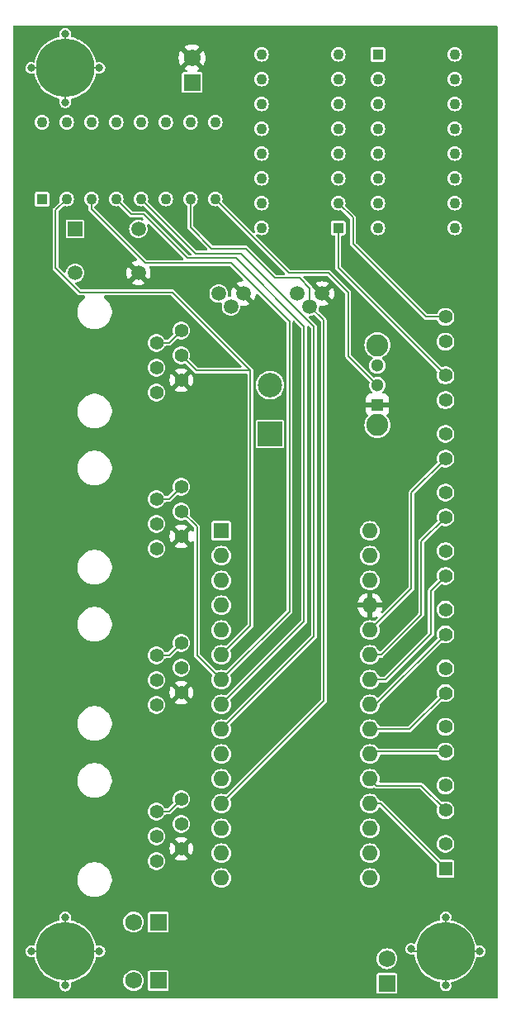
<source format=gbr>
%TF.GenerationSoftware,KiCad,Pcbnew,8.0.6*%
%TF.CreationDate,2025-03-26T20:42:53-04:00*%
%TF.ProjectId,buzzCatcher,62757a7a-4361-4746-9368-65722e6b6963,rev?*%
%TF.SameCoordinates,Original*%
%TF.FileFunction,Copper,L2,Bot*%
%TF.FilePolarity,Positive*%
%FSLAX46Y46*%
G04 Gerber Fmt 4.6, Leading zero omitted, Abs format (unit mm)*
G04 Created by KiCad (PCBNEW 8.0.6) date 2025-03-26 20:42:53*
%MOMM*%
%LPD*%
G01*
G04 APERTURE LIST*
%TA.AperFunction,ComponentPad*%
%ADD10C,1.400000*%
%TD*%
%TA.AperFunction,ComponentPad*%
%ADD11C,1.500000*%
%TD*%
%TA.AperFunction,ComponentPad*%
%ADD12R,1.725000X1.725000*%
%TD*%
%TA.AperFunction,ComponentPad*%
%ADD13C,1.725000*%
%TD*%
%TA.AperFunction,ComponentPad*%
%ADD14R,1.600000X1.600000*%
%TD*%
%TA.AperFunction,ComponentPad*%
%ADD15O,1.600000X1.600000*%
%TD*%
%TA.AperFunction,ComponentPad*%
%ADD16R,1.088000X1.088000*%
%TD*%
%TA.AperFunction,ComponentPad*%
%ADD17C,1.088000*%
%TD*%
%TA.AperFunction,ComponentPad*%
%ADD18R,1.300000X1.300000*%
%TD*%
%TA.AperFunction,ComponentPad*%
%ADD19C,1.300000*%
%TD*%
%TA.AperFunction,ComponentPad*%
%ADD20C,2.250000*%
%TD*%
%TA.AperFunction,ComponentPad*%
%ADD21R,2.500000X2.500000*%
%TD*%
%TA.AperFunction,ComponentPad*%
%ADD22C,2.500000*%
%TD*%
%TA.AperFunction,ComponentPad*%
%ADD23R,1.416000X1.416000*%
%TD*%
%TA.AperFunction,ComponentPad*%
%ADD24C,1.416000*%
%TD*%
%TA.AperFunction,ComponentPad*%
%ADD25R,1.500000X1.500000*%
%TD*%
%TA.AperFunction,ViaPad*%
%ADD26C,0.800000*%
%TD*%
%TA.AperFunction,ViaPad*%
%ADD27C,6.000000*%
%TD*%
%TA.AperFunction,Conductor*%
%ADD28C,0.200000*%
%TD*%
G04 APERTURE END LIST*
D10*
%TO.P,J1,1,1*%
%TO.N,GND*%
X70889999Y-79405000D03*
%TO.P,J1,2,2*%
X68349999Y-80675000D03*
%TO.P,J1,3,3*%
%TO.N,/Trigger 1*%
X70889999Y-81945000D03*
%TO.P,J1,4,4*%
%TO.N,Net-(Q1-SOURCE)*%
X68349999Y-83215000D03*
%TO.P,J1,5,5*%
%TO.N,/Vbus_5V*%
X70889999Y-84485000D03*
%TO.P,J1,6,6*%
%TO.N,GND*%
X68349999Y-85755000D03*
%TD*%
D11*
%TO.P,Q1,1,DRAIN*%
%TO.N,/Vbus_5V*%
X77270000Y-75615999D03*
%TO.P,Q1,2,GATE*%
%TO.N,/Ready*%
X76000000Y-76915999D03*
%TO.P,Q1,3,SOURCE*%
%TO.N,Net-(Q1-SOURCE)*%
X74730000Y-75615999D03*
%TD*%
%TO.P,Q2,1,DRAIN*%
%TO.N,/Vbus_5V*%
X85357667Y-75615999D03*
%TO.P,Q2,2,GATE*%
%TO.N,/Buzzer*%
X84087667Y-76915999D03*
%TO.P,Q2,3,SOURCE*%
%TO.N,Net-(LS1-+)*%
X82817667Y-75615999D03*
%TD*%
D12*
%TO.P,J19,1,1*%
%TO.N,GND*%
X91999998Y-146290004D03*
D13*
%TO.P,J19,2,2*%
%TO.N,/Vbus_3V3*%
X92000000Y-143750000D03*
%TD*%
D14*
%TO.P,A1,1,D1/TX*%
%TO.N,unconnected-(A1-D1{slash}TX-Pad1)*%
X75000000Y-99920000D03*
D15*
%TO.P,A1,2,D0/RX*%
%TO.N,unconnected-(A1-D0{slash}RX-Pad2)*%
X75000000Y-102460000D03*
%TO.P,A1,3,~{RESET}*%
%TO.N,unconnected-(A1-~{RESET}-Pad3)*%
X75000000Y-105000000D03*
%TO.P,A1,4,GND*%
%TO.N,GND*%
X75000000Y-107540000D03*
%TO.P,A1,5,D2*%
%TO.N,/Ready*%
X75000000Y-110080000D03*
%TO.P,A1,6,D3*%
%TO.N,/Trigger 1*%
X75000000Y-112620000D03*
%TO.P,A1,7,D4*%
%TO.N,/Trigger 2*%
X75000000Y-115160000D03*
%TO.P,A1,8,D5*%
%TO.N,/Trigger 3*%
X75000000Y-117700000D03*
%TO.P,A1,9,D6*%
%TO.N,/Trigger 4*%
X75000000Y-120240000D03*
%TO.P,A1,10,D7*%
%TO.N,/Button 1*%
X75000000Y-122780000D03*
%TO.P,A1,11,D8*%
%TO.N,/Switch 1*%
X75000000Y-125320000D03*
%TO.P,A1,12,D9*%
%TO.N,/Buzzer*%
X75000000Y-127860000D03*
%TO.P,A1,13,D10*%
%TO.N,Net-(A1-D10)*%
X75000000Y-130400000D03*
%TO.P,A1,14,D11*%
%TO.N,Net-(A1-D11)*%
X75000000Y-132940000D03*
%TO.P,A1,15,D12*%
%TO.N,Net-(A1-D12)*%
X75000000Y-135480000D03*
%TO.P,A1,16,D13*%
%TO.N,Net-(A1-D13)*%
X90240000Y-135480000D03*
%TO.P,A1,17,3V3*%
%TO.N,/Vbus_3V3*%
X90240000Y-132940000D03*
%TO.P,A1,18,AREF*%
%TO.N,unconnected-(A1-AREF-Pad18)*%
X90240000Y-130400000D03*
%TO.P,A1,19,A0*%
%TO.N,/LED 1*%
X90240000Y-127860000D03*
%TO.P,A1,20,A1*%
%TO.N,/LED 2*%
X90240000Y-125320000D03*
%TO.P,A1,21,A2*%
%TO.N,/LED 3*%
X90240000Y-122780000D03*
%TO.P,A1,22,A3*%
%TO.N,/LED 4*%
X90240000Y-120240000D03*
%TO.P,A1,23,A4*%
%TO.N,/LED 5*%
X90240000Y-117700000D03*
%TO.P,A1,24,A5*%
%TO.N,/LED 6*%
X90240000Y-115160000D03*
%TO.P,A1,25,A6*%
%TO.N,/LED 7*%
X90240000Y-112620000D03*
%TO.P,A1,26,A7*%
%TO.N,/LED 8*%
X90240000Y-110080000D03*
%TO.P,A1,27,+5V*%
%TO.N,/Vbus_5V*%
X90240000Y-107540000D03*
%TO.P,A1,28,~{RESET}*%
%TO.N,unconnected-(A1-~{RESET}-Pad28)*%
X90240000Y-105000000D03*
%TO.P,A1,29,GND*%
%TO.N,GND*%
X90240000Y-102460000D03*
%TO.P,A1,30,VIN*%
%TO.N,unconnected-(A1-VIN-Pad30)*%
X90240000Y-99920000D03*
%TD*%
D16*
%TO.P,R1,1,1*%
%TO.N,Net-(LED9-K_1)*%
X91065002Y-51109999D03*
D17*
%TO.P,R1,2,2*%
%TO.N,Net-(LED9-K_2)*%
X91065000Y-53650000D03*
%TO.P,R1,3,3*%
%TO.N,Net-(LED9-K_3)*%
X91064998Y-56190002D03*
%TO.P,R1,4,4*%
%TO.N,Net-(LED9-K_4)*%
X91065001Y-58730000D03*
%TO.P,R1,5,5*%
%TO.N,Net-(LED9-K_5)*%
X91065000Y-61270001D03*
%TO.P,R1,6,6*%
%TO.N,Net-(LED9-K_6)*%
X91065005Y-63810003D03*
%TO.P,R1,7,7*%
%TO.N,Net-(LED9-K_7)*%
X91065000Y-66350000D03*
%TO.P,R1,8,8*%
%TO.N,Net-(LED9-K_8)*%
X91065000Y-68890000D03*
%TO.P,R1,9,9*%
%TO.N,GND*%
X98934998Y-68890001D03*
%TO.P,R1,10,10*%
X98935000Y-66350000D03*
%TO.P,R1,11,11*%
X98935002Y-63809998D03*
%TO.P,R1,12,12*%
X98934999Y-61270000D03*
%TO.P,R1,13,13*%
X98935000Y-58729999D03*
%TO.P,R1,14,14*%
X98934995Y-56189997D03*
%TO.P,R1,15,15*%
X98935000Y-53650000D03*
%TO.P,R1,16,16*%
X98935000Y-51110000D03*
%TD*%
D16*
%TO.P,RN2,1,1*%
%TO.N,/Ready*%
X56610001Y-65934997D03*
D17*
%TO.P,RN2,2,2*%
%TO.N,/Trigger 1*%
X59150000Y-65935000D03*
%TO.P,RN2,3,3*%
%TO.N,/Trigger 2*%
X61690002Y-65935002D03*
%TO.P,RN2,4,4*%
%TO.N,/Trigger 3*%
X64229999Y-65935000D03*
%TO.P,RN2,5,5*%
%TO.N,/Trigger 4*%
X66770001Y-65935000D03*
%TO.P,RN2,6,6*%
%TO.N,/Button 1*%
X69310002Y-65935001D03*
%TO.P,RN2,7,7*%
%TO.N,/Buzzer*%
X71850000Y-65935000D03*
%TO.P,RN2,8,8*%
%TO.N,/Switch 1*%
X74390000Y-65935000D03*
%TO.P,RN2,9,9*%
%TO.N,GND*%
X74389999Y-58065003D03*
%TO.P,RN2,10,10*%
X71850000Y-58065000D03*
%TO.P,RN2,11,11*%
X69309998Y-58064998D03*
%TO.P,RN2,12,12*%
X66770001Y-58065000D03*
%TO.P,RN2,13,13*%
X64229999Y-58065000D03*
%TO.P,RN2,14,14*%
X61689998Y-58064999D03*
%TO.P,RN2,15,15*%
X59150000Y-58065000D03*
%TO.P,RN2,16,16*%
X56610000Y-58065000D03*
%TD*%
D10*
%TO.P,J2,1,1*%
%TO.N,GND*%
X70889999Y-95405000D03*
%TO.P,J2,2,2*%
X68349999Y-96675000D03*
%TO.P,J2,3,3*%
%TO.N,/Trigger 2*%
X70889999Y-97945000D03*
%TO.P,J2,4,4*%
%TO.N,Net-(Q1-SOURCE)*%
X68349999Y-99215000D03*
%TO.P,J2,5,5*%
%TO.N,/Vbus_5V*%
X70889999Y-100485000D03*
%TO.P,J2,6,6*%
%TO.N,GND*%
X68349999Y-101755000D03*
%TD*%
D12*
%TO.P,J18,1,1*%
%TO.N,Net-(A1-D13)*%
X68540001Y-146000001D03*
D13*
%TO.P,J18,2,2*%
%TO.N,Net-(A1-D12)*%
X66000000Y-146000000D03*
%TD*%
D10*
%TO.P,J3,1,1*%
%TO.N,GND*%
X70889999Y-111405000D03*
%TO.P,J3,2,2*%
X68349999Y-112675000D03*
%TO.P,J3,3,3*%
%TO.N,/Trigger 3*%
X70889999Y-113945000D03*
%TO.P,J3,4,4*%
%TO.N,Net-(Q1-SOURCE)*%
X68349999Y-115215000D03*
%TO.P,J3,5,5*%
%TO.N,/Vbus_5V*%
X70889999Y-116485000D03*
%TO.P,J3,6,6*%
%TO.N,GND*%
X68349999Y-117755000D03*
%TD*%
D18*
%TO.P,S1,1,NO*%
%TO.N,/Vbus_5V*%
X91000000Y-87000000D03*
D19*
%TO.P,S1,2,COM*%
%TO.N,/Switch 1*%
X91000000Y-85000000D03*
%TO.P,S1,3,NC*%
%TO.N,unconnected-(S1-NC-Pad3)*%
X91000000Y-83000000D03*
D20*
%TO.P,S1,4,MH1*%
%TO.N,GND*%
X91000000Y-89100000D03*
%TO.P,S1,5,MH2*%
X91000000Y-80900000D03*
%TD*%
D12*
%TO.P,J20,1,1*%
%TO.N,GND*%
X72000000Y-54000000D03*
D13*
%TO.P,J20,2,2*%
%TO.N,/Vbus_5V*%
X72000002Y-51459996D03*
%TD*%
D21*
%TO.P,LS1,1,+*%
%TO.N,Net-(LS1-+)*%
X80000000Y-90000000D03*
D22*
%TO.P,LS1,2,-*%
%TO.N,GND*%
X80000000Y-85000000D03*
%TD*%
D23*
%TO.P,LED9,1,A_1*%
%TO.N,/LED 1*%
X98000000Y-134540000D03*
D24*
%TO.P,LED9,2,K_1*%
%TO.N,Net-(LED9-K_1)*%
X98000000Y-132000000D03*
%TO.P,LED9,3,A_2*%
%TO.N,/LED 2*%
X98000000Y-128540000D03*
%TO.P,LED9,4,K_2*%
%TO.N,Net-(LED9-K_2)*%
X98000000Y-126000000D03*
%TO.P,LED9,5,A_3*%
%TO.N,/LED 3*%
X98000000Y-122540000D03*
%TO.P,LED9,6,K_3*%
%TO.N,Net-(LED9-K_3)*%
X98000000Y-120000000D03*
%TO.P,LED9,7,A_4*%
%TO.N,/LED 4*%
X98000000Y-116540000D03*
%TO.P,LED9,8,K_4*%
%TO.N,Net-(LED9-K_4)*%
X98000000Y-114000000D03*
%TO.P,LED9,9,A_5*%
%TO.N,/LED 5*%
X98000000Y-110540000D03*
%TO.P,LED9,10,K_5*%
%TO.N,Net-(LED9-K_5)*%
X98000000Y-108000000D03*
%TO.P,LED9,11,A_6*%
%TO.N,/LED 6*%
X98000000Y-104540000D03*
%TO.P,LED9,12,K_6*%
%TO.N,Net-(LED9-K_6)*%
X98000000Y-102000000D03*
%TO.P,LED9,13,A_7*%
%TO.N,/LED 7*%
X98000000Y-98540000D03*
%TO.P,LED9,14,K_7*%
%TO.N,Net-(LED9-K_7)*%
X98000000Y-96000000D03*
%TO.P,LED9,15,A_8*%
%TO.N,/LED 8*%
X98000000Y-92540000D03*
%TO.P,LED9,16,K_8*%
%TO.N,Net-(LED9-K_8)*%
X98000000Y-90000000D03*
%TO.P,LED9,17,A_9*%
%TO.N,/Switch 1*%
X98000000Y-86540000D03*
%TO.P,LED9,18,K_9*%
%TO.N,Net-(LED9-K_9)*%
X98000000Y-84000000D03*
%TO.P,LED9,19,A_10*%
%TO.N,/Button 1*%
X98000000Y-80540000D03*
%TO.P,LED9,20,K_10*%
%TO.N,Net-(LED9-K_10)*%
X98000000Y-78000000D03*
%TD*%
D16*
%TO.P,R2,1,1*%
%TO.N,Net-(LED9-K_9)*%
X87000000Y-68890000D03*
D17*
%TO.P,R2,2,2*%
%TO.N,Net-(LED9-K_10)*%
X87000000Y-66350000D03*
%TO.P,R2,3,3*%
%TO.N,unconnected-(R2-Pad3)*%
X87000001Y-63809998D03*
%TO.P,R2,4,4*%
%TO.N,unconnected-(R2-Pad4)*%
X87000000Y-61269999D03*
%TO.P,R2,5,5*%
%TO.N,unconnected-(R2-Pad5)*%
X87000000Y-58729999D03*
%TO.P,R2,6,6*%
%TO.N,unconnected-(R2-Pad6)*%
X86999999Y-56189999D03*
%TO.P,R2,7,7*%
%TO.N,unconnected-(R2-Pad7)*%
X87000000Y-53650000D03*
%TO.P,R2,8,8*%
%TO.N,unconnected-(R2-Pad8)*%
X87000000Y-51110000D03*
%TO.P,R2,9,9*%
%TO.N,GND*%
X79130000Y-51110000D03*
%TO.P,R2,10,10*%
X79130000Y-53650000D03*
%TO.P,R2,11,11*%
X79129999Y-56190002D03*
%TO.P,R2,12,12*%
X79130000Y-58730001D03*
%TO.P,R2,13,13*%
X79130000Y-61270001D03*
%TO.P,R2,14,14*%
X79130001Y-63810001D03*
%TO.P,R2,15,15*%
X79130000Y-66350000D03*
%TO.P,R2,16,16*%
X79130000Y-68890000D03*
%TD*%
D10*
%TO.P,J4,1,1*%
%TO.N,GND*%
X70890000Y-127405000D03*
%TO.P,J4,2,2*%
X68350000Y-128675000D03*
%TO.P,J4,3,3*%
%TO.N,/Trigger 4*%
X70890000Y-129945000D03*
%TO.P,J4,4,4*%
%TO.N,Net-(Q1-SOURCE)*%
X68350000Y-131215000D03*
%TO.P,J4,5,5*%
%TO.N,/Vbus_5V*%
X70890000Y-132485000D03*
%TO.P,J4,6,6*%
%TO.N,GND*%
X68350000Y-133755000D03*
%TD*%
D25*
%TO.P,IC1,1,NO_1*%
%TO.N,unconnected-(IC1-NO_1-Pad1)*%
X60000000Y-69000000D03*
D11*
%TO.P,IC1,2,NO_2*%
%TO.N,/Button 1*%
X66500000Y-69000000D03*
%TO.P,IC1,3,COM_1*%
%TO.N,unconnected-(IC1-COM_1-Pad3)*%
X60000000Y-73500000D03*
%TO.P,IC1,4,COM_2*%
%TO.N,/Vbus_5V*%
X66500000Y-73500000D03*
%TD*%
D12*
%TO.P,J17,1,1*%
%TO.N,Net-(A1-D11)*%
X68540001Y-140000001D03*
D13*
%TO.P,J17,2,2*%
%TO.N,Net-(A1-D10)*%
X66000000Y-140000000D03*
%TD*%
D26*
%TO.N,GND*%
X98000000Y-146499998D03*
D27*
X59000000Y-52500000D03*
D26*
X59000000Y-56000000D03*
X55500000Y-143000000D03*
X62500000Y-52500000D03*
D27*
X98000000Y-143000000D03*
D26*
X98000000Y-139500000D03*
D27*
X59000000Y-143000000D03*
D26*
X62500000Y-143000000D03*
X59000000Y-49000000D03*
X59000000Y-146499998D03*
X55500000Y-52500000D03*
X101500000Y-143000000D03*
X94500000Y-142750000D03*
X59000000Y-139500000D03*
%TD*%
D28*
%TO.N,GND*%
X69620000Y-128675000D02*
X70890000Y-127405000D01*
X68349999Y-80675000D02*
X69619999Y-80675000D01*
X98000000Y-143000000D02*
X101499998Y-143000000D01*
X59000000Y-139500000D02*
X59000000Y-143000000D01*
X98000000Y-146499998D02*
X98000000Y-143000000D01*
X69619999Y-96675000D02*
X70889999Y-95405000D01*
X69619999Y-80675000D02*
X70889999Y-79405000D01*
X69619999Y-112675000D02*
X70889999Y-111405000D01*
X55500000Y-143000000D02*
X62500000Y-143000000D01*
X98000000Y-139500000D02*
X98000000Y-143000000D01*
X55500000Y-52500000D02*
X62500000Y-52500000D01*
X59000000Y-49000000D02*
X59000000Y-52500000D01*
X59000000Y-56000000D02*
X59000000Y-52500000D01*
X68349999Y-96675000D02*
X69619999Y-96675000D01*
X68349999Y-112675000D02*
X69619999Y-112675000D01*
X98000000Y-143000000D02*
X94500000Y-143000000D01*
X68350000Y-128675000D02*
X69620000Y-128675000D01*
X59000000Y-146499998D02*
X59000000Y-143000000D01*
%TO.N,/LED 1*%
X90240000Y-127860000D02*
X91360000Y-127860000D01*
X91360000Y-127860000D02*
X98040000Y-134540000D01*
%TO.N,/Trigger 1*%
X78000000Y-83500000D02*
X70000000Y-75500000D01*
X60500000Y-75500000D02*
X58000000Y-73000000D01*
X70889999Y-81945000D02*
X72444999Y-83500000D01*
X78000000Y-109620000D02*
X78000000Y-83500000D01*
X58000000Y-73000000D02*
X58000000Y-67085000D01*
X72444999Y-83500000D02*
X78000000Y-83500000D01*
X70000000Y-75500000D02*
X60500000Y-75500000D01*
X58000000Y-67085000D02*
X59150000Y-65935000D01*
X75000000Y-112620000D02*
X78000000Y-109620000D01*
%TO.N,/LED 2*%
X95480000Y-126020000D02*
X97999999Y-128539999D01*
X90240000Y-125320000D02*
X90940000Y-126020000D01*
X90940000Y-126020000D02*
X95480000Y-126020000D01*
%TO.N,/LED 3*%
X90480000Y-122540000D02*
X98000000Y-122540000D01*
%TO.N,/LED 7*%
X91380000Y-112620000D02*
X95500000Y-108500000D01*
X90240000Y-112620000D02*
X91380000Y-112620000D01*
X95500000Y-108500000D02*
X95500000Y-101040000D01*
X95500000Y-101040000D02*
X98000000Y-98540000D01*
%TO.N,/LED 5*%
X90840000Y-117700000D02*
X98000000Y-110540000D01*
%TO.N,/Trigger 4*%
X72335001Y-71500000D02*
X66770001Y-65935000D01*
X75000000Y-120240000D02*
X84500000Y-110740000D01*
X84500000Y-110740000D02*
X84500000Y-79000000D01*
X84500000Y-79000000D02*
X77000000Y-71500000D01*
X77000000Y-71500000D02*
X72335001Y-71500000D01*
%TO.N,/Trigger 2*%
X70945000Y-97945000D02*
X72500000Y-99500000D01*
X76000000Y-72500000D02*
X67190002Y-72500000D01*
X72500000Y-112660000D02*
X75000000Y-115160000D01*
X82000000Y-78500000D02*
X76000000Y-72500000D01*
X72500000Y-99500000D02*
X72500000Y-112660000D01*
X61690002Y-67000000D02*
X61690002Y-65935002D01*
X82000000Y-108160000D02*
X82000000Y-78500000D01*
X75000000Y-115160000D02*
X82000000Y-108160000D01*
X67190002Y-72500000D02*
X61690002Y-67000000D01*
%TO.N,/LED 8*%
X94500000Y-105820000D02*
X94500000Y-96040000D01*
X94500000Y-96040000D02*
X98000000Y-92540000D01*
X90240000Y-110080000D02*
X94500000Y-105820000D01*
%TO.N,/LED 6*%
X96500000Y-106040000D02*
X98000000Y-104540000D01*
X91840000Y-115160000D02*
X96500000Y-110500000D01*
X96500000Y-110500000D02*
X96500000Y-106040000D01*
X90240000Y-115160000D02*
X91840000Y-115160000D01*
%TO.N,/Trigger 3*%
X67000000Y-67500000D02*
X65794999Y-67500000D01*
X71500000Y-72000000D02*
X67000000Y-67500000D01*
X75000000Y-117700000D02*
X83500000Y-109200000D01*
X83500000Y-79000000D02*
X76500000Y-72000000D01*
X83500000Y-109200000D02*
X83500000Y-79000000D01*
X76500000Y-72000000D02*
X71500000Y-72000000D01*
X65794999Y-67500000D02*
X64229999Y-65935000D01*
%TO.N,/Switch 1*%
X86000000Y-73500000D02*
X81955000Y-73500000D01*
X81955000Y-73500000D02*
X74390000Y-65935000D01*
X91000000Y-85000000D02*
X88000000Y-82000000D01*
X88000000Y-82000000D02*
X88000000Y-75500000D01*
X88000000Y-75500000D02*
X86000000Y-73500000D01*
%TO.N,/Buzzer*%
X74000000Y-71000000D02*
X71850000Y-68850000D01*
X84087667Y-75087667D02*
X83000000Y-74000000D01*
X83000000Y-74000000D02*
X80500000Y-74000000D01*
X84087667Y-76915999D02*
X85500000Y-78328332D01*
X85500000Y-78328332D02*
X85500000Y-117360000D01*
X77500000Y-71000000D02*
X74000000Y-71000000D01*
X71850000Y-68850000D02*
X71850000Y-65935000D01*
X85500000Y-117360000D02*
X75000000Y-127860000D01*
X84087667Y-76915999D02*
X84087667Y-75087667D01*
X80500000Y-74000000D02*
X77500000Y-71000000D01*
%TO.N,/LED 4*%
X94300000Y-120240000D02*
X98000000Y-116540000D01*
X90240000Y-120240000D02*
X94300000Y-120240000D01*
%TO.N,Net-(LED9-K_10)*%
X87000000Y-66350000D02*
X88500000Y-67850000D01*
X88500000Y-67850000D02*
X88500000Y-70500000D01*
X88500000Y-70500000D02*
X96000000Y-78000000D01*
X96000000Y-78000000D02*
X98000000Y-78000000D01*
%TO.N,Net-(LED9-K_9)*%
X87000000Y-68890000D02*
X87000000Y-73000000D01*
X87000000Y-73000000D02*
X98000000Y-84000000D01*
%TD*%
%TA.AperFunction,Conductor*%
%TO.N,/Vbus_5V*%
G36*
X59003656Y-48171040D02*
G01*
X59039016Y-48154381D01*
X59058122Y-48152900D01*
X103223100Y-48152900D01*
X103290139Y-48172585D01*
X103335894Y-48225389D01*
X103347100Y-48276900D01*
X103347100Y-147723100D01*
X103327415Y-147790139D01*
X103274611Y-147835894D01*
X103223100Y-147847100D01*
X53776900Y-147847100D01*
X53709861Y-147827415D01*
X53664106Y-147774611D01*
X53652900Y-147723100D01*
X53652900Y-142999998D01*
X54894318Y-142999998D01*
X54894318Y-143000001D01*
X54914955Y-143156760D01*
X54914956Y-143156762D01*
X54975464Y-143302841D01*
X55071718Y-143428282D01*
X55197159Y-143524536D01*
X55343238Y-143585044D01*
X55399113Y-143592400D01*
X55499999Y-143605682D01*
X55500000Y-143605682D01*
X55500001Y-143605682D01*
X55552254Y-143598802D01*
X55656762Y-143585044D01*
X55696476Y-143568593D01*
X55765945Y-143561125D01*
X55828424Y-143592400D01*
X55864076Y-143652489D01*
X55866176Y-143662384D01*
X55874826Y-143713296D01*
X55874828Y-143713305D01*
X55974339Y-144058718D01*
X56111905Y-144390831D01*
X56285790Y-144705454D01*
X56493805Y-144998622D01*
X56506803Y-145013167D01*
X56733339Y-145266661D01*
X57001377Y-145506194D01*
X57294548Y-145714211D01*
X57609167Y-145888094D01*
X57941276Y-146025659D01*
X58286700Y-146125173D01*
X58337615Y-146133823D01*
X58400409Y-146164458D01*
X58436673Y-146224180D01*
X58434892Y-146294027D01*
X58431406Y-146303523D01*
X58414955Y-146343238D01*
X58394318Y-146499996D01*
X58394318Y-146499999D01*
X58414955Y-146656758D01*
X58414956Y-146656760D01*
X58475464Y-146802839D01*
X58571718Y-146928280D01*
X58697159Y-147024534D01*
X58843238Y-147085042D01*
X58921619Y-147095361D01*
X58999999Y-147105680D01*
X59000000Y-147105680D01*
X59000001Y-147105680D01*
X59052254Y-147098800D01*
X59156762Y-147085042D01*
X59302841Y-147024534D01*
X59428282Y-146928280D01*
X59524536Y-146802839D01*
X59585044Y-146656760D01*
X59605682Y-146499998D01*
X59585044Y-146343236D01*
X59568593Y-146303521D01*
X59561125Y-146234055D01*
X59592399Y-146171576D01*
X59652488Y-146135923D01*
X59662374Y-146133825D01*
X59713300Y-146125173D01*
X60058724Y-146025659D01*
X60120670Y-146000000D01*
X64931857Y-146000000D01*
X64952380Y-146208380D01*
X64952380Y-146208382D01*
X64952381Y-146208384D01*
X64993288Y-146343236D01*
X65013167Y-146408766D01*
X65111867Y-146593422D01*
X65111873Y-146593429D01*
X65244708Y-146755291D01*
X65357345Y-146847729D01*
X65399413Y-146882253D01*
X65406570Y-146888126D01*
X65406577Y-146888132D01*
X65591233Y-146986832D01*
X65591239Y-146986835D01*
X65791616Y-147047619D01*
X66000000Y-147068143D01*
X66208384Y-147047619D01*
X66408761Y-146986835D01*
X66462733Y-146957986D01*
X66593422Y-146888132D01*
X66593424Y-146888129D01*
X66593428Y-146888128D01*
X66755291Y-146755291D01*
X66888128Y-146593428D01*
X66888129Y-146593424D01*
X66888132Y-146593422D01*
X66986832Y-146408766D01*
X66986835Y-146408761D01*
X67047619Y-146208384D01*
X67068143Y-146000000D01*
X67047619Y-145791616D01*
X66986835Y-145591239D01*
X66986832Y-145591233D01*
X66888132Y-145406577D01*
X66888126Y-145406570D01*
X66755291Y-145244708D01*
X66600588Y-145117748D01*
X67477001Y-145117748D01*
X67477001Y-146882253D01*
X67488632Y-146940730D01*
X67488633Y-146940731D01*
X67532948Y-147007053D01*
X67599270Y-147051368D01*
X67599271Y-147051369D01*
X67657748Y-147063000D01*
X67657751Y-147063001D01*
X67657753Y-147063001D01*
X69422251Y-147063001D01*
X69422252Y-147063000D01*
X69437069Y-147060053D01*
X69480730Y-147051369D01*
X69480730Y-147051368D01*
X69480732Y-147051368D01*
X69547053Y-147007053D01*
X69591368Y-146940732D01*
X69591368Y-146940730D01*
X69591369Y-146940730D01*
X69601831Y-146888132D01*
X69603001Y-146882249D01*
X69603001Y-145407751D01*
X90936998Y-145407751D01*
X90936998Y-147172256D01*
X90948629Y-147230733D01*
X90948630Y-147230734D01*
X90992945Y-147297056D01*
X91059267Y-147341371D01*
X91059268Y-147341372D01*
X91117745Y-147353003D01*
X91117748Y-147353004D01*
X91117750Y-147353004D01*
X92882248Y-147353004D01*
X92882249Y-147353003D01*
X92897066Y-147350056D01*
X92940727Y-147341372D01*
X92940727Y-147341371D01*
X92940729Y-147341371D01*
X93007050Y-147297056D01*
X93051365Y-147230735D01*
X93051365Y-147230733D01*
X93051366Y-147230733D01*
X93062997Y-147172256D01*
X93062998Y-147172254D01*
X93062998Y-145407753D01*
X93062997Y-145407751D01*
X93051366Y-145349274D01*
X93051365Y-145349273D01*
X93007050Y-145282951D01*
X92940728Y-145238636D01*
X92940727Y-145238635D01*
X92882250Y-145227004D01*
X92882246Y-145227004D01*
X91117750Y-145227004D01*
X91117745Y-145227004D01*
X91059268Y-145238635D01*
X91059267Y-145238636D01*
X90992945Y-145282951D01*
X90948630Y-145349273D01*
X90948629Y-145349274D01*
X90936998Y-145407751D01*
X69603001Y-145407751D01*
X69603001Y-145117753D01*
X69603001Y-145117750D01*
X69603000Y-145117748D01*
X69591369Y-145059271D01*
X69591368Y-145059270D01*
X69547053Y-144992948D01*
X69480731Y-144948633D01*
X69480730Y-144948632D01*
X69422253Y-144937001D01*
X69422249Y-144937001D01*
X67657753Y-144937001D01*
X67657748Y-144937001D01*
X67599271Y-144948632D01*
X67599270Y-144948633D01*
X67532948Y-144992948D01*
X67488633Y-145059270D01*
X67488632Y-145059271D01*
X67477001Y-145117748D01*
X66600588Y-145117748D01*
X66593429Y-145111873D01*
X66593422Y-145111867D01*
X66408766Y-145013167D01*
X66408763Y-145013166D01*
X66408761Y-145013165D01*
X66208384Y-144952381D01*
X66208382Y-144952380D01*
X66208380Y-144952380D01*
X66000000Y-144931857D01*
X65791619Y-144952380D01*
X65791616Y-144952381D01*
X65591239Y-145013165D01*
X65591238Y-145013165D01*
X65591233Y-145013167D01*
X65406577Y-145111867D01*
X65406570Y-145111873D01*
X65244708Y-145244708D01*
X65111873Y-145406570D01*
X65111867Y-145406577D01*
X65013167Y-145591233D01*
X64952380Y-145791619D01*
X64931857Y-146000000D01*
X60120670Y-146000000D01*
X60390833Y-145888094D01*
X60705452Y-145714211D01*
X60998623Y-145506194D01*
X61266661Y-145266661D01*
X61506194Y-144998623D01*
X61714211Y-144705452D01*
X61888094Y-144390833D01*
X62025659Y-144058724D01*
X62114600Y-143750000D01*
X90931857Y-143750000D01*
X90952380Y-143958380D01*
X91013167Y-144158766D01*
X91111867Y-144343422D01*
X91111873Y-144343429D01*
X91244708Y-144505291D01*
X91406570Y-144638126D01*
X91406577Y-144638132D01*
X91591233Y-144736832D01*
X91591239Y-144736835D01*
X91791616Y-144797619D01*
X92000000Y-144818143D01*
X92208384Y-144797619D01*
X92408761Y-144736835D01*
X92462733Y-144707986D01*
X92593422Y-144638132D01*
X92593424Y-144638129D01*
X92593428Y-144638128D01*
X92755291Y-144505291D01*
X92888128Y-144343428D01*
X92888129Y-144343424D01*
X92888132Y-144343422D01*
X92986832Y-144158766D01*
X92986835Y-144158761D01*
X93047619Y-143958384D01*
X93068143Y-143750000D01*
X93047619Y-143541616D01*
X92986835Y-143341239D01*
X92982399Y-143332940D01*
X92888132Y-143156577D01*
X92888126Y-143156570D01*
X92755291Y-142994708D01*
X92593429Y-142861873D01*
X92593422Y-142861867D01*
X92408766Y-142763167D01*
X92408763Y-142763166D01*
X92408761Y-142763165D01*
X92365355Y-142749998D01*
X93894318Y-142749998D01*
X93894318Y-142750001D01*
X93914955Y-142906760D01*
X93914956Y-142906762D01*
X93953576Y-143000000D01*
X93975464Y-143052841D01*
X94071718Y-143178282D01*
X94197159Y-143274536D01*
X94343238Y-143335044D01*
X94390294Y-143341239D01*
X94499999Y-143355682D01*
X94500000Y-143355682D01*
X94500001Y-143355682D01*
X94531352Y-143351554D01*
X94656762Y-143335044D01*
X94656780Y-143335036D01*
X94656793Y-143335035D01*
X94664613Y-143332940D01*
X94664939Y-143334158D01*
X94726245Y-143327560D01*
X94788728Y-143358827D01*
X94824388Y-143418911D01*
X94826491Y-143428821D01*
X94874826Y-143713296D01*
X94874828Y-143713305D01*
X94974339Y-144058718D01*
X95111905Y-144390831D01*
X95285790Y-144705454D01*
X95493805Y-144998622D01*
X95506803Y-145013167D01*
X95733339Y-145266661D01*
X96001377Y-145506194D01*
X96294548Y-145714211D01*
X96609167Y-145888094D01*
X96941276Y-146025659D01*
X97286700Y-146125173D01*
X97337615Y-146133823D01*
X97400409Y-146164458D01*
X97436673Y-146224180D01*
X97434892Y-146294027D01*
X97431406Y-146303523D01*
X97414955Y-146343238D01*
X97394318Y-146499996D01*
X97394318Y-146499999D01*
X97414955Y-146656758D01*
X97414956Y-146656760D01*
X97475464Y-146802839D01*
X97571718Y-146928280D01*
X97697159Y-147024534D01*
X97843238Y-147085042D01*
X97921619Y-147095361D01*
X97999999Y-147105680D01*
X98000000Y-147105680D01*
X98000001Y-147105680D01*
X98052254Y-147098800D01*
X98156762Y-147085042D01*
X98302841Y-147024534D01*
X98428282Y-146928280D01*
X98524536Y-146802839D01*
X98585044Y-146656760D01*
X98605682Y-146499998D01*
X98585044Y-146343236D01*
X98568593Y-146303521D01*
X98561125Y-146234055D01*
X98592399Y-146171576D01*
X98652488Y-146135923D01*
X98662374Y-146133825D01*
X98713300Y-146125173D01*
X99058724Y-146025659D01*
X99390833Y-145888094D01*
X99705452Y-145714211D01*
X99998623Y-145506194D01*
X100266661Y-145266661D01*
X100506194Y-144998623D01*
X100714211Y-144705452D01*
X100888094Y-144390833D01*
X101025659Y-144058724D01*
X101125173Y-143713300D01*
X101133823Y-143662383D01*
X101164458Y-143599589D01*
X101224179Y-143563325D01*
X101294026Y-143565106D01*
X101303497Y-143568582D01*
X101343238Y-143585044D01*
X101399113Y-143592400D01*
X101499999Y-143605682D01*
X101500000Y-143605682D01*
X101500001Y-143605682D01*
X101552254Y-143598802D01*
X101656762Y-143585044D01*
X101802841Y-143524536D01*
X101928282Y-143428282D01*
X102024536Y-143302841D01*
X102085044Y-143156762D01*
X102105682Y-143000000D01*
X102104985Y-142994709D01*
X102087497Y-142861872D01*
X102085044Y-142843238D01*
X102024536Y-142697159D01*
X101928282Y-142571718D01*
X101802841Y-142475464D01*
X101714507Y-142438875D01*
X101656762Y-142414956D01*
X101656760Y-142414955D01*
X101500001Y-142394318D01*
X101499999Y-142394318D01*
X101343239Y-142414955D01*
X101343234Y-142414957D01*
X101303523Y-142431406D01*
X101234054Y-142438875D01*
X101171575Y-142407599D01*
X101135923Y-142347510D01*
X101133825Y-142337624D01*
X101125173Y-142286700D01*
X101025659Y-141941276D01*
X100888094Y-141609167D01*
X100714211Y-141294548D01*
X100506194Y-141001377D01*
X100266661Y-140733339D01*
X99998623Y-140493806D01*
X99878764Y-140408761D01*
X99705454Y-140285790D01*
X99390831Y-140111905D01*
X99304086Y-140075974D01*
X99058724Y-139974341D01*
X99058720Y-139974339D01*
X99058718Y-139974339D01*
X98713305Y-139874828D01*
X98713296Y-139874826D01*
X98662384Y-139866176D01*
X98599589Y-139835540D01*
X98563326Y-139775817D01*
X98565107Y-139705970D01*
X98568594Y-139696475D01*
X98585044Y-139656762D01*
X98605682Y-139500000D01*
X98585044Y-139343238D01*
X98524536Y-139197159D01*
X98428282Y-139071718D01*
X98302841Y-138975464D01*
X98247111Y-138952380D01*
X98156762Y-138914956D01*
X98156760Y-138914955D01*
X98000001Y-138894318D01*
X97999999Y-138894318D01*
X97843239Y-138914955D01*
X97843237Y-138914956D01*
X97697160Y-138975463D01*
X97571718Y-139071718D01*
X97475463Y-139197160D01*
X97414956Y-139343237D01*
X97414955Y-139343239D01*
X97394318Y-139499998D01*
X97394318Y-139500001D01*
X97414955Y-139656760D01*
X97414956Y-139656762D01*
X97431406Y-139696475D01*
X97438875Y-139765945D01*
X97407600Y-139828424D01*
X97347511Y-139864076D01*
X97337616Y-139866176D01*
X97286703Y-139874826D01*
X97286694Y-139874828D01*
X96941281Y-139974339D01*
X96609168Y-140111905D01*
X96294545Y-140285790D01*
X96001377Y-140493805D01*
X95733339Y-140733339D01*
X95493805Y-141001377D01*
X95285790Y-141294545D01*
X95111905Y-141609168D01*
X94974340Y-141941279D01*
X94921325Y-142125298D01*
X94883851Y-142184268D01*
X94820444Y-142213616D01*
X94754718Y-142205531D01*
X94656762Y-142164956D01*
X94656760Y-142164955D01*
X94500001Y-142144318D01*
X94499999Y-142144318D01*
X94343239Y-142164955D01*
X94343237Y-142164956D01*
X94197160Y-142225463D01*
X94071718Y-142321718D01*
X93975463Y-142447160D01*
X93914956Y-142593237D01*
X93914955Y-142593239D01*
X93894318Y-142749998D01*
X92365355Y-142749998D01*
X92208384Y-142702381D01*
X92208382Y-142702380D01*
X92208380Y-142702380D01*
X92000000Y-142681857D01*
X91791619Y-142702380D01*
X91791616Y-142702381D01*
X91591239Y-142763165D01*
X91591238Y-142763165D01*
X91591233Y-142763167D01*
X91406577Y-142861867D01*
X91406570Y-142861873D01*
X91244708Y-142994708D01*
X91111873Y-143156570D01*
X91111867Y-143156577D01*
X91013167Y-143341233D01*
X91013165Y-143341238D01*
X91013165Y-143341239D01*
X90989603Y-143418911D01*
X90952380Y-143541619D01*
X90931857Y-143750000D01*
X62114600Y-143750000D01*
X62125173Y-143713300D01*
X62133823Y-143662383D01*
X62164458Y-143599589D01*
X62224179Y-143563325D01*
X62294026Y-143565106D01*
X62303497Y-143568582D01*
X62343238Y-143585044D01*
X62399113Y-143592400D01*
X62499999Y-143605682D01*
X62500000Y-143605682D01*
X62500001Y-143605682D01*
X62552254Y-143598802D01*
X62656762Y-143585044D01*
X62802841Y-143524536D01*
X62928282Y-143428282D01*
X63024536Y-143302841D01*
X63085044Y-143156762D01*
X63105682Y-143000000D01*
X63104985Y-142994709D01*
X63087497Y-142861872D01*
X63085044Y-142843238D01*
X63024536Y-142697159D01*
X62928282Y-142571718D01*
X62802841Y-142475464D01*
X62714507Y-142438875D01*
X62656762Y-142414956D01*
X62656760Y-142414955D01*
X62500001Y-142394318D01*
X62499999Y-142394318D01*
X62343239Y-142414955D01*
X62343234Y-142414957D01*
X62303523Y-142431406D01*
X62234054Y-142438875D01*
X62171575Y-142407599D01*
X62135923Y-142347510D01*
X62133825Y-142337624D01*
X62125173Y-142286700D01*
X62025659Y-141941276D01*
X61888094Y-141609167D01*
X61714211Y-141294548D01*
X61506194Y-141001377D01*
X61266661Y-140733339D01*
X60998623Y-140493806D01*
X60878764Y-140408761D01*
X60705454Y-140285790D01*
X60390831Y-140111905D01*
X60304086Y-140075974D01*
X60120670Y-140000000D01*
X64931857Y-140000000D01*
X64952380Y-140208380D01*
X65013167Y-140408766D01*
X65111867Y-140593422D01*
X65111873Y-140593429D01*
X65244708Y-140755291D01*
X65357345Y-140847729D01*
X65399413Y-140882253D01*
X65406570Y-140888126D01*
X65406577Y-140888132D01*
X65591233Y-140986832D01*
X65591239Y-140986835D01*
X65791616Y-141047619D01*
X66000000Y-141068143D01*
X66208384Y-141047619D01*
X66408761Y-140986835D01*
X66462733Y-140957986D01*
X66593422Y-140888132D01*
X66593424Y-140888129D01*
X66593428Y-140888128D01*
X66755291Y-140755291D01*
X66888128Y-140593428D01*
X66888129Y-140593424D01*
X66888132Y-140593422D01*
X66986832Y-140408766D01*
X66986835Y-140408761D01*
X67047619Y-140208384D01*
X67068143Y-140000000D01*
X67047619Y-139791616D01*
X66986835Y-139591239D01*
X66986832Y-139591233D01*
X66888132Y-139406577D01*
X66888126Y-139406570D01*
X66755291Y-139244708D01*
X66600588Y-139117748D01*
X67477001Y-139117748D01*
X67477001Y-140882253D01*
X67488632Y-140940730D01*
X67488633Y-140940731D01*
X67532948Y-141007053D01*
X67599270Y-141051368D01*
X67599271Y-141051369D01*
X67657748Y-141063000D01*
X67657751Y-141063001D01*
X67657753Y-141063001D01*
X69422251Y-141063001D01*
X69422252Y-141063000D01*
X69437069Y-141060053D01*
X69480730Y-141051369D01*
X69480730Y-141051368D01*
X69480732Y-141051368D01*
X69547053Y-141007053D01*
X69591368Y-140940732D01*
X69591368Y-140940730D01*
X69591369Y-140940730D01*
X69601831Y-140888132D01*
X69603001Y-140882249D01*
X69603001Y-139117753D01*
X69603001Y-139117750D01*
X69603000Y-139117748D01*
X69591369Y-139059271D01*
X69591368Y-139059270D01*
X69547053Y-138992948D01*
X69480731Y-138948633D01*
X69480730Y-138948632D01*
X69422253Y-138937001D01*
X69422249Y-138937001D01*
X67657753Y-138937001D01*
X67657748Y-138937001D01*
X67599271Y-138948632D01*
X67599270Y-138948633D01*
X67532948Y-138992948D01*
X67488633Y-139059270D01*
X67488632Y-139059271D01*
X67477001Y-139117748D01*
X66600588Y-139117748D01*
X66593429Y-139111873D01*
X66593422Y-139111867D01*
X66408766Y-139013167D01*
X66408763Y-139013166D01*
X66408761Y-139013165D01*
X66208384Y-138952381D01*
X66208382Y-138952380D01*
X66208380Y-138952380D01*
X66000000Y-138931857D01*
X65791619Y-138952380D01*
X65791616Y-138952381D01*
X65591239Y-139013165D01*
X65591238Y-139013165D01*
X65591233Y-139013167D01*
X65406577Y-139111867D01*
X65406570Y-139111873D01*
X65244708Y-139244708D01*
X65111873Y-139406570D01*
X65111867Y-139406577D01*
X65013167Y-139591233D01*
X64952380Y-139791619D01*
X64931857Y-140000000D01*
X60120670Y-140000000D01*
X60058724Y-139974341D01*
X60058720Y-139974339D01*
X60058718Y-139974339D01*
X59713305Y-139874828D01*
X59713296Y-139874826D01*
X59662384Y-139866176D01*
X59599589Y-139835540D01*
X59563326Y-139775817D01*
X59565107Y-139705970D01*
X59568594Y-139696475D01*
X59585044Y-139656762D01*
X59605682Y-139500000D01*
X59585044Y-139343238D01*
X59524536Y-139197159D01*
X59428282Y-139071718D01*
X59302841Y-138975464D01*
X59247111Y-138952380D01*
X59156762Y-138914956D01*
X59156760Y-138914955D01*
X59000001Y-138894318D01*
X58999999Y-138894318D01*
X58843239Y-138914955D01*
X58843237Y-138914956D01*
X58697160Y-138975463D01*
X58571718Y-139071718D01*
X58475463Y-139197160D01*
X58414956Y-139343237D01*
X58414955Y-139343239D01*
X58394318Y-139499998D01*
X58394318Y-139500001D01*
X58414955Y-139656760D01*
X58414956Y-139656762D01*
X58431406Y-139696475D01*
X58438875Y-139765945D01*
X58407600Y-139828424D01*
X58347511Y-139864076D01*
X58337616Y-139866176D01*
X58286703Y-139874826D01*
X58286694Y-139874828D01*
X57941281Y-139974339D01*
X57609168Y-140111905D01*
X57294545Y-140285790D01*
X57001377Y-140493805D01*
X56733339Y-140733339D01*
X56493805Y-141001377D01*
X56285790Y-141294545D01*
X56111905Y-141609168D01*
X55974339Y-141941281D01*
X55874828Y-142286694D01*
X55874826Y-142286703D01*
X55866176Y-142337616D01*
X55835540Y-142400411D01*
X55775817Y-142436674D01*
X55705970Y-142434893D01*
X55696481Y-142431408D01*
X55656762Y-142414956D01*
X55656760Y-142414955D01*
X55500001Y-142394318D01*
X55499999Y-142394318D01*
X55343239Y-142414955D01*
X55343237Y-142414956D01*
X55197160Y-142475463D01*
X55071718Y-142571718D01*
X54975463Y-142697160D01*
X54914956Y-142843237D01*
X54914955Y-142843239D01*
X54894318Y-142999998D01*
X53652900Y-142999998D01*
X53652900Y-135543476D01*
X60222100Y-135543476D01*
X60222100Y-135776523D01*
X60222101Y-135776540D01*
X60252518Y-136007584D01*
X60252519Y-136007589D01*
X60252520Y-136007595D01*
X60301632Y-136190883D01*
X60312840Y-136232714D01*
X60402023Y-136448022D01*
X60402031Y-136448039D01*
X60518553Y-136649860D01*
X60518565Y-136649878D01*
X60660436Y-136834766D01*
X60660444Y-136834775D01*
X60825225Y-136999556D01*
X60825233Y-136999563D01*
X61010121Y-137141434D01*
X61010125Y-137141436D01*
X61010132Y-137141442D01*
X61010139Y-137141446D01*
X61211960Y-137257968D01*
X61211965Y-137257970D01*
X61211968Y-137257972D01*
X61211972Y-137257973D01*
X61211977Y-137257976D01*
X61280261Y-137286260D01*
X61427286Y-137347160D01*
X61652405Y-137407480D01*
X61883470Y-137437900D01*
X61883477Y-137437900D01*
X62116523Y-137437900D01*
X62116530Y-137437900D01*
X62347595Y-137407480D01*
X62572714Y-137347160D01*
X62788032Y-137257972D01*
X62989868Y-137141442D01*
X63174766Y-136999564D01*
X63174770Y-136999559D01*
X63174775Y-136999556D01*
X63339556Y-136834775D01*
X63339559Y-136834770D01*
X63339564Y-136834766D01*
X63481442Y-136649868D01*
X63597972Y-136448032D01*
X63687160Y-136232714D01*
X63747480Y-136007595D01*
X63777900Y-135776530D01*
X63777900Y-135543470D01*
X63769544Y-135480000D01*
X73994659Y-135480000D01*
X74013975Y-135676129D01*
X74013976Y-135676132D01*
X74044429Y-135776523D01*
X74071188Y-135864733D01*
X74164086Y-136038532D01*
X74164090Y-136038539D01*
X74289116Y-136190883D01*
X74441460Y-136315909D01*
X74441467Y-136315913D01*
X74615266Y-136408811D01*
X74615269Y-136408811D01*
X74615273Y-136408814D01*
X74803868Y-136466024D01*
X75000000Y-136485341D01*
X75196132Y-136466024D01*
X75384727Y-136408814D01*
X75558538Y-136315910D01*
X75710883Y-136190883D01*
X75835910Y-136038538D01*
X75928814Y-135864727D01*
X75986024Y-135676132D01*
X76005341Y-135480000D01*
X89234659Y-135480000D01*
X89253975Y-135676129D01*
X89253976Y-135676132D01*
X89284429Y-135776523D01*
X89311188Y-135864733D01*
X89404086Y-136038532D01*
X89404090Y-136038539D01*
X89529116Y-136190883D01*
X89681460Y-136315909D01*
X89681467Y-136315913D01*
X89855266Y-136408811D01*
X89855269Y-136408811D01*
X89855273Y-136408814D01*
X90043868Y-136466024D01*
X90240000Y-136485341D01*
X90436132Y-136466024D01*
X90624727Y-136408814D01*
X90798538Y-136315910D01*
X90950883Y-136190883D01*
X91075910Y-136038538D01*
X91168814Y-135864727D01*
X91226024Y-135676132D01*
X91245341Y-135480000D01*
X91226024Y-135283868D01*
X91168814Y-135095273D01*
X91168811Y-135095269D01*
X91168811Y-135095266D01*
X91075913Y-134921467D01*
X91075909Y-134921460D01*
X90950883Y-134769116D01*
X90798539Y-134644090D01*
X90798532Y-134644086D01*
X90624733Y-134551188D01*
X90624727Y-134551186D01*
X90436132Y-134493976D01*
X90436129Y-134493975D01*
X90240000Y-134474659D01*
X90043870Y-134493975D01*
X89855266Y-134551188D01*
X89681467Y-134644086D01*
X89681460Y-134644090D01*
X89529116Y-134769116D01*
X89404090Y-134921460D01*
X89404086Y-134921467D01*
X89311188Y-135095266D01*
X89253975Y-135283870D01*
X89234659Y-135480000D01*
X76005341Y-135480000D01*
X75986024Y-135283868D01*
X75928814Y-135095273D01*
X75928811Y-135095269D01*
X75928811Y-135095266D01*
X75835913Y-134921467D01*
X75835909Y-134921460D01*
X75710883Y-134769116D01*
X75558539Y-134644090D01*
X75558532Y-134644086D01*
X75384733Y-134551188D01*
X75384727Y-134551186D01*
X75196132Y-134493976D01*
X75196129Y-134493975D01*
X75000000Y-134474659D01*
X74803870Y-134493975D01*
X74615266Y-134551188D01*
X74441467Y-134644086D01*
X74441460Y-134644090D01*
X74289116Y-134769116D01*
X74164090Y-134921460D01*
X74164086Y-134921467D01*
X74071188Y-135095266D01*
X74013975Y-135283870D01*
X73994659Y-135480000D01*
X63769544Y-135480000D01*
X63747480Y-135312405D01*
X63687160Y-135087286D01*
X63597972Y-134871968D01*
X63597970Y-134871965D01*
X63597968Y-134871960D01*
X63481446Y-134670139D01*
X63481442Y-134670132D01*
X63470214Y-134655500D01*
X63339563Y-134485233D01*
X63339556Y-134485225D01*
X63174775Y-134320444D01*
X63174766Y-134320436D01*
X62989878Y-134178565D01*
X62989860Y-134178553D01*
X62788039Y-134062031D01*
X62788022Y-134062023D01*
X62572714Y-133972840D01*
X62347595Y-133912520D01*
X62347589Y-133912519D01*
X62347584Y-133912518D01*
X62116540Y-133882101D01*
X62116535Y-133882100D01*
X62116530Y-133882100D01*
X61883470Y-133882100D01*
X61883464Y-133882100D01*
X61883459Y-133882101D01*
X61652415Y-133912518D01*
X61652408Y-133912519D01*
X61652405Y-133912520D01*
X61602007Y-133926024D01*
X61427285Y-133972840D01*
X61211977Y-134062023D01*
X61211960Y-134062031D01*
X61010139Y-134178553D01*
X61010121Y-134178565D01*
X60825233Y-134320436D01*
X60660436Y-134485233D01*
X60518565Y-134670121D01*
X60518553Y-134670139D01*
X60402031Y-134871960D01*
X60402023Y-134871977D01*
X60312840Y-135087285D01*
X60312840Y-135087286D01*
X60260167Y-135283868D01*
X60252521Y-135312402D01*
X60252518Y-135312415D01*
X60222101Y-135543459D01*
X60222100Y-135543476D01*
X53652900Y-135543476D01*
X53652900Y-133755000D01*
X67444540Y-133755000D01*
X67464326Y-133943256D01*
X67464327Y-133943259D01*
X67522818Y-134123277D01*
X67522821Y-134123284D01*
X67617467Y-134287216D01*
X67647379Y-134320436D01*
X67744129Y-134427888D01*
X67897265Y-134539148D01*
X67897270Y-134539151D01*
X68070192Y-134616142D01*
X68070197Y-134616144D01*
X68255354Y-134655500D01*
X68255355Y-134655500D01*
X68444644Y-134655500D01*
X68444646Y-134655500D01*
X68629803Y-134616144D01*
X68802730Y-134539151D01*
X68955871Y-134427888D01*
X69082533Y-134287216D01*
X69177179Y-134123284D01*
X69235674Y-133943256D01*
X69255460Y-133755000D01*
X69235674Y-133566744D01*
X69177179Y-133386716D01*
X69082533Y-133222784D01*
X68955871Y-133082112D01*
X68955870Y-133082111D01*
X68802734Y-132970851D01*
X68802729Y-132970848D01*
X68629807Y-132893857D01*
X68629802Y-132893855D01*
X68484001Y-132862865D01*
X68444646Y-132854500D01*
X68255354Y-132854500D01*
X68222897Y-132861398D01*
X68070197Y-132893855D01*
X68070192Y-132893857D01*
X67897270Y-132970848D01*
X67897265Y-132970851D01*
X67744129Y-133082111D01*
X67617466Y-133222785D01*
X67522821Y-133386715D01*
X67522818Y-133386722D01*
X67465283Y-133563798D01*
X67464326Y-133566744D01*
X67444540Y-133755000D01*
X53652900Y-133755000D01*
X53652900Y-132484999D01*
X69684859Y-132484999D01*
X69684859Y-132485000D01*
X69705378Y-132706439D01*
X69766240Y-132920350D01*
X69865369Y-133119428D01*
X69881137Y-133140308D01*
X69881138Y-133140308D01*
X70447861Y-132573584D01*
X70470667Y-132658694D01*
X70529910Y-132761306D01*
X70613694Y-132845090D01*
X70716306Y-132904333D01*
X70801414Y-132927137D01*
X70236672Y-133491879D01*
X70236672Y-133491880D01*
X70352821Y-133563797D01*
X70352822Y-133563798D01*
X70560195Y-133644134D01*
X70778807Y-133685000D01*
X71001193Y-133685000D01*
X71219809Y-133644133D01*
X71427168Y-133563801D01*
X71427181Y-133563795D01*
X71543326Y-133491879D01*
X70978585Y-132927137D01*
X71063694Y-132904333D01*
X71166306Y-132845090D01*
X71250090Y-132761306D01*
X71309333Y-132658694D01*
X71332138Y-132573585D01*
X71898861Y-133140308D01*
X71914631Y-133119425D01*
X71914633Y-133119422D01*
X72003974Y-132940000D01*
X73994659Y-132940000D01*
X74013975Y-133136129D01*
X74071188Y-133324733D01*
X74164086Y-133498532D01*
X74164090Y-133498539D01*
X74289116Y-133650883D01*
X74441460Y-133775909D01*
X74441467Y-133775913D01*
X74615266Y-133868811D01*
X74615269Y-133868811D01*
X74615273Y-133868814D01*
X74803868Y-133926024D01*
X75000000Y-133945341D01*
X75196132Y-133926024D01*
X75384727Y-133868814D01*
X75558538Y-133775910D01*
X75710883Y-133650883D01*
X75835910Y-133498538D01*
X75928814Y-133324727D01*
X75986024Y-133136132D01*
X76005341Y-132940000D01*
X89234659Y-132940000D01*
X89253975Y-133136129D01*
X89311188Y-133324733D01*
X89404086Y-133498532D01*
X89404090Y-133498539D01*
X89529116Y-133650883D01*
X89681460Y-133775909D01*
X89681467Y-133775913D01*
X89855266Y-133868811D01*
X89855269Y-133868811D01*
X89855273Y-133868814D01*
X90043868Y-133926024D01*
X90240000Y-133945341D01*
X90436132Y-133926024D01*
X90624727Y-133868814D01*
X90798538Y-133775910D01*
X90950883Y-133650883D01*
X91075910Y-133498538D01*
X91168814Y-133324727D01*
X91226024Y-133136132D01*
X91245341Y-132940000D01*
X91226024Y-132743868D01*
X91168814Y-132555273D01*
X91168811Y-132555269D01*
X91168811Y-132555266D01*
X91075913Y-132381467D01*
X91075909Y-132381460D01*
X90950883Y-132229116D01*
X90798539Y-132104090D01*
X90798532Y-132104086D01*
X90624733Y-132011188D01*
X90624727Y-132011186D01*
X90436132Y-131953976D01*
X90436129Y-131953975D01*
X90240000Y-131934659D01*
X90043870Y-131953975D01*
X89855266Y-132011188D01*
X89681467Y-132104086D01*
X89681460Y-132104090D01*
X89529116Y-132229116D01*
X89404090Y-132381460D01*
X89404086Y-132381467D01*
X89311188Y-132555266D01*
X89253975Y-132743870D01*
X89234659Y-132940000D01*
X76005341Y-132940000D01*
X75986024Y-132743868D01*
X75928814Y-132555273D01*
X75928811Y-132555269D01*
X75928811Y-132555266D01*
X75835913Y-132381467D01*
X75835909Y-132381460D01*
X75710883Y-132229116D01*
X75558539Y-132104090D01*
X75558532Y-132104086D01*
X75384733Y-132011188D01*
X75384727Y-132011186D01*
X75196132Y-131953976D01*
X75196129Y-131953975D01*
X75000000Y-131934659D01*
X74803870Y-131953975D01*
X74615266Y-132011188D01*
X74441467Y-132104086D01*
X74441460Y-132104090D01*
X74289116Y-132229116D01*
X74164090Y-132381460D01*
X74164086Y-132381467D01*
X74071188Y-132555266D01*
X74013975Y-132743870D01*
X73994659Y-132940000D01*
X72003974Y-132940000D01*
X72013759Y-132920350D01*
X72074621Y-132706439D01*
X72095141Y-132485000D01*
X72095141Y-132484999D01*
X72074621Y-132263560D01*
X72013759Y-132049649D01*
X71914635Y-131850580D01*
X71914630Y-131850572D01*
X71898860Y-131829690D01*
X71332137Y-132396413D01*
X71309333Y-132311306D01*
X71250090Y-132208694D01*
X71166306Y-132124910D01*
X71063694Y-132065667D01*
X70978585Y-132042862D01*
X71543327Y-131478119D01*
X71427178Y-131406202D01*
X71427177Y-131406201D01*
X71219804Y-131325865D01*
X71001193Y-131285000D01*
X70778807Y-131285000D01*
X70560195Y-131325865D01*
X70352824Y-131406200D01*
X70352823Y-131406201D01*
X70236671Y-131478119D01*
X70801414Y-132042861D01*
X70716306Y-132065667D01*
X70613694Y-132124910D01*
X70529910Y-132208694D01*
X70470667Y-132311306D01*
X70447861Y-132396414D01*
X69881138Y-131829691D01*
X69881137Y-131829691D01*
X69865368Y-131850574D01*
X69766240Y-132049649D01*
X69705378Y-132263560D01*
X69684859Y-132484999D01*
X53652900Y-132484999D01*
X53652900Y-131215000D01*
X67444540Y-131215000D01*
X67464326Y-131403256D01*
X67464327Y-131403259D01*
X67522818Y-131583277D01*
X67522821Y-131583284D01*
X67617467Y-131747216D01*
X67710531Y-131850574D01*
X67744129Y-131887888D01*
X67897265Y-131999148D01*
X67897270Y-131999151D01*
X68070192Y-132076142D01*
X68070197Y-132076144D01*
X68255354Y-132115500D01*
X68255355Y-132115500D01*
X68444644Y-132115500D01*
X68444646Y-132115500D01*
X68629803Y-132076144D01*
X68802730Y-131999151D01*
X68955871Y-131887888D01*
X69082533Y-131747216D01*
X69177179Y-131583284D01*
X69235674Y-131403256D01*
X69255460Y-131215000D01*
X69235674Y-131026744D01*
X69177179Y-130846716D01*
X69082533Y-130682784D01*
X68955871Y-130542112D01*
X68955870Y-130542111D01*
X68802734Y-130430851D01*
X68802729Y-130430848D01*
X68629807Y-130353857D01*
X68629802Y-130353855D01*
X68484001Y-130322865D01*
X68444646Y-130314500D01*
X68255354Y-130314500D01*
X68222897Y-130321398D01*
X68070197Y-130353855D01*
X68070192Y-130353857D01*
X67897270Y-130430848D01*
X67897265Y-130430851D01*
X67744129Y-130542111D01*
X67617466Y-130682785D01*
X67522821Y-130846715D01*
X67522818Y-130846722D01*
X67486487Y-130958539D01*
X67464326Y-131026744D01*
X67444540Y-131215000D01*
X53652900Y-131215000D01*
X53652900Y-129945000D01*
X69984540Y-129945000D01*
X70004326Y-130133256D01*
X70004327Y-130133259D01*
X70062818Y-130313277D01*
X70062821Y-130313284D01*
X70157467Y-130477216D01*
X70215899Y-130542111D01*
X70284129Y-130617888D01*
X70437265Y-130729148D01*
X70437270Y-130729151D01*
X70610192Y-130806142D01*
X70610197Y-130806144D01*
X70795354Y-130845500D01*
X70795355Y-130845500D01*
X70984644Y-130845500D01*
X70984646Y-130845500D01*
X71169803Y-130806144D01*
X71342730Y-130729151D01*
X71495871Y-130617888D01*
X71622533Y-130477216D01*
X71667114Y-130400000D01*
X73994659Y-130400000D01*
X74013975Y-130596129D01*
X74071188Y-130784733D01*
X74164086Y-130958532D01*
X74164090Y-130958539D01*
X74289116Y-131110883D01*
X74441460Y-131235909D01*
X74441467Y-131235913D01*
X74615266Y-131328811D01*
X74615269Y-131328811D01*
X74615273Y-131328814D01*
X74803868Y-131386024D01*
X75000000Y-131405341D01*
X75196132Y-131386024D01*
X75384727Y-131328814D01*
X75390245Y-131325865D01*
X75558532Y-131235913D01*
X75558538Y-131235910D01*
X75710883Y-131110883D01*
X75835910Y-130958538D01*
X75896330Y-130845500D01*
X75928811Y-130784733D01*
X75928811Y-130784732D01*
X75928814Y-130784727D01*
X75986024Y-130596132D01*
X76005341Y-130400000D01*
X89234659Y-130400000D01*
X89253975Y-130596129D01*
X89311188Y-130784733D01*
X89404086Y-130958532D01*
X89404090Y-130958539D01*
X89529116Y-131110883D01*
X89681460Y-131235909D01*
X89681467Y-131235913D01*
X89855266Y-131328811D01*
X89855269Y-131328811D01*
X89855273Y-131328814D01*
X90043868Y-131386024D01*
X90240000Y-131405341D01*
X90436132Y-131386024D01*
X90624727Y-131328814D01*
X90630245Y-131325865D01*
X90798532Y-131235913D01*
X90798538Y-131235910D01*
X90950883Y-131110883D01*
X91075910Y-130958538D01*
X91136330Y-130845500D01*
X91168811Y-130784733D01*
X91168811Y-130784732D01*
X91168814Y-130784727D01*
X91226024Y-130596132D01*
X91245341Y-130400000D01*
X91226024Y-130203868D01*
X91168814Y-130015273D01*
X91168811Y-130015269D01*
X91168811Y-130015266D01*
X91075913Y-129841467D01*
X91075909Y-129841460D01*
X90950883Y-129689116D01*
X90798539Y-129564090D01*
X90798532Y-129564086D01*
X90624733Y-129471188D01*
X90624727Y-129471186D01*
X90436132Y-129413976D01*
X90436129Y-129413975D01*
X90240000Y-129394659D01*
X90043870Y-129413975D01*
X89855266Y-129471188D01*
X89681467Y-129564086D01*
X89681460Y-129564090D01*
X89529116Y-129689116D01*
X89404090Y-129841460D01*
X89404086Y-129841467D01*
X89311188Y-130015266D01*
X89253975Y-130203870D01*
X89234659Y-130400000D01*
X76005341Y-130400000D01*
X75986024Y-130203868D01*
X75928814Y-130015273D01*
X75928811Y-130015269D01*
X75928811Y-130015266D01*
X75835913Y-129841467D01*
X75835909Y-129841460D01*
X75710883Y-129689116D01*
X75558539Y-129564090D01*
X75558532Y-129564086D01*
X75384733Y-129471188D01*
X75384727Y-129471186D01*
X75196132Y-129413976D01*
X75196129Y-129413975D01*
X75000000Y-129394659D01*
X74803870Y-129413975D01*
X74615266Y-129471188D01*
X74441467Y-129564086D01*
X74441460Y-129564090D01*
X74289116Y-129689116D01*
X74164090Y-129841460D01*
X74164086Y-129841467D01*
X74071188Y-130015266D01*
X74013975Y-130203870D01*
X73994659Y-130400000D01*
X71667114Y-130400000D01*
X71717179Y-130313284D01*
X71775674Y-130133256D01*
X71795460Y-129945000D01*
X71775674Y-129756744D01*
X71717179Y-129576716D01*
X71622533Y-129412784D01*
X71495871Y-129272112D01*
X71495870Y-129272111D01*
X71342734Y-129160851D01*
X71342729Y-129160848D01*
X71169807Y-129083857D01*
X71169802Y-129083855D01*
X71024001Y-129052865D01*
X70984646Y-129044500D01*
X70795354Y-129044500D01*
X70762897Y-129051398D01*
X70610197Y-129083855D01*
X70610192Y-129083857D01*
X70437270Y-129160848D01*
X70437265Y-129160851D01*
X70284129Y-129272111D01*
X70157466Y-129412785D01*
X70062821Y-129576715D01*
X70062818Y-129576722D01*
X70026299Y-129689117D01*
X70004326Y-129756744D01*
X69984540Y-129945000D01*
X53652900Y-129945000D01*
X53652900Y-128675000D01*
X67444540Y-128675000D01*
X67464326Y-128863256D01*
X67464327Y-128863259D01*
X67522818Y-129043277D01*
X67522821Y-129043284D01*
X67617467Y-129207216D01*
X67627957Y-129218866D01*
X67744129Y-129347888D01*
X67897265Y-129459148D01*
X67897270Y-129459151D01*
X68070192Y-129536142D01*
X68070197Y-129536144D01*
X68255354Y-129575500D01*
X68255355Y-129575500D01*
X68444644Y-129575500D01*
X68444646Y-129575500D01*
X68629803Y-129536144D01*
X68802730Y-129459151D01*
X68955871Y-129347888D01*
X69082533Y-129207216D01*
X69109304Y-129160848D01*
X69180429Y-129037656D01*
X69183074Y-129039183D01*
X69219603Y-128995994D01*
X69286402Y-128975509D01*
X69287885Y-128975500D01*
X69659560Y-128975500D01*
X69659562Y-128975500D01*
X69735989Y-128955021D01*
X69804511Y-128915460D01*
X69860460Y-128859511D01*
X70441737Y-128278232D01*
X70503060Y-128244748D01*
X70572751Y-128249732D01*
X70579843Y-128252629D01*
X70610197Y-128266144D01*
X70795354Y-128305500D01*
X70795355Y-128305500D01*
X70984644Y-128305500D01*
X70984646Y-128305500D01*
X71169803Y-128266144D01*
X71342730Y-128189151D01*
X71495871Y-128077888D01*
X71622533Y-127937216D01*
X71717179Y-127773284D01*
X71775674Y-127593256D01*
X71795460Y-127405000D01*
X71775674Y-127216744D01*
X71717179Y-127036716D01*
X71622533Y-126872784D01*
X71495871Y-126732112D01*
X71495870Y-126732111D01*
X71342734Y-126620851D01*
X71342729Y-126620848D01*
X71169807Y-126543857D01*
X71169802Y-126543855D01*
X71024001Y-126512865D01*
X70984646Y-126504500D01*
X70795354Y-126504500D01*
X70762897Y-126511398D01*
X70610197Y-126543855D01*
X70610192Y-126543857D01*
X70437270Y-126620848D01*
X70437265Y-126620851D01*
X70284129Y-126732111D01*
X70157466Y-126872785D01*
X70062821Y-127036715D01*
X70062818Y-127036722D01*
X70013938Y-127187160D01*
X70004326Y-127216744D01*
X69984540Y-127405000D01*
X70004326Y-127593256D01*
X70004327Y-127593259D01*
X70047658Y-127726620D01*
X70049653Y-127796462D01*
X70017408Y-127852619D01*
X69531848Y-128338181D01*
X69470525Y-128371666D01*
X69444167Y-128374500D01*
X69287885Y-128374500D01*
X69220846Y-128354815D01*
X69182838Y-128310952D01*
X69180429Y-128312344D01*
X69082534Y-128142785D01*
X68955870Y-128002111D01*
X68802734Y-127890851D01*
X68802729Y-127890848D01*
X68629807Y-127813857D01*
X68629802Y-127813855D01*
X68484001Y-127782865D01*
X68444646Y-127774500D01*
X68255354Y-127774500D01*
X68222897Y-127781398D01*
X68070197Y-127813855D01*
X68070192Y-127813857D01*
X67897270Y-127890848D01*
X67897265Y-127890851D01*
X67744129Y-128002111D01*
X67617466Y-128142785D01*
X67522821Y-128306715D01*
X67522818Y-128306722D01*
X67486487Y-128418539D01*
X67464326Y-128486744D01*
X67444540Y-128675000D01*
X53652900Y-128675000D01*
X53652900Y-125383476D01*
X60222100Y-125383476D01*
X60222100Y-125616523D01*
X60222101Y-125616540D01*
X60252518Y-125847584D01*
X60252519Y-125847589D01*
X60252520Y-125847595D01*
X60301632Y-126030883D01*
X60312840Y-126072714D01*
X60402023Y-126288022D01*
X60402031Y-126288039D01*
X60518553Y-126489860D01*
X60518565Y-126489878D01*
X60660436Y-126674766D01*
X60660444Y-126674775D01*
X60825225Y-126839556D01*
X60825233Y-126839563D01*
X61010121Y-126981434D01*
X61010125Y-126981436D01*
X61010132Y-126981442D01*
X61010139Y-126981446D01*
X61211960Y-127097968D01*
X61211965Y-127097970D01*
X61211968Y-127097972D01*
X61211972Y-127097973D01*
X61211977Y-127097976D01*
X61280261Y-127126260D01*
X61427286Y-127187160D01*
X61652405Y-127247480D01*
X61883470Y-127277900D01*
X61883477Y-127277900D01*
X62116523Y-127277900D01*
X62116530Y-127277900D01*
X62347595Y-127247480D01*
X62572714Y-127187160D01*
X62788032Y-127097972D01*
X62989868Y-126981442D01*
X63174766Y-126839564D01*
X63174770Y-126839559D01*
X63174775Y-126839556D01*
X63339556Y-126674775D01*
X63339559Y-126674770D01*
X63339564Y-126674766D01*
X63481442Y-126489868D01*
X63597972Y-126288032D01*
X63687160Y-126072714D01*
X63747480Y-125847595D01*
X63777900Y-125616530D01*
X63777900Y-125383470D01*
X63769544Y-125320000D01*
X73994659Y-125320000D01*
X74013975Y-125516129D01*
X74013976Y-125516132D01*
X74048047Y-125628450D01*
X74071188Y-125704733D01*
X74164086Y-125878532D01*
X74164090Y-125878539D01*
X74289116Y-126030883D01*
X74441460Y-126155909D01*
X74441467Y-126155913D01*
X74615266Y-126248811D01*
X74615269Y-126248811D01*
X74615273Y-126248814D01*
X74803868Y-126306024D01*
X75000000Y-126325341D01*
X75196132Y-126306024D01*
X75384727Y-126248814D01*
X75384735Y-126248810D01*
X75558532Y-126155913D01*
X75558538Y-126155910D01*
X75710883Y-126030883D01*
X75835910Y-125878538D01*
X75909970Y-125739982D01*
X75928811Y-125704733D01*
X75928811Y-125704732D01*
X75928814Y-125704727D01*
X75986024Y-125516132D01*
X76005341Y-125320000D01*
X75986024Y-125123868D01*
X75928814Y-124935273D01*
X75928811Y-124935269D01*
X75928811Y-124935266D01*
X75835913Y-124761467D01*
X75835909Y-124761460D01*
X75710883Y-124609116D01*
X75558539Y-124484090D01*
X75558532Y-124484086D01*
X75384733Y-124391188D01*
X75384727Y-124391186D01*
X75196132Y-124333976D01*
X75196129Y-124333975D01*
X75000000Y-124314659D01*
X74803870Y-124333975D01*
X74615266Y-124391188D01*
X74441467Y-124484086D01*
X74441460Y-124484090D01*
X74289116Y-124609116D01*
X74164090Y-124761460D01*
X74164086Y-124761467D01*
X74071188Y-124935266D01*
X74013975Y-125123870D01*
X73994659Y-125320000D01*
X63769544Y-125320000D01*
X63747480Y-125152405D01*
X63687160Y-124927286D01*
X63597972Y-124711968D01*
X63597970Y-124711965D01*
X63597968Y-124711960D01*
X63481446Y-124510139D01*
X63481442Y-124510132D01*
X63461459Y-124484090D01*
X63339563Y-124325233D01*
X63339556Y-124325225D01*
X63174775Y-124160444D01*
X63174766Y-124160436D01*
X62989878Y-124018565D01*
X62989860Y-124018553D01*
X62788039Y-123902031D01*
X62788022Y-123902023D01*
X62572714Y-123812840D01*
X62347595Y-123752520D01*
X62347589Y-123752519D01*
X62347584Y-123752518D01*
X62116540Y-123722101D01*
X62116535Y-123722100D01*
X62116530Y-123722100D01*
X61883470Y-123722100D01*
X61883464Y-123722100D01*
X61883459Y-123722101D01*
X61652415Y-123752518D01*
X61652408Y-123752519D01*
X61652405Y-123752520D01*
X61602007Y-123766024D01*
X61427285Y-123812840D01*
X61211977Y-123902023D01*
X61211960Y-123902031D01*
X61010139Y-124018553D01*
X61010121Y-124018565D01*
X60825233Y-124160436D01*
X60660436Y-124325233D01*
X60518565Y-124510121D01*
X60518553Y-124510139D01*
X60402031Y-124711960D01*
X60402023Y-124711977D01*
X60312840Y-124927285D01*
X60312840Y-124927286D01*
X60258201Y-125131205D01*
X60252521Y-125152402D01*
X60252518Y-125152415D01*
X60222101Y-125383459D01*
X60222100Y-125383476D01*
X53652900Y-125383476D01*
X53652900Y-122780000D01*
X73994659Y-122780000D01*
X74013975Y-122976129D01*
X74071188Y-123164733D01*
X74164086Y-123338532D01*
X74164090Y-123338539D01*
X74289116Y-123490883D01*
X74441460Y-123615909D01*
X74441467Y-123615913D01*
X74615266Y-123708811D01*
X74615269Y-123708811D01*
X74615273Y-123708814D01*
X74803868Y-123766024D01*
X75000000Y-123785341D01*
X75196132Y-123766024D01*
X75384727Y-123708814D01*
X75558538Y-123615910D01*
X75710883Y-123490883D01*
X75835910Y-123338538D01*
X75928814Y-123164727D01*
X75986024Y-122976132D01*
X76005341Y-122780000D01*
X75986024Y-122583868D01*
X75928814Y-122395273D01*
X75928811Y-122395269D01*
X75928811Y-122395266D01*
X75835913Y-122221467D01*
X75835909Y-122221460D01*
X75710883Y-122069116D01*
X75558539Y-121944090D01*
X75558532Y-121944086D01*
X75384733Y-121851188D01*
X75384727Y-121851186D01*
X75196132Y-121793976D01*
X75196129Y-121793975D01*
X75000000Y-121774659D01*
X74803870Y-121793975D01*
X74615266Y-121851188D01*
X74441467Y-121944086D01*
X74441460Y-121944090D01*
X74289116Y-122069116D01*
X74164090Y-122221460D01*
X74164086Y-122221467D01*
X74071188Y-122395266D01*
X74013975Y-122583870D01*
X73994659Y-122780000D01*
X53652900Y-122780000D01*
X53652900Y-119543476D01*
X60222099Y-119543476D01*
X60222099Y-119776523D01*
X60222100Y-119776540D01*
X60252517Y-120007584D01*
X60252518Y-120007589D01*
X60252519Y-120007595D01*
X60312839Y-120232714D01*
X60402022Y-120448022D01*
X60402030Y-120448039D01*
X60518552Y-120649860D01*
X60518564Y-120649878D01*
X60660435Y-120834766D01*
X60660443Y-120834775D01*
X60825224Y-120999556D01*
X60825232Y-120999563D01*
X61010120Y-121141434D01*
X61010124Y-121141436D01*
X61010131Y-121141442D01*
X61010138Y-121141446D01*
X61211959Y-121257968D01*
X61211964Y-121257970D01*
X61211967Y-121257972D01*
X61211971Y-121257973D01*
X61211976Y-121257976D01*
X61280260Y-121286260D01*
X61427285Y-121347160D01*
X61652404Y-121407480D01*
X61883469Y-121437900D01*
X61883476Y-121437900D01*
X62116522Y-121437900D01*
X62116529Y-121437900D01*
X62347594Y-121407480D01*
X62572713Y-121347160D01*
X62788031Y-121257972D01*
X62989867Y-121141442D01*
X63174765Y-120999564D01*
X63174769Y-120999559D01*
X63174774Y-120999556D01*
X63339555Y-120834775D01*
X63339558Y-120834770D01*
X63339563Y-120834766D01*
X63481441Y-120649868D01*
X63597971Y-120448032D01*
X63687159Y-120232714D01*
X63747479Y-120007595D01*
X63777899Y-119776530D01*
X63777899Y-119543470D01*
X63747479Y-119312405D01*
X63687159Y-119087286D01*
X63597971Y-118871968D01*
X63597969Y-118871965D01*
X63597967Y-118871960D01*
X63481445Y-118670139D01*
X63481441Y-118670132D01*
X63470213Y-118655500D01*
X63378448Y-118535910D01*
X63339563Y-118485234D01*
X63339562Y-118485233D01*
X63339555Y-118485225D01*
X63174774Y-118320444D01*
X63174765Y-118320436D01*
X62989877Y-118178565D01*
X62989859Y-118178553D01*
X62788038Y-118062031D01*
X62788021Y-118062023D01*
X62572713Y-117972840D01*
X62462314Y-117943259D01*
X62347594Y-117912520D01*
X62347588Y-117912519D01*
X62347583Y-117912518D01*
X62116539Y-117882101D01*
X62116534Y-117882100D01*
X62116529Y-117882100D01*
X61883469Y-117882100D01*
X61883463Y-117882100D01*
X61883458Y-117882101D01*
X61652414Y-117912518D01*
X61652407Y-117912519D01*
X61652404Y-117912520D01*
X61557253Y-117938015D01*
X61427284Y-117972840D01*
X61211976Y-118062023D01*
X61211959Y-118062031D01*
X61010138Y-118178553D01*
X61010120Y-118178565D01*
X60825232Y-118320436D01*
X60660435Y-118485233D01*
X60518564Y-118670121D01*
X60518552Y-118670139D01*
X60402030Y-118871960D01*
X60402022Y-118871977D01*
X60312839Y-119087285D01*
X60252520Y-119312402D01*
X60252517Y-119312415D01*
X60222100Y-119543459D01*
X60222099Y-119543476D01*
X53652900Y-119543476D01*
X53652900Y-117755000D01*
X67444539Y-117755000D01*
X67464325Y-117943256D01*
X67464326Y-117943259D01*
X67522817Y-118123277D01*
X67522820Y-118123284D01*
X67617466Y-118287216D01*
X67647378Y-118320436D01*
X67744128Y-118427888D01*
X67897264Y-118539148D01*
X67897269Y-118539151D01*
X68070191Y-118616142D01*
X68070196Y-118616144D01*
X68255353Y-118655500D01*
X68255354Y-118655500D01*
X68444643Y-118655500D01*
X68444645Y-118655500D01*
X68629802Y-118616144D01*
X68802729Y-118539151D01*
X68955870Y-118427888D01*
X69082532Y-118287216D01*
X69177178Y-118123284D01*
X69235673Y-117943256D01*
X69255459Y-117755000D01*
X69235673Y-117566744D01*
X69177178Y-117386716D01*
X69082532Y-117222784D01*
X68955870Y-117082112D01*
X68948754Y-117076942D01*
X68802733Y-116970851D01*
X68802728Y-116970848D01*
X68629806Y-116893857D01*
X68629801Y-116893855D01*
X68484000Y-116862865D01*
X68444645Y-116854500D01*
X68255353Y-116854500D01*
X68222896Y-116861398D01*
X68070196Y-116893855D01*
X68070191Y-116893857D01*
X67897269Y-116970848D01*
X67897264Y-116970851D01*
X67744128Y-117082111D01*
X67617465Y-117222785D01*
X67522820Y-117386715D01*
X67522817Y-117386722D01*
X67465282Y-117563798D01*
X67464325Y-117566744D01*
X67444539Y-117755000D01*
X53652900Y-117755000D01*
X53652900Y-116484999D01*
X69684858Y-116484999D01*
X69684858Y-116485000D01*
X69705377Y-116706439D01*
X69766239Y-116920350D01*
X69865368Y-117119428D01*
X69881136Y-117140308D01*
X69881137Y-117140308D01*
X70447860Y-116573584D01*
X70470666Y-116658694D01*
X70529909Y-116761306D01*
X70613693Y-116845090D01*
X70716305Y-116904333D01*
X70801413Y-116927137D01*
X70236671Y-117491879D01*
X70236671Y-117491880D01*
X70352820Y-117563797D01*
X70352821Y-117563798D01*
X70560194Y-117644134D01*
X70778806Y-117685000D01*
X71001192Y-117685000D01*
X71219808Y-117644133D01*
X71427167Y-117563801D01*
X71427180Y-117563795D01*
X71543325Y-117491879D01*
X70978584Y-116927137D01*
X71063693Y-116904333D01*
X71166305Y-116845090D01*
X71250089Y-116761306D01*
X71309332Y-116658694D01*
X71332137Y-116573585D01*
X71898860Y-117140308D01*
X71914630Y-117119425D01*
X71914632Y-117119422D01*
X72013758Y-116920350D01*
X72074620Y-116706439D01*
X72095140Y-116485000D01*
X72095140Y-116484999D01*
X72074620Y-116263560D01*
X72013758Y-116049649D01*
X71914634Y-115850580D01*
X71914629Y-115850572D01*
X71898859Y-115829690D01*
X71332136Y-116396413D01*
X71309332Y-116311306D01*
X71250089Y-116208694D01*
X71166305Y-116124910D01*
X71063693Y-116065667D01*
X70978584Y-116042862D01*
X71543326Y-115478119D01*
X71427177Y-115406202D01*
X71427176Y-115406201D01*
X71219803Y-115325865D01*
X71001192Y-115285000D01*
X70778806Y-115285000D01*
X70560194Y-115325865D01*
X70352823Y-115406200D01*
X70352822Y-115406201D01*
X70236670Y-115478119D01*
X70801413Y-116042861D01*
X70716305Y-116065667D01*
X70613693Y-116124910D01*
X70529909Y-116208694D01*
X70470666Y-116311306D01*
X70447860Y-116396414D01*
X69881137Y-115829691D01*
X69881136Y-115829691D01*
X69865367Y-115850574D01*
X69766239Y-116049649D01*
X69705377Y-116263560D01*
X69684858Y-116484999D01*
X53652900Y-116484999D01*
X53652900Y-115215000D01*
X67444539Y-115215000D01*
X67464325Y-115403256D01*
X67464326Y-115403259D01*
X67522817Y-115583277D01*
X67522820Y-115583284D01*
X67617466Y-115747216D01*
X67728817Y-115870883D01*
X67744128Y-115887888D01*
X67897264Y-115999148D01*
X67897269Y-115999151D01*
X68070191Y-116076142D01*
X68070196Y-116076144D01*
X68255353Y-116115500D01*
X68255354Y-116115500D01*
X68444643Y-116115500D01*
X68444645Y-116115500D01*
X68629802Y-116076144D01*
X68802729Y-115999151D01*
X68955870Y-115887888D01*
X69082532Y-115747216D01*
X69177178Y-115583284D01*
X69235673Y-115403256D01*
X69255459Y-115215000D01*
X69235673Y-115026744D01*
X69177178Y-114846716D01*
X69082532Y-114682784D01*
X68955870Y-114542112D01*
X68948754Y-114536942D01*
X68802733Y-114430851D01*
X68802728Y-114430848D01*
X68629806Y-114353857D01*
X68629801Y-114353855D01*
X68484000Y-114322865D01*
X68444645Y-114314500D01*
X68255353Y-114314500D01*
X68222896Y-114321398D01*
X68070196Y-114353855D01*
X68070191Y-114353857D01*
X67897269Y-114430848D01*
X67897264Y-114430851D01*
X67744128Y-114542111D01*
X67617465Y-114682785D01*
X67522820Y-114846715D01*
X67522817Y-114846722D01*
X67484754Y-114963870D01*
X67464325Y-115026744D01*
X67444539Y-115215000D01*
X53652900Y-115215000D01*
X53652900Y-113945000D01*
X69984539Y-113945000D01*
X70004325Y-114133256D01*
X70004326Y-114133259D01*
X70062817Y-114313277D01*
X70062820Y-114313284D01*
X70157466Y-114477216D01*
X70284128Y-114617888D01*
X70437264Y-114729148D01*
X70437269Y-114729151D01*
X70610191Y-114806142D01*
X70610196Y-114806144D01*
X70795353Y-114845500D01*
X70795354Y-114845500D01*
X70984643Y-114845500D01*
X70984645Y-114845500D01*
X71169802Y-114806144D01*
X71342729Y-114729151D01*
X71495870Y-114617888D01*
X71622532Y-114477216D01*
X71717178Y-114313284D01*
X71775673Y-114133256D01*
X71795459Y-113945000D01*
X71775673Y-113756744D01*
X71717178Y-113576716D01*
X71622532Y-113412784D01*
X71495870Y-113272112D01*
X71495869Y-113272111D01*
X71342733Y-113160851D01*
X71342728Y-113160848D01*
X71169806Y-113083857D01*
X71169801Y-113083855D01*
X71024000Y-113052865D01*
X70984645Y-113044500D01*
X70795353Y-113044500D01*
X70762896Y-113051398D01*
X70610196Y-113083855D01*
X70610191Y-113083857D01*
X70437269Y-113160848D01*
X70437264Y-113160851D01*
X70284128Y-113272111D01*
X70157465Y-113412785D01*
X70062820Y-113576715D01*
X70062817Y-113576722D01*
X70004326Y-113756740D01*
X70004325Y-113756744D01*
X69984539Y-113945000D01*
X53652900Y-113945000D01*
X53652900Y-112675000D01*
X67444539Y-112675000D01*
X67464325Y-112863256D01*
X67464326Y-112863259D01*
X67522817Y-113043277D01*
X67522820Y-113043284D01*
X67617466Y-113207216D01*
X67728817Y-113330883D01*
X67744128Y-113347888D01*
X67897264Y-113459148D01*
X67897269Y-113459151D01*
X68070191Y-113536142D01*
X68070196Y-113536144D01*
X68255353Y-113575500D01*
X68255354Y-113575500D01*
X68444643Y-113575500D01*
X68444645Y-113575500D01*
X68629802Y-113536144D01*
X68802729Y-113459151D01*
X68955870Y-113347888D01*
X69082532Y-113207216D01*
X69109303Y-113160848D01*
X69180428Y-113037656D01*
X69183073Y-113039183D01*
X69219602Y-112995994D01*
X69286401Y-112975509D01*
X69287884Y-112975500D01*
X69659559Y-112975500D01*
X69659561Y-112975500D01*
X69735988Y-112955021D01*
X69804510Y-112915460D01*
X69860459Y-112859511D01*
X70441736Y-112278232D01*
X70503059Y-112244748D01*
X70572750Y-112249732D01*
X70579842Y-112252629D01*
X70610196Y-112266144D01*
X70795353Y-112305500D01*
X70795354Y-112305500D01*
X70984643Y-112305500D01*
X70984645Y-112305500D01*
X71169802Y-112266144D01*
X71342729Y-112189151D01*
X71495870Y-112077888D01*
X71622532Y-111937216D01*
X71717178Y-111773284D01*
X71775673Y-111593256D01*
X71795459Y-111405000D01*
X71775673Y-111216744D01*
X71717178Y-111036716D01*
X71622532Y-110872784D01*
X71495870Y-110732112D01*
X71492864Y-110729928D01*
X71342733Y-110620851D01*
X71342728Y-110620848D01*
X71169806Y-110543857D01*
X71169801Y-110543855D01*
X71024000Y-110512865D01*
X70984645Y-110504500D01*
X70795353Y-110504500D01*
X70762896Y-110511398D01*
X70610196Y-110543855D01*
X70610191Y-110543857D01*
X70437269Y-110620848D01*
X70437264Y-110620851D01*
X70284128Y-110732111D01*
X70157465Y-110872785D01*
X70062820Y-111036715D01*
X70062817Y-111036722D01*
X70013937Y-111187160D01*
X70004325Y-111216744D01*
X69984539Y-111405000D01*
X70004325Y-111593256D01*
X70004326Y-111593259D01*
X70047657Y-111726620D01*
X70049652Y-111796462D01*
X70017407Y-111852619D01*
X69531847Y-112338181D01*
X69470524Y-112371666D01*
X69444166Y-112374500D01*
X69287884Y-112374500D01*
X69220845Y-112354815D01*
X69182837Y-112310952D01*
X69180428Y-112312344D01*
X69082533Y-112142785D01*
X68955869Y-112002111D01*
X68802733Y-111890851D01*
X68802728Y-111890848D01*
X68629806Y-111813857D01*
X68629801Y-111813855D01*
X68484000Y-111782865D01*
X68444645Y-111774500D01*
X68255353Y-111774500D01*
X68222896Y-111781398D01*
X68070196Y-111813855D01*
X68070191Y-111813857D01*
X67897269Y-111890848D01*
X67897264Y-111890851D01*
X67744128Y-112002111D01*
X67617465Y-112142785D01*
X67522820Y-112306715D01*
X67522817Y-112306722D01*
X67484754Y-112423870D01*
X67464325Y-112486744D01*
X67444539Y-112675000D01*
X53652900Y-112675000D01*
X53652900Y-109383476D01*
X60222099Y-109383476D01*
X60222099Y-109616523D01*
X60222100Y-109616540D01*
X60252517Y-109847584D01*
X60252518Y-109847589D01*
X60252519Y-109847595D01*
X60262239Y-109883870D01*
X60312839Y-110072714D01*
X60402022Y-110288022D01*
X60402030Y-110288039D01*
X60518552Y-110489860D01*
X60518564Y-110489878D01*
X60660434Y-110674765D01*
X60660439Y-110674771D01*
X60825224Y-110839556D01*
X60825232Y-110839563D01*
X60825233Y-110839564D01*
X60862250Y-110867968D01*
X61010120Y-110981434D01*
X61010124Y-110981436D01*
X61010131Y-110981442D01*
X61010138Y-110981446D01*
X61211959Y-111097968D01*
X61211964Y-111097970D01*
X61211967Y-111097972D01*
X61211971Y-111097973D01*
X61211976Y-111097976D01*
X61280260Y-111126260D01*
X61427285Y-111187160D01*
X61652404Y-111247480D01*
X61883469Y-111277900D01*
X61883476Y-111277900D01*
X62116522Y-111277900D01*
X62116529Y-111277900D01*
X62347594Y-111247480D01*
X62572713Y-111187160D01*
X62788031Y-111097972D01*
X62989867Y-110981442D01*
X63174765Y-110839564D01*
X63174769Y-110839559D01*
X63174774Y-110839556D01*
X63339559Y-110674771D01*
X63339564Y-110674765D01*
X63424430Y-110564166D01*
X63481441Y-110489868D01*
X63597971Y-110288032D01*
X63687159Y-110072714D01*
X63747479Y-109847595D01*
X63777899Y-109616530D01*
X63777899Y-109383470D01*
X63747479Y-109152405D01*
X63687159Y-108927286D01*
X63597971Y-108711968D01*
X63597969Y-108711965D01*
X63597967Y-108711960D01*
X63481445Y-108510139D01*
X63481441Y-108510132D01*
X63449736Y-108468814D01*
X63378448Y-108375910D01*
X63339563Y-108325234D01*
X63339562Y-108325233D01*
X63339555Y-108325225D01*
X63174774Y-108160444D01*
X63174765Y-108160436D01*
X62989877Y-108018565D01*
X62989859Y-108018553D01*
X62788038Y-107902031D01*
X62788021Y-107902023D01*
X62572713Y-107812840D01*
X62487472Y-107790000D01*
X62347594Y-107752520D01*
X62347588Y-107752519D01*
X62347583Y-107752518D01*
X62116539Y-107722101D01*
X62116534Y-107722100D01*
X62116529Y-107722100D01*
X61883469Y-107722100D01*
X61883463Y-107722100D01*
X61883458Y-107722101D01*
X61652414Y-107752518D01*
X61652407Y-107752519D01*
X61652404Y-107752520D01*
X61557253Y-107778015D01*
X61427284Y-107812840D01*
X61211976Y-107902023D01*
X61211959Y-107902031D01*
X61010138Y-108018553D01*
X61010120Y-108018565D01*
X60825232Y-108160436D01*
X60660435Y-108325233D01*
X60518564Y-108510121D01*
X60518552Y-108510139D01*
X60402030Y-108711960D01*
X60402022Y-108711977D01*
X60320620Y-108908500D01*
X60312839Y-108927286D01*
X60263387Y-109111847D01*
X60252520Y-109152402D01*
X60252517Y-109152415D01*
X60222100Y-109383459D01*
X60222099Y-109383476D01*
X53652900Y-109383476D01*
X53652900Y-103543476D01*
X60222099Y-103543476D01*
X60222099Y-103776523D01*
X60222100Y-103776540D01*
X60252517Y-104007584D01*
X60252518Y-104007589D01*
X60252519Y-104007595D01*
X60295618Y-104168443D01*
X60312839Y-104232714D01*
X60402022Y-104448022D01*
X60402030Y-104448039D01*
X60518552Y-104649860D01*
X60518564Y-104649878D01*
X60660435Y-104834766D01*
X60660443Y-104834775D01*
X60825224Y-104999556D01*
X60825232Y-104999563D01*
X60825233Y-104999564D01*
X60889121Y-105048587D01*
X61010120Y-105141434D01*
X61010124Y-105141436D01*
X61010131Y-105141442D01*
X61010138Y-105141446D01*
X61211959Y-105257968D01*
X61211964Y-105257970D01*
X61211967Y-105257972D01*
X61211971Y-105257973D01*
X61211976Y-105257976D01*
X61280260Y-105286260D01*
X61427285Y-105347160D01*
X61652404Y-105407480D01*
X61883469Y-105437900D01*
X61883476Y-105437900D01*
X62116522Y-105437900D01*
X62116529Y-105437900D01*
X62347594Y-105407480D01*
X62572713Y-105347160D01*
X62788031Y-105257972D01*
X62989867Y-105141442D01*
X63174765Y-104999564D01*
X63174769Y-104999559D01*
X63174774Y-104999556D01*
X63339555Y-104834775D01*
X63339558Y-104834770D01*
X63339563Y-104834766D01*
X63481441Y-104649868D01*
X63597971Y-104448032D01*
X63687159Y-104232714D01*
X63747479Y-104007595D01*
X63777899Y-103776530D01*
X63777899Y-103543470D01*
X63747479Y-103312405D01*
X63687159Y-103087286D01*
X63597971Y-102871968D01*
X63597969Y-102871965D01*
X63597967Y-102871960D01*
X63481445Y-102670139D01*
X63481441Y-102670132D01*
X63470698Y-102656132D01*
X63339562Y-102485233D01*
X63339555Y-102485225D01*
X63174774Y-102320444D01*
X63174765Y-102320436D01*
X62989877Y-102178565D01*
X62989859Y-102178553D01*
X62788038Y-102062031D01*
X62788021Y-102062023D01*
X62572713Y-101972840D01*
X62462314Y-101943259D01*
X62347594Y-101912520D01*
X62347588Y-101912519D01*
X62347583Y-101912518D01*
X62116539Y-101882101D01*
X62116534Y-101882100D01*
X62116529Y-101882100D01*
X61883469Y-101882100D01*
X61883463Y-101882100D01*
X61883458Y-101882101D01*
X61652414Y-101912518D01*
X61652407Y-101912519D01*
X61652404Y-101912520D01*
X61557253Y-101938015D01*
X61427284Y-101972840D01*
X61211976Y-102062023D01*
X61211959Y-102062031D01*
X61010138Y-102178553D01*
X61010120Y-102178565D01*
X60825232Y-102320436D01*
X60660435Y-102485233D01*
X60518564Y-102670121D01*
X60518552Y-102670139D01*
X60402030Y-102871960D01*
X60402022Y-102871977D01*
X60312839Y-103087285D01*
X60252520Y-103312402D01*
X60252517Y-103312415D01*
X60222100Y-103543459D01*
X60222099Y-103543476D01*
X53652900Y-103543476D01*
X53652900Y-101755000D01*
X67444539Y-101755000D01*
X67464325Y-101943256D01*
X67464326Y-101943259D01*
X67522817Y-102123277D01*
X67522820Y-102123284D01*
X67617466Y-102287216D01*
X67744128Y-102427888D01*
X67897264Y-102539148D01*
X67897269Y-102539151D01*
X68070191Y-102616142D01*
X68070196Y-102616144D01*
X68255353Y-102655500D01*
X68255354Y-102655500D01*
X68444643Y-102655500D01*
X68444645Y-102655500D01*
X68629802Y-102616144D01*
X68802729Y-102539151D01*
X68955870Y-102427888D01*
X69082532Y-102287216D01*
X69177178Y-102123284D01*
X69235673Y-101943256D01*
X69255459Y-101755000D01*
X69235673Y-101566744D01*
X69177178Y-101386716D01*
X69082532Y-101222784D01*
X68955870Y-101082112D01*
X68879814Y-101026854D01*
X68802733Y-100970851D01*
X68802728Y-100970848D01*
X68629806Y-100893857D01*
X68629801Y-100893855D01*
X68484000Y-100862865D01*
X68444645Y-100854500D01*
X68255353Y-100854500D01*
X68222896Y-100861398D01*
X68070196Y-100893855D01*
X68070191Y-100893857D01*
X67897269Y-100970848D01*
X67897264Y-100970851D01*
X67744128Y-101082111D01*
X67617465Y-101222785D01*
X67522820Y-101386715D01*
X67522817Y-101386722D01*
X67465282Y-101563798D01*
X67464325Y-101566744D01*
X67444539Y-101755000D01*
X53652900Y-101755000D01*
X53652900Y-99215000D01*
X67444539Y-99215000D01*
X67464325Y-99403256D01*
X67464326Y-99403259D01*
X67522817Y-99583277D01*
X67522820Y-99583284D01*
X67617466Y-99747216D01*
X67710530Y-99850574D01*
X67744128Y-99887888D01*
X67897264Y-99999148D01*
X67897269Y-99999151D01*
X68070191Y-100076142D01*
X68070196Y-100076144D01*
X68255353Y-100115500D01*
X68255354Y-100115500D01*
X68444643Y-100115500D01*
X68444645Y-100115500D01*
X68629802Y-100076144D01*
X68802729Y-99999151D01*
X68955870Y-99887888D01*
X69082532Y-99747216D01*
X69177178Y-99583284D01*
X69235673Y-99403256D01*
X69255459Y-99215000D01*
X69235673Y-99026744D01*
X69177178Y-98846716D01*
X69082532Y-98682784D01*
X68955870Y-98542112D01*
X68952963Y-98540000D01*
X68802733Y-98430851D01*
X68802728Y-98430848D01*
X68629806Y-98353857D01*
X68629801Y-98353855D01*
X68484000Y-98322865D01*
X68444645Y-98314500D01*
X68255353Y-98314500D01*
X68222896Y-98321398D01*
X68070196Y-98353855D01*
X68070191Y-98353857D01*
X67897269Y-98430848D01*
X67897264Y-98430851D01*
X67744128Y-98542111D01*
X67617465Y-98682785D01*
X67522820Y-98846715D01*
X67522817Y-98846722D01*
X67474975Y-98993967D01*
X67464325Y-99026744D01*
X67444539Y-99215000D01*
X53652900Y-99215000D01*
X53652900Y-96675000D01*
X67444539Y-96675000D01*
X67464325Y-96863256D01*
X67464326Y-96863259D01*
X67522817Y-97043277D01*
X67522820Y-97043284D01*
X67617466Y-97207216D01*
X67675898Y-97272111D01*
X67744128Y-97347888D01*
X67897264Y-97459148D01*
X67897269Y-97459151D01*
X68070191Y-97536142D01*
X68070196Y-97536144D01*
X68255353Y-97575500D01*
X68255354Y-97575500D01*
X68444643Y-97575500D01*
X68444645Y-97575500D01*
X68629802Y-97536144D01*
X68802729Y-97459151D01*
X68955870Y-97347888D01*
X69082532Y-97207216D01*
X69109303Y-97160848D01*
X69180428Y-97037656D01*
X69183073Y-97039183D01*
X69219602Y-96995994D01*
X69286401Y-96975509D01*
X69287884Y-96975500D01*
X69659559Y-96975500D01*
X69659561Y-96975500D01*
X69735988Y-96955021D01*
X69804510Y-96915460D01*
X69860459Y-96859511D01*
X70441736Y-96278232D01*
X70503059Y-96244748D01*
X70572750Y-96249732D01*
X70579842Y-96252629D01*
X70610196Y-96266144D01*
X70795353Y-96305500D01*
X70795354Y-96305500D01*
X70984643Y-96305500D01*
X70984645Y-96305500D01*
X71169802Y-96266144D01*
X71342729Y-96189151D01*
X71495870Y-96077888D01*
X71622532Y-95937216D01*
X71717178Y-95773284D01*
X71775673Y-95593256D01*
X71795459Y-95405000D01*
X71775673Y-95216744D01*
X71717178Y-95036716D01*
X71622532Y-94872784D01*
X71495870Y-94732112D01*
X71495869Y-94732111D01*
X71342733Y-94620851D01*
X71342728Y-94620848D01*
X71169806Y-94543857D01*
X71169801Y-94543855D01*
X71024000Y-94512865D01*
X70984645Y-94504500D01*
X70795353Y-94504500D01*
X70762896Y-94511398D01*
X70610196Y-94543855D01*
X70610191Y-94543857D01*
X70437269Y-94620848D01*
X70437264Y-94620851D01*
X70284128Y-94732111D01*
X70157465Y-94872785D01*
X70062820Y-95036715D01*
X70062817Y-95036722D01*
X70006879Y-95208883D01*
X70004325Y-95216744D01*
X69984539Y-95405000D01*
X70004325Y-95593256D01*
X70004326Y-95593259D01*
X70047657Y-95726620D01*
X70049652Y-95796462D01*
X70017407Y-95852619D01*
X69531847Y-96338181D01*
X69470524Y-96371666D01*
X69444166Y-96374500D01*
X69287884Y-96374500D01*
X69220845Y-96354815D01*
X69182837Y-96310952D01*
X69180428Y-96312344D01*
X69082533Y-96142785D01*
X68955869Y-96002111D01*
X68802733Y-95890851D01*
X68802728Y-95890848D01*
X68629806Y-95813857D01*
X68629801Y-95813855D01*
X68484000Y-95782865D01*
X68444645Y-95774500D01*
X68255353Y-95774500D01*
X68222896Y-95781398D01*
X68070196Y-95813855D01*
X68070191Y-95813857D01*
X67897269Y-95890848D01*
X67897264Y-95890851D01*
X67744128Y-96002111D01*
X67617465Y-96142785D01*
X67522820Y-96306715D01*
X67522817Y-96306722D01*
X67464326Y-96486740D01*
X67464325Y-96486744D01*
X67444539Y-96675000D01*
X53652900Y-96675000D01*
X53652900Y-93383476D01*
X60222099Y-93383476D01*
X60222099Y-93616523D01*
X60222100Y-93616540D01*
X60252517Y-93847584D01*
X60252518Y-93847589D01*
X60252519Y-93847595D01*
X60252520Y-93847597D01*
X60312839Y-94072714D01*
X60402022Y-94288022D01*
X60402030Y-94288039D01*
X60518552Y-94489860D01*
X60518564Y-94489878D01*
X60660435Y-94674766D01*
X60660443Y-94674775D01*
X60825224Y-94839556D01*
X60825232Y-94839563D01*
X61010120Y-94981434D01*
X61010124Y-94981436D01*
X61010131Y-94981442D01*
X61010138Y-94981446D01*
X61211959Y-95097968D01*
X61211964Y-95097970D01*
X61211967Y-95097972D01*
X61211971Y-95097973D01*
X61211976Y-95097976D01*
X61280260Y-95126260D01*
X61427285Y-95187160D01*
X61652404Y-95247480D01*
X61883469Y-95277900D01*
X61883476Y-95277900D01*
X62116522Y-95277900D01*
X62116529Y-95277900D01*
X62347594Y-95247480D01*
X62572713Y-95187160D01*
X62788031Y-95097972D01*
X62989867Y-94981442D01*
X63174765Y-94839564D01*
X63174769Y-94839559D01*
X63174774Y-94839556D01*
X63339555Y-94674775D01*
X63339558Y-94674770D01*
X63339563Y-94674766D01*
X63481441Y-94489868D01*
X63597971Y-94288032D01*
X63687159Y-94072714D01*
X63747479Y-93847595D01*
X63777899Y-93616530D01*
X63777899Y-93383470D01*
X63747479Y-93152405D01*
X63687159Y-92927286D01*
X63605412Y-92729931D01*
X63597975Y-92711977D01*
X63597967Y-92711960D01*
X63481445Y-92510139D01*
X63481441Y-92510132D01*
X63339563Y-92325234D01*
X63339562Y-92325233D01*
X63339555Y-92325225D01*
X63174774Y-92160444D01*
X63174765Y-92160436D01*
X62989877Y-92018565D01*
X62989859Y-92018553D01*
X62788038Y-91902031D01*
X62788021Y-91902023D01*
X62572713Y-91812840D01*
X62347594Y-91752520D01*
X62347588Y-91752519D01*
X62347583Y-91752518D01*
X62116539Y-91722101D01*
X62116534Y-91722100D01*
X62116529Y-91722100D01*
X61883469Y-91722100D01*
X61883463Y-91722100D01*
X61883458Y-91722101D01*
X61652414Y-91752518D01*
X61652407Y-91752519D01*
X61652404Y-91752520D01*
X61557253Y-91778015D01*
X61427284Y-91812840D01*
X61211976Y-91902023D01*
X61211959Y-91902031D01*
X61010138Y-92018553D01*
X61010120Y-92018565D01*
X60825232Y-92160436D01*
X60660435Y-92325233D01*
X60518564Y-92510121D01*
X60518552Y-92510139D01*
X60402030Y-92711960D01*
X60402022Y-92711977D01*
X60312839Y-92927285D01*
X60252520Y-93152402D01*
X60252517Y-93152415D01*
X60222100Y-93383459D01*
X60222099Y-93383476D01*
X53652900Y-93383476D01*
X53652900Y-87543476D01*
X60222099Y-87543476D01*
X60222099Y-87776523D01*
X60222100Y-87776540D01*
X60252517Y-88007584D01*
X60252518Y-88007589D01*
X60252519Y-88007595D01*
X60288955Y-88143577D01*
X60312839Y-88232714D01*
X60402022Y-88448022D01*
X60402030Y-88448039D01*
X60518552Y-88649860D01*
X60518564Y-88649878D01*
X60660435Y-88834766D01*
X60660443Y-88834775D01*
X60825224Y-88999556D01*
X60825232Y-88999563D01*
X61010120Y-89141434D01*
X61010124Y-89141436D01*
X61010131Y-89141442D01*
X61010138Y-89141446D01*
X61211959Y-89257968D01*
X61211964Y-89257970D01*
X61211967Y-89257972D01*
X61211971Y-89257973D01*
X61211976Y-89257976D01*
X61280260Y-89286260D01*
X61427285Y-89347160D01*
X61652404Y-89407480D01*
X61883469Y-89437900D01*
X61883476Y-89437900D01*
X62116522Y-89437900D01*
X62116529Y-89437900D01*
X62347594Y-89407480D01*
X62572713Y-89347160D01*
X62788031Y-89257972D01*
X62989867Y-89141442D01*
X63174765Y-88999564D01*
X63174769Y-88999559D01*
X63174774Y-88999556D01*
X63339555Y-88834775D01*
X63339558Y-88834770D01*
X63339563Y-88834766D01*
X63481441Y-88649868D01*
X63597971Y-88448032D01*
X63687159Y-88232714D01*
X63747479Y-88007595D01*
X63777899Y-87776530D01*
X63777899Y-87543470D01*
X63747479Y-87312405D01*
X63687159Y-87087286D01*
X63597971Y-86871968D01*
X63597969Y-86871965D01*
X63597967Y-86871960D01*
X63481445Y-86670139D01*
X63481441Y-86670132D01*
X63470213Y-86655500D01*
X63339562Y-86485233D01*
X63339555Y-86485225D01*
X63174774Y-86320444D01*
X63174765Y-86320436D01*
X62989877Y-86178565D01*
X62989859Y-86178553D01*
X62788038Y-86062031D01*
X62788021Y-86062023D01*
X62572713Y-85972840D01*
X62462314Y-85943259D01*
X62347594Y-85912520D01*
X62347588Y-85912519D01*
X62347583Y-85912518D01*
X62116539Y-85882101D01*
X62116534Y-85882100D01*
X62116529Y-85882100D01*
X61883469Y-85882100D01*
X61883463Y-85882100D01*
X61883458Y-85882101D01*
X61652414Y-85912518D01*
X61652407Y-85912519D01*
X61652404Y-85912520D01*
X61557253Y-85938015D01*
X61427284Y-85972840D01*
X61211976Y-86062023D01*
X61211959Y-86062031D01*
X61010138Y-86178553D01*
X61010120Y-86178565D01*
X60825232Y-86320436D01*
X60660435Y-86485233D01*
X60518564Y-86670121D01*
X60518552Y-86670139D01*
X60402030Y-86871960D01*
X60402022Y-86871977D01*
X60312839Y-87087285D01*
X60252520Y-87312402D01*
X60252517Y-87312415D01*
X60222100Y-87543459D01*
X60222099Y-87543476D01*
X53652900Y-87543476D01*
X53652900Y-85755000D01*
X67444539Y-85755000D01*
X67464325Y-85943256D01*
X67464326Y-85943259D01*
X67522817Y-86123277D01*
X67522820Y-86123284D01*
X67617466Y-86287216D01*
X67674062Y-86350072D01*
X67744128Y-86427888D01*
X67897264Y-86539148D01*
X67897269Y-86539151D01*
X68070191Y-86616142D01*
X68070196Y-86616144D01*
X68255353Y-86655500D01*
X68255354Y-86655500D01*
X68444643Y-86655500D01*
X68444645Y-86655500D01*
X68629802Y-86616144D01*
X68802729Y-86539151D01*
X68955870Y-86427888D01*
X69082532Y-86287216D01*
X69177178Y-86123284D01*
X69235673Y-85943256D01*
X69255459Y-85755000D01*
X69235673Y-85566744D01*
X69177178Y-85386716D01*
X69082532Y-85222784D01*
X68955870Y-85082112D01*
X68901777Y-85042811D01*
X68802733Y-84970851D01*
X68802728Y-84970848D01*
X68629806Y-84893857D01*
X68629801Y-84893855D01*
X68484000Y-84862865D01*
X68444645Y-84854500D01*
X68255353Y-84854500D01*
X68222896Y-84861398D01*
X68070196Y-84893855D01*
X68070191Y-84893857D01*
X67897269Y-84970848D01*
X67897264Y-84970851D01*
X67744128Y-85082111D01*
X67617465Y-85222785D01*
X67522820Y-85386715D01*
X67522817Y-85386722D01*
X67465282Y-85563798D01*
X67464325Y-85566744D01*
X67444539Y-85755000D01*
X53652900Y-85755000D01*
X53652900Y-84484999D01*
X69684858Y-84484999D01*
X69684858Y-84485000D01*
X69705377Y-84706439D01*
X69766239Y-84920350D01*
X69865368Y-85119428D01*
X69881136Y-85140308D01*
X69881137Y-85140308D01*
X70447860Y-84573584D01*
X70470666Y-84658694D01*
X70529909Y-84761306D01*
X70613693Y-84845090D01*
X70716305Y-84904333D01*
X70801413Y-84927137D01*
X70236671Y-85491879D01*
X70236671Y-85491880D01*
X70352820Y-85563797D01*
X70352821Y-85563798D01*
X70560194Y-85644134D01*
X70778806Y-85685000D01*
X71001192Y-85685000D01*
X71219808Y-85644133D01*
X71427167Y-85563801D01*
X71427180Y-85563795D01*
X71543325Y-85491879D01*
X70978584Y-84927137D01*
X71063693Y-84904333D01*
X71166305Y-84845090D01*
X71250089Y-84761306D01*
X71309332Y-84658694D01*
X71332137Y-84573585D01*
X71898860Y-85140308D01*
X71914630Y-85119425D01*
X71914632Y-85119422D01*
X72013758Y-84920350D01*
X72074620Y-84706439D01*
X72095140Y-84485000D01*
X72095140Y-84484999D01*
X72074620Y-84263560D01*
X72013758Y-84049649D01*
X71914634Y-83850580D01*
X71914629Y-83850572D01*
X71898859Y-83829690D01*
X71332136Y-84396413D01*
X71309332Y-84311306D01*
X71250089Y-84208694D01*
X71166305Y-84124910D01*
X71063693Y-84065667D01*
X70978584Y-84042862D01*
X71543326Y-83478119D01*
X71427177Y-83406202D01*
X71427176Y-83406201D01*
X71219803Y-83325865D01*
X71001192Y-83285000D01*
X70778806Y-83285000D01*
X70560194Y-83325865D01*
X70352823Y-83406200D01*
X70352822Y-83406201D01*
X70236670Y-83478119D01*
X70801413Y-84042861D01*
X70716305Y-84065667D01*
X70613693Y-84124910D01*
X70529909Y-84208694D01*
X70470666Y-84311306D01*
X70447860Y-84396414D01*
X69881137Y-83829691D01*
X69881136Y-83829691D01*
X69865367Y-83850574D01*
X69766239Y-84049649D01*
X69705377Y-84263560D01*
X69684858Y-84484999D01*
X53652900Y-84484999D01*
X53652900Y-83215000D01*
X67444539Y-83215000D01*
X67464325Y-83403256D01*
X67464326Y-83403259D01*
X67522817Y-83583277D01*
X67522820Y-83583284D01*
X67617466Y-83747216D01*
X67710530Y-83850574D01*
X67744128Y-83887888D01*
X67897264Y-83999148D01*
X67897269Y-83999151D01*
X68070191Y-84076142D01*
X68070196Y-84076144D01*
X68255353Y-84115500D01*
X68255354Y-84115500D01*
X68444643Y-84115500D01*
X68444645Y-84115500D01*
X68629802Y-84076144D01*
X68802729Y-83999151D01*
X68955870Y-83887888D01*
X69082532Y-83747216D01*
X69177178Y-83583284D01*
X69235673Y-83403256D01*
X69255459Y-83215000D01*
X69235673Y-83026744D01*
X69177178Y-82846716D01*
X69082532Y-82682784D01*
X68955870Y-82542112D01*
X68955869Y-82542111D01*
X68802733Y-82430851D01*
X68802728Y-82430848D01*
X68629806Y-82353857D01*
X68629801Y-82353855D01*
X68484000Y-82322865D01*
X68444645Y-82314500D01*
X68255353Y-82314500D01*
X68222896Y-82321398D01*
X68070196Y-82353855D01*
X68070191Y-82353857D01*
X67897269Y-82430848D01*
X67897264Y-82430851D01*
X67744128Y-82542111D01*
X67617465Y-82682785D01*
X67522820Y-82846715D01*
X67522817Y-82846722D01*
X67464326Y-83026740D01*
X67464325Y-83026744D01*
X67444539Y-83215000D01*
X53652900Y-83215000D01*
X53652900Y-80675000D01*
X67444539Y-80675000D01*
X67464325Y-80863256D01*
X67464326Y-80863259D01*
X67522817Y-81043277D01*
X67522820Y-81043284D01*
X67617466Y-81207216D01*
X67627956Y-81218866D01*
X67744128Y-81347888D01*
X67897264Y-81459148D01*
X67897269Y-81459151D01*
X68070191Y-81536142D01*
X68070196Y-81536144D01*
X68255353Y-81575500D01*
X68255354Y-81575500D01*
X68444643Y-81575500D01*
X68444645Y-81575500D01*
X68629802Y-81536144D01*
X68802729Y-81459151D01*
X68955870Y-81347888D01*
X69082532Y-81207216D01*
X69126506Y-81131051D01*
X69180428Y-81037656D01*
X69183073Y-81039183D01*
X69219602Y-80995994D01*
X69286401Y-80975509D01*
X69287884Y-80975500D01*
X69659559Y-80975500D01*
X69659561Y-80975500D01*
X69735988Y-80955021D01*
X69804510Y-80915460D01*
X69860459Y-80859511D01*
X70441736Y-80278232D01*
X70503059Y-80244748D01*
X70572750Y-80249732D01*
X70579842Y-80252629D01*
X70610196Y-80266144D01*
X70795353Y-80305500D01*
X70795354Y-80305500D01*
X70984643Y-80305500D01*
X70984645Y-80305500D01*
X71169802Y-80266144D01*
X71342729Y-80189151D01*
X71495870Y-80077888D01*
X71622532Y-79937216D01*
X71717178Y-79773284D01*
X71775673Y-79593256D01*
X71795459Y-79405000D01*
X71775673Y-79216744D01*
X71717178Y-79036716D01*
X71622532Y-78872784D01*
X71495870Y-78732112D01*
X71495869Y-78732111D01*
X71342733Y-78620851D01*
X71342728Y-78620848D01*
X71169806Y-78543857D01*
X71169801Y-78543855D01*
X71024000Y-78512865D01*
X70984645Y-78504500D01*
X70795353Y-78504500D01*
X70762896Y-78511398D01*
X70610196Y-78543855D01*
X70610191Y-78543857D01*
X70437269Y-78620848D01*
X70437264Y-78620851D01*
X70284128Y-78732111D01*
X70157465Y-78872785D01*
X70062820Y-79036715D01*
X70062817Y-79036722D01*
X70013937Y-79187160D01*
X70004325Y-79216744D01*
X69984539Y-79405000D01*
X70004325Y-79593256D01*
X70004326Y-79593259D01*
X70047657Y-79726620D01*
X70049652Y-79796462D01*
X70017407Y-79852619D01*
X69531847Y-80338181D01*
X69470524Y-80371666D01*
X69444166Y-80374500D01*
X69287884Y-80374500D01*
X69220845Y-80354815D01*
X69182837Y-80310952D01*
X69180428Y-80312344D01*
X69082533Y-80142785D01*
X68955869Y-80002111D01*
X68802733Y-79890851D01*
X68802728Y-79890848D01*
X68629806Y-79813857D01*
X68629801Y-79813855D01*
X68484000Y-79782865D01*
X68444645Y-79774500D01*
X68255353Y-79774500D01*
X68222896Y-79781398D01*
X68070196Y-79813855D01*
X68070191Y-79813857D01*
X67897269Y-79890848D01*
X67897264Y-79890851D01*
X67744128Y-80002111D01*
X67617465Y-80142785D01*
X67522820Y-80306715D01*
X67522817Y-80306722D01*
X67477915Y-80444917D01*
X67464325Y-80486744D01*
X67444539Y-80675000D01*
X53652900Y-80675000D01*
X53652900Y-67045438D01*
X57699500Y-67045438D01*
X57699500Y-73039562D01*
X57707884Y-73070849D01*
X57719979Y-73115988D01*
X57719980Y-73115991D01*
X57730666Y-73134500D01*
X57759537Y-73184507D01*
X57759539Y-73184510D01*
X57759540Y-73184511D01*
X60259540Y-75684511D01*
X60315489Y-75740460D01*
X60315491Y-75740461D01*
X60315495Y-75740464D01*
X60356043Y-75763874D01*
X60384011Y-75780021D01*
X60460438Y-75800500D01*
X60929017Y-75800500D01*
X60996056Y-75820185D01*
X61041811Y-75872989D01*
X61051755Y-75942147D01*
X61022730Y-76005703D01*
X61004504Y-76022875D01*
X60825232Y-76160436D01*
X60660435Y-76325233D01*
X60518564Y-76510121D01*
X60518552Y-76510139D01*
X60402030Y-76711960D01*
X60402022Y-76711977D01*
X60317514Y-76915999D01*
X60312839Y-76927286D01*
X60258200Y-77131205D01*
X60252520Y-77152402D01*
X60252517Y-77152415D01*
X60222100Y-77383459D01*
X60222099Y-77383476D01*
X60222099Y-77616523D01*
X60222100Y-77616540D01*
X60252517Y-77847584D01*
X60252518Y-77847589D01*
X60252519Y-77847595D01*
X60299064Y-78021306D01*
X60312839Y-78072714D01*
X60402022Y-78288022D01*
X60402030Y-78288039D01*
X60518552Y-78489860D01*
X60518564Y-78489878D01*
X60660435Y-78674766D01*
X60660443Y-78674775D01*
X60825224Y-78839556D01*
X60825232Y-78839563D01*
X61010120Y-78981434D01*
X61010124Y-78981436D01*
X61010131Y-78981442D01*
X61010138Y-78981446D01*
X61211959Y-79097968D01*
X61211964Y-79097970D01*
X61211967Y-79097972D01*
X61211971Y-79097973D01*
X61211976Y-79097976D01*
X61275941Y-79124471D01*
X61427285Y-79187160D01*
X61652404Y-79247480D01*
X61883469Y-79277900D01*
X61883476Y-79277900D01*
X62116522Y-79277900D01*
X62116529Y-79277900D01*
X62347594Y-79247480D01*
X62572713Y-79187160D01*
X62788031Y-79097972D01*
X62989867Y-78981442D01*
X63174765Y-78839564D01*
X63174769Y-78839559D01*
X63174774Y-78839556D01*
X63339555Y-78674775D01*
X63339558Y-78674770D01*
X63339563Y-78674766D01*
X63481441Y-78489868D01*
X63597971Y-78288032D01*
X63687159Y-78072714D01*
X63747479Y-77847595D01*
X63777899Y-77616530D01*
X63777899Y-77383470D01*
X63747479Y-77152405D01*
X63687159Y-76927286D01*
X63597971Y-76711968D01*
X63597969Y-76711965D01*
X63597967Y-76711960D01*
X63481445Y-76510139D01*
X63481441Y-76510132D01*
X63339563Y-76325234D01*
X63339562Y-76325233D01*
X63339555Y-76325225D01*
X63174774Y-76160444D01*
X63174765Y-76160436D01*
X62995494Y-76022875D01*
X62954292Y-75966447D01*
X62950137Y-75896701D01*
X62984350Y-75835781D01*
X63046067Y-75803029D01*
X63070981Y-75800500D01*
X69824167Y-75800500D01*
X69891206Y-75820185D01*
X69911848Y-75836819D01*
X77062848Y-82987819D01*
X77096333Y-83049142D01*
X77091349Y-83118834D01*
X77049477Y-83174767D01*
X76984013Y-83199184D01*
X76975167Y-83199500D01*
X72620832Y-83199500D01*
X72553793Y-83179815D01*
X72533151Y-83163181D01*
X71762589Y-82392619D01*
X71729104Y-82331296D01*
X71732338Y-82266624D01*
X71775673Y-82133256D01*
X71795459Y-81945000D01*
X71775673Y-81756744D01*
X71717178Y-81576716D01*
X71622532Y-81412784D01*
X71495870Y-81272112D01*
X71495869Y-81272111D01*
X71342733Y-81160851D01*
X71342728Y-81160848D01*
X71169806Y-81083857D01*
X71169801Y-81083855D01*
X71024000Y-81052865D01*
X70984645Y-81044500D01*
X70795353Y-81044500D01*
X70762896Y-81051398D01*
X70610196Y-81083855D01*
X70610191Y-81083857D01*
X70437269Y-81160848D01*
X70437264Y-81160851D01*
X70284128Y-81272111D01*
X70157465Y-81412785D01*
X70062820Y-81576715D01*
X70062817Y-81576722D01*
X70004804Y-81755269D01*
X70004325Y-81756744D01*
X69984539Y-81945000D01*
X70004325Y-82133256D01*
X70004326Y-82133259D01*
X70062817Y-82313277D01*
X70062820Y-82313284D01*
X70157466Y-82477216D01*
X70215898Y-82542111D01*
X70284128Y-82617888D01*
X70437264Y-82729148D01*
X70437269Y-82729151D01*
X70610191Y-82806142D01*
X70610196Y-82806144D01*
X70795353Y-82845500D01*
X70795354Y-82845500D01*
X70984643Y-82845500D01*
X70984645Y-82845500D01*
X71169802Y-82806144D01*
X71200143Y-82792634D01*
X71269393Y-82783349D01*
X71332670Y-82812977D01*
X71338261Y-82818233D01*
X72204539Y-83684511D01*
X72260488Y-83740460D01*
X72260490Y-83740461D01*
X72260494Y-83740464D01*
X72329003Y-83780017D01*
X72329010Y-83780021D01*
X72405437Y-83800500D01*
X77575500Y-83800500D01*
X77642539Y-83820185D01*
X77688294Y-83872989D01*
X77699500Y-83924500D01*
X77699500Y-109444166D01*
X77679815Y-109511205D01*
X77663181Y-109531847D01*
X75527380Y-111667647D01*
X75466057Y-111701132D01*
X75396365Y-111696148D01*
X75390386Y-111693451D01*
X75390359Y-111693518D01*
X75384739Y-111691190D01*
X75384728Y-111691186D01*
X75384727Y-111691186D01*
X75196132Y-111633976D01*
X75196129Y-111633975D01*
X75000000Y-111614659D01*
X74803870Y-111633975D01*
X74615266Y-111691188D01*
X74441467Y-111784086D01*
X74441460Y-111784090D01*
X74289116Y-111909116D01*
X74164090Y-112061460D01*
X74164086Y-112061467D01*
X74071188Y-112235266D01*
X74013975Y-112423870D01*
X73994659Y-112620000D01*
X74013975Y-112816129D01*
X74013976Y-112816132D01*
X74056107Y-112955020D01*
X74071188Y-113004733D01*
X74164086Y-113178532D01*
X74164090Y-113178539D01*
X74289116Y-113330883D01*
X74441460Y-113455909D01*
X74441467Y-113455913D01*
X74615266Y-113548811D01*
X74615269Y-113548811D01*
X74615273Y-113548814D01*
X74803868Y-113606024D01*
X75000000Y-113625341D01*
X75196132Y-113606024D01*
X75384727Y-113548814D01*
X75558538Y-113455910D01*
X75710883Y-113330883D01*
X75835910Y-113178538D01*
X75928814Y-113004727D01*
X75986024Y-112816132D01*
X76005341Y-112620000D01*
X75986024Y-112423868D01*
X75928814Y-112235273D01*
X75928811Y-112235268D01*
X75928809Y-112235260D01*
X75926482Y-112229641D01*
X75928596Y-112228765D01*
X75916431Y-112170358D01*
X75941427Y-112105112D01*
X75952343Y-112092626D01*
X78240460Y-109804511D01*
X78280022Y-109735988D01*
X78300500Y-109659562D01*
X78300500Y-109580438D01*
X78300500Y-88730247D01*
X78549500Y-88730247D01*
X78549500Y-91269752D01*
X78561131Y-91328229D01*
X78561132Y-91328230D01*
X78605447Y-91394552D01*
X78671769Y-91438867D01*
X78671770Y-91438868D01*
X78730247Y-91450499D01*
X78730250Y-91450500D01*
X78730252Y-91450500D01*
X81269750Y-91450500D01*
X81269751Y-91450499D01*
X81284568Y-91447552D01*
X81328229Y-91438868D01*
X81328229Y-91438867D01*
X81328231Y-91438867D01*
X81394552Y-91394552D01*
X81438867Y-91328231D01*
X81438867Y-91328229D01*
X81438868Y-91328229D01*
X81450499Y-91269752D01*
X81450500Y-91269750D01*
X81450500Y-88730249D01*
X81450499Y-88730247D01*
X81438868Y-88671770D01*
X81438867Y-88671769D01*
X81394552Y-88605447D01*
X81328230Y-88561132D01*
X81328229Y-88561131D01*
X81269752Y-88549500D01*
X81269748Y-88549500D01*
X78730252Y-88549500D01*
X78730247Y-88549500D01*
X78671770Y-88561131D01*
X78671769Y-88561132D01*
X78605447Y-88605447D01*
X78561132Y-88671769D01*
X78561131Y-88671770D01*
X78549500Y-88730247D01*
X78300500Y-88730247D01*
X78300500Y-85053051D01*
X78316157Y-84999729D01*
X78531660Y-84999729D01*
X78543477Y-85018116D01*
X78548076Y-85042811D01*
X78564379Y-85239559D01*
X78623389Y-85472589D01*
X78719951Y-85692729D01*
X78843675Y-85882101D01*
X78851429Y-85893969D01*
X79014236Y-86070825D01*
X79014239Y-86070827D01*
X79014242Y-86070830D01*
X79203924Y-86218466D01*
X79203930Y-86218470D01*
X79203933Y-86218472D01*
X79415344Y-86332882D01*
X79415347Y-86332883D01*
X79642699Y-86410933D01*
X79642701Y-86410933D01*
X79642703Y-86410934D01*
X79879808Y-86450500D01*
X79879809Y-86450500D01*
X80120191Y-86450500D01*
X80120192Y-86450500D01*
X80357297Y-86410934D01*
X80584656Y-86332882D01*
X80796067Y-86218472D01*
X80985764Y-86070825D01*
X81148571Y-85893969D01*
X81280049Y-85692728D01*
X81376610Y-85472591D01*
X81435620Y-85239563D01*
X81451924Y-85042811D01*
X81468339Y-85000269D01*
X81456523Y-84981883D01*
X81451924Y-84957188D01*
X81435620Y-84760440D01*
X81435620Y-84760437D01*
X81376610Y-84527409D01*
X81280049Y-84307272D01*
X81251490Y-84263560D01*
X81148572Y-84106033D01*
X81148571Y-84106031D01*
X80985764Y-83929175D01*
X80985759Y-83929171D01*
X80985757Y-83929169D01*
X80796075Y-83781533D01*
X80796069Y-83781529D01*
X80584657Y-83667118D01*
X80584652Y-83667116D01*
X80357300Y-83589066D01*
X80179468Y-83559391D01*
X80120192Y-83549500D01*
X79879808Y-83549500D01*
X79832387Y-83557413D01*
X79642699Y-83589066D01*
X79415347Y-83667116D01*
X79415342Y-83667118D01*
X79203930Y-83781529D01*
X79203924Y-83781533D01*
X79014242Y-83929169D01*
X79014239Y-83929172D01*
X78851430Y-84106029D01*
X78851427Y-84106033D01*
X78719951Y-84307270D01*
X78623389Y-84527410D01*
X78564379Y-84760440D01*
X78548076Y-84957188D01*
X78531660Y-84999729D01*
X78316157Y-84999729D01*
X78316747Y-84997719D01*
X78303044Y-84971938D01*
X78300500Y-84946948D01*
X78300500Y-83460439D01*
X78285967Y-83406201D01*
X78280021Y-83384011D01*
X78259135Y-83347835D01*
X78240464Y-83315495D01*
X78240458Y-83315487D01*
X70184512Y-75259541D01*
X70184504Y-75259535D01*
X70115995Y-75219982D01*
X70115990Y-75219979D01*
X70090513Y-75213152D01*
X70039562Y-75199500D01*
X70039560Y-75199500D01*
X60675833Y-75199500D01*
X60608794Y-75179815D01*
X60588152Y-75163181D01*
X60076209Y-74651238D01*
X60042724Y-74589915D01*
X60047708Y-74520223D01*
X60089580Y-74464290D01*
X60151736Y-74440154D01*
X60186331Y-74436747D01*
X60365501Y-74382396D01*
X60530625Y-74294136D01*
X60675357Y-74175357D01*
X60794136Y-74030625D01*
X60882396Y-73865501D01*
X60936747Y-73686331D01*
X60955099Y-73500000D01*
X60936747Y-73313669D01*
X60936746Y-73313667D01*
X60936746Y-73313666D01*
X60914539Y-73240459D01*
X60882396Y-73134499D01*
X60848370Y-73070840D01*
X60794137Y-72969376D01*
X60794135Y-72969373D01*
X60675357Y-72824642D01*
X60530626Y-72705864D01*
X60530623Y-72705862D01*
X60365502Y-72617604D01*
X60186333Y-72563253D01*
X60186331Y-72563252D01*
X60000000Y-72544901D01*
X59813668Y-72563252D01*
X59813666Y-72563253D01*
X59634497Y-72617604D01*
X59469376Y-72705862D01*
X59469373Y-72705864D01*
X59324642Y-72824642D01*
X59205864Y-72969373D01*
X59205862Y-72969376D01*
X59117604Y-73134497D01*
X59063253Y-73313666D01*
X59063253Y-73313667D01*
X59059845Y-73348265D01*
X59033683Y-73413052D01*
X58976648Y-73453410D01*
X58906848Y-73456526D01*
X58848761Y-73423790D01*
X58336819Y-72911848D01*
X58303334Y-72850525D01*
X58300500Y-72824167D01*
X58300500Y-68230247D01*
X59049500Y-68230247D01*
X59049500Y-69769752D01*
X59061131Y-69828229D01*
X59061132Y-69828230D01*
X59105447Y-69894552D01*
X59171769Y-69938867D01*
X59171770Y-69938868D01*
X59230247Y-69950499D01*
X59230250Y-69950500D01*
X59230252Y-69950500D01*
X60769750Y-69950500D01*
X60769751Y-69950499D01*
X60784568Y-69947552D01*
X60828229Y-69938868D01*
X60828229Y-69938867D01*
X60828231Y-69938867D01*
X60894552Y-69894552D01*
X60938867Y-69828231D01*
X60938867Y-69828229D01*
X60938868Y-69828229D01*
X60950499Y-69769752D01*
X60950500Y-69769750D01*
X60950500Y-68230249D01*
X60950499Y-68230247D01*
X60938868Y-68171770D01*
X60938867Y-68171769D01*
X60894552Y-68105447D01*
X60828230Y-68061132D01*
X60828229Y-68061131D01*
X60769752Y-68049500D01*
X60769748Y-68049500D01*
X59230252Y-68049500D01*
X59230247Y-68049500D01*
X59171770Y-68061131D01*
X59171769Y-68061132D01*
X59105447Y-68105447D01*
X59061132Y-68171769D01*
X59061131Y-68171770D01*
X59049500Y-68230247D01*
X58300500Y-68230247D01*
X58300500Y-67260832D01*
X58320185Y-67193793D01*
X58336815Y-67173155D01*
X58825415Y-66684554D01*
X58886736Y-66651071D01*
X58954045Y-66655195D01*
X58983285Y-66665427D01*
X58983292Y-66665427D01*
X58983293Y-66665428D01*
X59149996Y-66684211D01*
X59150000Y-66684211D01*
X59150004Y-66684211D01*
X59316706Y-66665428D01*
X59316705Y-66665428D01*
X59316715Y-66665427D01*
X59475070Y-66610016D01*
X59617125Y-66520757D01*
X59735757Y-66402125D01*
X59825016Y-66260070D01*
X59880427Y-66101715D01*
X59881177Y-66095056D01*
X59899211Y-65935003D01*
X59899211Y-65934998D01*
X60940791Y-65934998D01*
X60940791Y-65935005D01*
X60959573Y-66101708D01*
X60959574Y-66101714D01*
X61014985Y-66260071D01*
X61014986Y-66260072D01*
X61104245Y-66402127D01*
X61222877Y-66520759D01*
X61331475Y-66588996D01*
X61377765Y-66641328D01*
X61389502Y-66693986D01*
X61389502Y-67039562D01*
X61405485Y-67099211D01*
X61409980Y-67115985D01*
X61409982Y-67115991D01*
X61414929Y-67124558D01*
X61414930Y-67124562D01*
X61414931Y-67124562D01*
X61442983Y-67173151D01*
X61449541Y-67184509D01*
X61449543Y-67184512D01*
X66325209Y-72060178D01*
X66358694Y-72121501D01*
X66353710Y-72191193D01*
X66311838Y-72247126D01*
X66269622Y-72267634D01*
X66070846Y-72320895D01*
X66070840Y-72320898D01*
X65872613Y-72413333D01*
X65810427Y-72456874D01*
X66370590Y-73017037D01*
X66307007Y-73034075D01*
X66192993Y-73099901D01*
X66099901Y-73192993D01*
X66034075Y-73307007D01*
X66017037Y-73370591D01*
X65456874Y-72810428D01*
X65413333Y-72872613D01*
X65320898Y-73070840D01*
X65320894Y-73070849D01*
X65264289Y-73282105D01*
X65264287Y-73282115D01*
X65245225Y-73499999D01*
X65245225Y-73500000D01*
X65264287Y-73717884D01*
X65264289Y-73717894D01*
X65320894Y-73929150D01*
X65320898Y-73929159D01*
X65413333Y-74127387D01*
X65456874Y-74189571D01*
X66017037Y-73629408D01*
X66034075Y-73692993D01*
X66099901Y-73807007D01*
X66192993Y-73900099D01*
X66307007Y-73965925D01*
X66370590Y-73982962D01*
X65810427Y-74543124D01*
X65872612Y-74586666D01*
X66070840Y-74679101D01*
X66070849Y-74679105D01*
X66282105Y-74735710D01*
X66282115Y-74735712D01*
X66499999Y-74754775D01*
X66500001Y-74754775D01*
X66717884Y-74735712D01*
X66717894Y-74735710D01*
X66929150Y-74679105D01*
X66929164Y-74679100D01*
X67127383Y-74586669D01*
X67127385Y-74586668D01*
X67189571Y-74543124D01*
X66629410Y-73982962D01*
X66692993Y-73965925D01*
X66807007Y-73900099D01*
X66900099Y-73807007D01*
X66965925Y-73692993D01*
X66982962Y-73629409D01*
X67543124Y-74189570D01*
X67586668Y-74127385D01*
X67586669Y-74127383D01*
X67679100Y-73929164D01*
X67679105Y-73929150D01*
X67735710Y-73717894D01*
X67735712Y-73717884D01*
X67754775Y-73500000D01*
X67754775Y-73499999D01*
X67735712Y-73282115D01*
X67735710Y-73282105D01*
X67679105Y-73070849D01*
X67679101Y-73070840D01*
X67635299Y-72976905D01*
X67624807Y-72907828D01*
X67653327Y-72844043D01*
X67711803Y-72805804D01*
X67747681Y-72800500D01*
X75824167Y-72800500D01*
X75891206Y-72820185D01*
X75911848Y-72836819D01*
X77234845Y-74159816D01*
X77268330Y-74221139D01*
X77263346Y-74290831D01*
X77221474Y-74346764D01*
X77157972Y-74371025D01*
X77052115Y-74380286D01*
X77052105Y-74380288D01*
X76840849Y-74436893D01*
X76840840Y-74436897D01*
X76642613Y-74529332D01*
X76580427Y-74572873D01*
X77140590Y-75133036D01*
X77077007Y-75150074D01*
X76962993Y-75215900D01*
X76869901Y-75308992D01*
X76804075Y-75423006D01*
X76787037Y-75486589D01*
X76226874Y-74926427D01*
X76183333Y-74988612D01*
X76090898Y-75186839D01*
X76090894Y-75186848D01*
X76034289Y-75398104D01*
X76034287Y-75398114D01*
X76015225Y-75615998D01*
X76015225Y-75616000D01*
X76034322Y-75834278D01*
X76020555Y-75902778D01*
X75971940Y-75952961D01*
X75922949Y-75968488D01*
X75813667Y-75979252D01*
X75807696Y-75980440D01*
X75807407Y-75978991D01*
X75744876Y-75979547D01*
X75685764Y-75942296D01*
X75656176Y-75879001D01*
X75660091Y-75824269D01*
X75666747Y-75802330D01*
X75685099Y-75615999D01*
X75666747Y-75429668D01*
X75612396Y-75250498D01*
X75596085Y-75219982D01*
X75524137Y-75085375D01*
X75524135Y-75085372D01*
X75405357Y-74940641D01*
X75260626Y-74821863D01*
X75260623Y-74821861D01*
X75095502Y-74733603D01*
X74916333Y-74679252D01*
X74916331Y-74679251D01*
X74730000Y-74660900D01*
X74543668Y-74679251D01*
X74543666Y-74679252D01*
X74364497Y-74733603D01*
X74199376Y-74821861D01*
X74199373Y-74821863D01*
X74054642Y-74940641D01*
X73935864Y-75085372D01*
X73935862Y-75085375D01*
X73847604Y-75250496D01*
X73793253Y-75429665D01*
X73793252Y-75429667D01*
X73774901Y-75615999D01*
X73793252Y-75802330D01*
X73793253Y-75802332D01*
X73847604Y-75981501D01*
X73935862Y-76146622D01*
X73935864Y-76146625D01*
X74054642Y-76291356D01*
X74199373Y-76410134D01*
X74199376Y-76410136D01*
X74294565Y-76461015D01*
X74364499Y-76498395D01*
X74539753Y-76551558D01*
X74543666Y-76552745D01*
X74543668Y-76552746D01*
X74560374Y-76554391D01*
X74730000Y-76571098D01*
X74916331Y-76552746D01*
X74922304Y-76551558D01*
X74922593Y-76553012D01*
X74985093Y-76552442D01*
X75044214Y-76589677D01*
X75073818Y-76652965D01*
X75069908Y-76707726D01*
X75063253Y-76729664D01*
X75063252Y-76729667D01*
X75044901Y-76915999D01*
X75063252Y-77102330D01*
X75063253Y-77102332D01*
X75117604Y-77281501D01*
X75205862Y-77446622D01*
X75205864Y-77446625D01*
X75324642Y-77591356D01*
X75469373Y-77710134D01*
X75469376Y-77710136D01*
X75574593Y-77766375D01*
X75634499Y-77798395D01*
X75813666Y-77852745D01*
X75813668Y-77852746D01*
X75830374Y-77854391D01*
X76000000Y-77871098D01*
X76186331Y-77852746D01*
X76365501Y-77798395D01*
X76530625Y-77710135D01*
X76675357Y-77591356D01*
X76794136Y-77446624D01*
X76882396Y-77281500D01*
X76936747Y-77102330D01*
X76950183Y-76965908D01*
X76976344Y-76901122D01*
X77033378Y-76860763D01*
X77084394Y-76854535D01*
X77269999Y-76870774D01*
X77270001Y-76870774D01*
X77487884Y-76851711D01*
X77487894Y-76851709D01*
X77699150Y-76795104D01*
X77699164Y-76795099D01*
X77897383Y-76702668D01*
X77897385Y-76702667D01*
X77959571Y-76659123D01*
X77399409Y-76098961D01*
X77462993Y-76081924D01*
X77577007Y-76016098D01*
X77670099Y-75923006D01*
X77735925Y-75808992D01*
X77752962Y-75745408D01*
X78313124Y-76305569D01*
X78356668Y-76243384D01*
X78356669Y-76243382D01*
X78449100Y-76045163D01*
X78449105Y-76045149D01*
X78505710Y-75833893D01*
X78505712Y-75833882D01*
X78514973Y-75728027D01*
X78540425Y-75662958D01*
X78597016Y-75621980D01*
X78666778Y-75618101D01*
X78726182Y-75651153D01*
X81663181Y-78588152D01*
X81696666Y-78649475D01*
X81699500Y-78675833D01*
X81699500Y-84946948D01*
X81683252Y-85002279D01*
X81696956Y-85028061D01*
X81699500Y-85053051D01*
X81699500Y-107984166D01*
X81679815Y-108051205D01*
X81663181Y-108071847D01*
X75527380Y-114207647D01*
X75466057Y-114241132D01*
X75396365Y-114236148D01*
X75390386Y-114233451D01*
X75390359Y-114233518D01*
X75384739Y-114231190D01*
X75384728Y-114231186D01*
X75384727Y-114231186D01*
X75196132Y-114173976D01*
X75196129Y-114173975D01*
X75000000Y-114154659D01*
X74803870Y-114173975D01*
X74692870Y-114207647D01*
X74615273Y-114231186D01*
X74615272Y-114231186D01*
X74615267Y-114231188D01*
X74609646Y-114233517D01*
X74608773Y-114231411D01*
X74550308Y-114243564D01*
X74485073Y-114218541D01*
X74472619Y-114207648D01*
X72836819Y-112571848D01*
X72803334Y-112510525D01*
X72800500Y-112484167D01*
X72800500Y-110080000D01*
X73994659Y-110080000D01*
X74013975Y-110276129D01*
X74071188Y-110464733D01*
X74164086Y-110638532D01*
X74164090Y-110638539D01*
X74289116Y-110790883D01*
X74441460Y-110915909D01*
X74441467Y-110915913D01*
X74615266Y-111008811D01*
X74615269Y-111008811D01*
X74615273Y-111008814D01*
X74803868Y-111066024D01*
X75000000Y-111085341D01*
X75196132Y-111066024D01*
X75384727Y-111008814D01*
X75435937Y-110981442D01*
X75517568Y-110937809D01*
X75558538Y-110915910D01*
X75710883Y-110790883D01*
X75835910Y-110638538D01*
X75907555Y-110504500D01*
X75928811Y-110464733D01*
X75928811Y-110464732D01*
X75928814Y-110464727D01*
X75986024Y-110276132D01*
X76005341Y-110080000D01*
X75986024Y-109883868D01*
X75928814Y-109695273D01*
X75928811Y-109695269D01*
X75928811Y-109695266D01*
X75835913Y-109521467D01*
X75835909Y-109521460D01*
X75710883Y-109369116D01*
X75558539Y-109244090D01*
X75558532Y-109244086D01*
X75384733Y-109151188D01*
X75384727Y-109151186D01*
X75196132Y-109093976D01*
X75196129Y-109093975D01*
X75000000Y-109074659D01*
X74803870Y-109093975D01*
X74615266Y-109151188D01*
X74441467Y-109244086D01*
X74441460Y-109244090D01*
X74289116Y-109369116D01*
X74164090Y-109521460D01*
X74164086Y-109521467D01*
X74071188Y-109695266D01*
X74013975Y-109883870D01*
X73994659Y-110080000D01*
X72800500Y-110080000D01*
X72800500Y-107540000D01*
X73994659Y-107540000D01*
X74013975Y-107736129D01*
X74071188Y-107924733D01*
X74164086Y-108098532D01*
X74164090Y-108098539D01*
X74289116Y-108250883D01*
X74441460Y-108375909D01*
X74441467Y-108375913D01*
X74615266Y-108468811D01*
X74615269Y-108468811D01*
X74615273Y-108468814D01*
X74803868Y-108526024D01*
X75000000Y-108545341D01*
X75196132Y-108526024D01*
X75384727Y-108468814D01*
X75558538Y-108375910D01*
X75710883Y-108250883D01*
X75835910Y-108098538D01*
X75897043Y-107984166D01*
X75928811Y-107924733D01*
X75928811Y-107924732D01*
X75928814Y-107924727D01*
X75986024Y-107736132D01*
X76005341Y-107540000D01*
X75986024Y-107343868D01*
X75928814Y-107155273D01*
X75928811Y-107155269D01*
X75928811Y-107155266D01*
X75835913Y-106981467D01*
X75835909Y-106981460D01*
X75710883Y-106829116D01*
X75558539Y-106704090D01*
X75558532Y-106704086D01*
X75384733Y-106611188D01*
X75384727Y-106611186D01*
X75196132Y-106553976D01*
X75196129Y-106553975D01*
X75000000Y-106534659D01*
X74803870Y-106553975D01*
X74615266Y-106611188D01*
X74441467Y-106704086D01*
X74441460Y-106704090D01*
X74289116Y-106829116D01*
X74164090Y-106981460D01*
X74164086Y-106981467D01*
X74071188Y-107155266D01*
X74013975Y-107343870D01*
X73994659Y-107540000D01*
X72800500Y-107540000D01*
X72800500Y-105000000D01*
X73994659Y-105000000D01*
X74013975Y-105196129D01*
X74071188Y-105384733D01*
X74164086Y-105558532D01*
X74164090Y-105558539D01*
X74289116Y-105710883D01*
X74441460Y-105835909D01*
X74441467Y-105835913D01*
X74615266Y-105928811D01*
X74615269Y-105928811D01*
X74615273Y-105928814D01*
X74803868Y-105986024D01*
X75000000Y-106005341D01*
X75196132Y-105986024D01*
X75384727Y-105928814D01*
X75558538Y-105835910D01*
X75710883Y-105710883D01*
X75835910Y-105558538D01*
X75900392Y-105437900D01*
X75928811Y-105384733D01*
X75928811Y-105384732D01*
X75928814Y-105384727D01*
X75986024Y-105196132D01*
X76005341Y-105000000D01*
X75986024Y-104803868D01*
X75928814Y-104615273D01*
X75928811Y-104615269D01*
X75928811Y-104615266D01*
X75835913Y-104441467D01*
X75835909Y-104441460D01*
X75710883Y-104289116D01*
X75558539Y-104164090D01*
X75558532Y-104164086D01*
X75384733Y-104071188D01*
X75384727Y-104071186D01*
X75196132Y-104013976D01*
X75196129Y-104013975D01*
X75000000Y-103994659D01*
X74803870Y-104013975D01*
X74615266Y-104071188D01*
X74441467Y-104164086D01*
X74441460Y-104164090D01*
X74289116Y-104289116D01*
X74164090Y-104441460D01*
X74164086Y-104441467D01*
X74071188Y-104615266D01*
X74013975Y-104803870D01*
X73994659Y-105000000D01*
X72800500Y-105000000D01*
X72800500Y-102460000D01*
X73994659Y-102460000D01*
X74013975Y-102656129D01*
X74071188Y-102844733D01*
X74164086Y-103018532D01*
X74164090Y-103018539D01*
X74289116Y-103170883D01*
X74441460Y-103295909D01*
X74441467Y-103295913D01*
X74615266Y-103388811D01*
X74615269Y-103388811D01*
X74615273Y-103388814D01*
X74803868Y-103446024D01*
X75000000Y-103465341D01*
X75196132Y-103446024D01*
X75384727Y-103388814D01*
X75558538Y-103295910D01*
X75710883Y-103170883D01*
X75835910Y-103018538D01*
X75914249Y-102871977D01*
X75928811Y-102844733D01*
X75928811Y-102844732D01*
X75928814Y-102844727D01*
X75986024Y-102656132D01*
X76005341Y-102460000D01*
X75986024Y-102263868D01*
X75928814Y-102075273D01*
X75928811Y-102075269D01*
X75928811Y-102075266D01*
X75835913Y-101901467D01*
X75835909Y-101901460D01*
X75710883Y-101749116D01*
X75558539Y-101624090D01*
X75558532Y-101624086D01*
X75384733Y-101531188D01*
X75384727Y-101531186D01*
X75196132Y-101473976D01*
X75196129Y-101473975D01*
X75000000Y-101454659D01*
X74803870Y-101473975D01*
X74615266Y-101531188D01*
X74441467Y-101624086D01*
X74441460Y-101624090D01*
X74289116Y-101749116D01*
X74164090Y-101901460D01*
X74164086Y-101901467D01*
X74071188Y-102075266D01*
X74013975Y-102263870D01*
X73994659Y-102460000D01*
X72800500Y-102460000D01*
X72800500Y-99460439D01*
X72789474Y-99419291D01*
X72780021Y-99384011D01*
X72767005Y-99361467D01*
X72740464Y-99315495D01*
X72740458Y-99315487D01*
X72525218Y-99100247D01*
X73999500Y-99100247D01*
X73999500Y-100739752D01*
X74011131Y-100798229D01*
X74011132Y-100798230D01*
X74055447Y-100864552D01*
X74121769Y-100908867D01*
X74121770Y-100908868D01*
X74180247Y-100920499D01*
X74180250Y-100920500D01*
X74180252Y-100920500D01*
X75819750Y-100920500D01*
X75819751Y-100920499D01*
X75834568Y-100917552D01*
X75878229Y-100908868D01*
X75878229Y-100908867D01*
X75878231Y-100908867D01*
X75944552Y-100864552D01*
X75988867Y-100798231D01*
X75988867Y-100798229D01*
X75988868Y-100798229D01*
X76000499Y-100739752D01*
X76000500Y-100739750D01*
X76000500Y-99100249D01*
X76000499Y-99100247D01*
X75988868Y-99041770D01*
X75988867Y-99041769D01*
X75944552Y-98975447D01*
X75878230Y-98931132D01*
X75878229Y-98931131D01*
X75819752Y-98919500D01*
X75819748Y-98919500D01*
X74180252Y-98919500D01*
X74180247Y-98919500D01*
X74121770Y-98931131D01*
X74121769Y-98931132D01*
X74055447Y-98975447D01*
X74011132Y-99041769D01*
X74011131Y-99041770D01*
X73999500Y-99100247D01*
X72525218Y-99100247D01*
X71776077Y-98351106D01*
X71742592Y-98289783D01*
X71745827Y-98225107D01*
X71775673Y-98133256D01*
X71795459Y-97945000D01*
X71775673Y-97756744D01*
X71717178Y-97576716D01*
X71622532Y-97412784D01*
X71495870Y-97272112D01*
X71495869Y-97272111D01*
X71342733Y-97160851D01*
X71342728Y-97160848D01*
X71169806Y-97083857D01*
X71169801Y-97083855D01*
X71024000Y-97052865D01*
X70984645Y-97044500D01*
X70795353Y-97044500D01*
X70762896Y-97051398D01*
X70610196Y-97083855D01*
X70610191Y-97083857D01*
X70437269Y-97160848D01*
X70437264Y-97160851D01*
X70284128Y-97272111D01*
X70157465Y-97412785D01*
X70062820Y-97576715D01*
X70062817Y-97576722D01*
X70006879Y-97748883D01*
X70004325Y-97756744D01*
X69984539Y-97945000D01*
X70004325Y-98133256D01*
X70004326Y-98133259D01*
X70062817Y-98313277D01*
X70062820Y-98313284D01*
X70157466Y-98477216D01*
X70215898Y-98542111D01*
X70284128Y-98617888D01*
X70437264Y-98729148D01*
X70437269Y-98729151D01*
X70610191Y-98806142D01*
X70610196Y-98806144D01*
X70795353Y-98845500D01*
X70795354Y-98845500D01*
X70984643Y-98845500D01*
X70984645Y-98845500D01*
X71169802Y-98806144D01*
X71169808Y-98806142D01*
X71238198Y-98775691D01*
X71307447Y-98766404D01*
X71370725Y-98796031D01*
X71376317Y-98801288D01*
X72163181Y-99588152D01*
X72196666Y-99649475D01*
X72199500Y-99675833D01*
X72199500Y-99895452D01*
X72179815Y-99962491D01*
X72127011Y-100008246D01*
X72057853Y-100018190D01*
X71994297Y-99989165D01*
X71964500Y-99950724D01*
X71914634Y-99850580D01*
X71914629Y-99850572D01*
X71898859Y-99829690D01*
X71332136Y-100396413D01*
X71309332Y-100311306D01*
X71250089Y-100208694D01*
X71166305Y-100124910D01*
X71063693Y-100065667D01*
X70978584Y-100042862D01*
X71543326Y-99478119D01*
X71427177Y-99406202D01*
X71427176Y-99406201D01*
X71219803Y-99325865D01*
X71001192Y-99285000D01*
X70778806Y-99285000D01*
X70560194Y-99325865D01*
X70352823Y-99406200D01*
X70352822Y-99406201D01*
X70236670Y-99478119D01*
X70801413Y-100042861D01*
X70716305Y-100065667D01*
X70613693Y-100124910D01*
X70529909Y-100208694D01*
X70470666Y-100311306D01*
X70447860Y-100396414D01*
X69881137Y-99829691D01*
X69881136Y-99829691D01*
X69865367Y-99850574D01*
X69766239Y-100049649D01*
X69705377Y-100263560D01*
X69684858Y-100484999D01*
X69684858Y-100485000D01*
X69705377Y-100706439D01*
X69766239Y-100920350D01*
X69865368Y-101119428D01*
X69881136Y-101140308D01*
X69881137Y-101140308D01*
X70447860Y-100573584D01*
X70470666Y-100658694D01*
X70529909Y-100761306D01*
X70613693Y-100845090D01*
X70716305Y-100904333D01*
X70801413Y-100927137D01*
X70236671Y-101491879D01*
X70236671Y-101491880D01*
X70352820Y-101563797D01*
X70352821Y-101563798D01*
X70560194Y-101644134D01*
X70778806Y-101685000D01*
X71001192Y-101685000D01*
X71219808Y-101644133D01*
X71427167Y-101563801D01*
X71427180Y-101563795D01*
X71543325Y-101491879D01*
X70978584Y-100927137D01*
X71063693Y-100904333D01*
X71166305Y-100845090D01*
X71250089Y-100761306D01*
X71309332Y-100658694D01*
X71332137Y-100573585D01*
X71898860Y-101140308D01*
X71914630Y-101119425D01*
X71914635Y-101119418D01*
X71964500Y-101019276D01*
X72012003Y-100968038D01*
X72079665Y-100950617D01*
X72146006Y-100972542D01*
X72189961Y-101026854D01*
X72199500Y-101074547D01*
X72199500Y-112699562D01*
X72213152Y-112750513D01*
X72219979Y-112775990D01*
X72219982Y-112775995D01*
X72259535Y-112844504D01*
X72259541Y-112844512D01*
X74047648Y-114632619D01*
X74081133Y-114693942D01*
X74076149Y-114763634D01*
X74073449Y-114769618D01*
X74073517Y-114769646D01*
X74071188Y-114775267D01*
X74071186Y-114775272D01*
X74071186Y-114775273D01*
X74061822Y-114806142D01*
X74013975Y-114963870D01*
X73994659Y-115160000D01*
X74013975Y-115356129D01*
X74013976Y-115356132D01*
X74045973Y-115461613D01*
X74071188Y-115544733D01*
X74164086Y-115718532D01*
X74164090Y-115718539D01*
X74289116Y-115870883D01*
X74441460Y-115995909D01*
X74441467Y-115995913D01*
X74615266Y-116088811D01*
X74615269Y-116088811D01*
X74615273Y-116088814D01*
X74803868Y-116146024D01*
X75000000Y-116165341D01*
X75196132Y-116146024D01*
X75384727Y-116088814D01*
X75458000Y-116049649D01*
X75545167Y-116003057D01*
X75558538Y-115995910D01*
X75710883Y-115870883D01*
X75835910Y-115718538D01*
X75928814Y-115544727D01*
X75986024Y-115356132D01*
X76005341Y-115160000D01*
X75986024Y-114963868D01*
X75928814Y-114775273D01*
X75928811Y-114775267D01*
X75928809Y-114775260D01*
X75926482Y-114769641D01*
X75928596Y-114768765D01*
X75916431Y-114710358D01*
X75941427Y-114645112D01*
X75952343Y-114632626D01*
X82240460Y-108344511D01*
X82280021Y-108275989D01*
X82300500Y-108199562D01*
X82300500Y-78524833D01*
X82320185Y-78457794D01*
X82372989Y-78412039D01*
X82442147Y-78402095D01*
X82505703Y-78431120D01*
X82512181Y-78437152D01*
X83163181Y-79088152D01*
X83196666Y-79149475D01*
X83199500Y-79175833D01*
X83199500Y-109024166D01*
X83179815Y-109091205D01*
X83163181Y-109111847D01*
X75527380Y-116747647D01*
X75466057Y-116781132D01*
X75396365Y-116776148D01*
X75390386Y-116773451D01*
X75390359Y-116773518D01*
X75384739Y-116771190D01*
X75384728Y-116771186D01*
X75384727Y-116771186D01*
X75196132Y-116713976D01*
X75196129Y-116713975D01*
X75000000Y-116694659D01*
X74803870Y-116713975D01*
X74615266Y-116771188D01*
X74441467Y-116864086D01*
X74441460Y-116864090D01*
X74289116Y-116989116D01*
X74164090Y-117141460D01*
X74164086Y-117141467D01*
X74071188Y-117315266D01*
X74013975Y-117503870D01*
X73994659Y-117700000D01*
X74013975Y-117896129D01*
X74071188Y-118084733D01*
X74164086Y-118258532D01*
X74164090Y-118258539D01*
X74289116Y-118410883D01*
X74441460Y-118535909D01*
X74441467Y-118535913D01*
X74615266Y-118628811D01*
X74615269Y-118628811D01*
X74615273Y-118628814D01*
X74803868Y-118686024D01*
X75000000Y-118705341D01*
X75196132Y-118686024D01*
X75384727Y-118628814D01*
X75558538Y-118535910D01*
X75710883Y-118410883D01*
X75835910Y-118258538D01*
X75928814Y-118084727D01*
X75986024Y-117896132D01*
X76005341Y-117700000D01*
X75986024Y-117503868D01*
X75928814Y-117315273D01*
X75928811Y-117315268D01*
X75928809Y-117315260D01*
X75926482Y-117309641D01*
X75928596Y-117308765D01*
X75916431Y-117250358D01*
X75941427Y-117185112D01*
X75952343Y-117172626D01*
X83740460Y-109384511D01*
X83766171Y-109339978D01*
X83780021Y-109315989D01*
X83800500Y-109239562D01*
X83800500Y-79024833D01*
X83820185Y-78957794D01*
X83872989Y-78912039D01*
X83942147Y-78902095D01*
X84005703Y-78931120D01*
X84012181Y-78937152D01*
X84163181Y-79088152D01*
X84196666Y-79149475D01*
X84199500Y-79175833D01*
X84199500Y-110564166D01*
X84179815Y-110631205D01*
X84163181Y-110651847D01*
X75527380Y-119287647D01*
X75466057Y-119321132D01*
X75396365Y-119316148D01*
X75390386Y-119313451D01*
X75390359Y-119313518D01*
X75384739Y-119311190D01*
X75384728Y-119311186D01*
X75384727Y-119311186D01*
X75196132Y-119253976D01*
X75196129Y-119253975D01*
X75000000Y-119234659D01*
X74803870Y-119253975D01*
X74615266Y-119311188D01*
X74441467Y-119404086D01*
X74441460Y-119404090D01*
X74289116Y-119529116D01*
X74164090Y-119681460D01*
X74164086Y-119681467D01*
X74071188Y-119855266D01*
X74013975Y-120043870D01*
X73994659Y-120240000D01*
X74013975Y-120436129D01*
X74013976Y-120436132D01*
X74045973Y-120541613D01*
X74071188Y-120624733D01*
X74164086Y-120798532D01*
X74164090Y-120798539D01*
X74289116Y-120950883D01*
X74441460Y-121075909D01*
X74441467Y-121075913D01*
X74615266Y-121168811D01*
X74615269Y-121168811D01*
X74615273Y-121168814D01*
X74803868Y-121226024D01*
X75000000Y-121245341D01*
X75196132Y-121226024D01*
X75384727Y-121168814D01*
X75435937Y-121141442D01*
X75558532Y-121075913D01*
X75558538Y-121075910D01*
X75710883Y-120950883D01*
X75835910Y-120798538D01*
X75899877Y-120678864D01*
X75928811Y-120624733D01*
X75928811Y-120624732D01*
X75928814Y-120624727D01*
X75986024Y-120436132D01*
X76005341Y-120240000D01*
X75986024Y-120043868D01*
X75928814Y-119855273D01*
X75928811Y-119855268D01*
X75928809Y-119855260D01*
X75926482Y-119849641D01*
X75928596Y-119848765D01*
X75916431Y-119790358D01*
X75941427Y-119725112D01*
X75952343Y-119712626D01*
X84740460Y-110924511D01*
X84745426Y-110915910D01*
X84780021Y-110855989D01*
X84800500Y-110779562D01*
X84800500Y-78960438D01*
X84786583Y-78908500D01*
X84780022Y-78884012D01*
X84740460Y-78815489D01*
X84007600Y-78082629D01*
X83974115Y-78021306D01*
X83979099Y-77951614D01*
X84020971Y-77895681D01*
X84083127Y-77871545D01*
X84087666Y-77871097D01*
X84087667Y-77871098D01*
X84273998Y-77852746D01*
X84452574Y-77798574D01*
X84522441Y-77797951D01*
X84576251Y-77829554D01*
X85163181Y-78416484D01*
X85196666Y-78477807D01*
X85199500Y-78504165D01*
X85199500Y-117184166D01*
X85179815Y-117251205D01*
X85163181Y-117271847D01*
X75527380Y-126907647D01*
X75466057Y-126941132D01*
X75396365Y-126936148D01*
X75390386Y-126933451D01*
X75390359Y-126933518D01*
X75384739Y-126931190D01*
X75384728Y-126931186D01*
X75384727Y-126931186D01*
X75196132Y-126873976D01*
X75196129Y-126873975D01*
X75000000Y-126854659D01*
X74803870Y-126873975D01*
X74615266Y-126931188D01*
X74441467Y-127024086D01*
X74441460Y-127024090D01*
X74289116Y-127149116D01*
X74164090Y-127301460D01*
X74164086Y-127301467D01*
X74071188Y-127475266D01*
X74013975Y-127663870D01*
X73994659Y-127860000D01*
X74013975Y-128056129D01*
X74013976Y-128056132D01*
X74070956Y-128243970D01*
X74071188Y-128244733D01*
X74164086Y-128418532D01*
X74164090Y-128418539D01*
X74289116Y-128570883D01*
X74441460Y-128695909D01*
X74441467Y-128695913D01*
X74615266Y-128788811D01*
X74615269Y-128788811D01*
X74615273Y-128788814D01*
X74803868Y-128846024D01*
X75000000Y-128865341D01*
X75196132Y-128846024D01*
X75384727Y-128788814D01*
X75558538Y-128695910D01*
X75710883Y-128570883D01*
X75835910Y-128418538D01*
X75910905Y-128278233D01*
X75928811Y-128244733D01*
X75928811Y-128244732D01*
X75928814Y-128244727D01*
X75986024Y-128056132D01*
X76005341Y-127860000D01*
X89234659Y-127860000D01*
X89253975Y-128056129D01*
X89253976Y-128056132D01*
X89310956Y-128243970D01*
X89311188Y-128244733D01*
X89404086Y-128418532D01*
X89404090Y-128418539D01*
X89529116Y-128570883D01*
X89681460Y-128695909D01*
X89681467Y-128695913D01*
X89855266Y-128788811D01*
X89855269Y-128788811D01*
X89855273Y-128788814D01*
X90043868Y-128846024D01*
X90240000Y-128865341D01*
X90436132Y-128846024D01*
X90624727Y-128788814D01*
X90798538Y-128695910D01*
X90950883Y-128570883D01*
X91075910Y-128418538D01*
X91142576Y-128293813D01*
X91191537Y-128243970D01*
X91259675Y-128228509D01*
X91325355Y-128252340D01*
X91339615Y-128264586D01*
X97055181Y-133980152D01*
X97088666Y-134041475D01*
X97091500Y-134067833D01*
X97091500Y-135267752D01*
X97103131Y-135326229D01*
X97103132Y-135326230D01*
X97147447Y-135392552D01*
X97213769Y-135436867D01*
X97213770Y-135436868D01*
X97272247Y-135448499D01*
X97272250Y-135448500D01*
X97272252Y-135448500D01*
X98727750Y-135448500D01*
X98727751Y-135448499D01*
X98742568Y-135445552D01*
X98786229Y-135436868D01*
X98786229Y-135436867D01*
X98786231Y-135436867D01*
X98852552Y-135392552D01*
X98896867Y-135326231D01*
X98896867Y-135326229D01*
X98896868Y-135326229D01*
X98908499Y-135267752D01*
X98908500Y-135267750D01*
X98908500Y-133812249D01*
X98908499Y-133812247D01*
X98896868Y-133753770D01*
X98896867Y-133753769D01*
X98852552Y-133687447D01*
X98786230Y-133643132D01*
X98786229Y-133643131D01*
X98727752Y-133631500D01*
X98727748Y-133631500D01*
X97607833Y-133631500D01*
X97540794Y-133611815D01*
X97520152Y-133595181D01*
X95924971Y-132000000D01*
X97086496Y-132000000D01*
X97106458Y-132189928D01*
X97106459Y-132189931D01*
X97165470Y-132371549D01*
X97165473Y-132371556D01*
X97260960Y-132536944D01*
X97388747Y-132678866D01*
X97543248Y-132791118D01*
X97717712Y-132868794D01*
X97904513Y-132908500D01*
X98095487Y-132908500D01*
X98282288Y-132868794D01*
X98456752Y-132791118D01*
X98611253Y-132678866D01*
X98739040Y-132536944D01*
X98834527Y-132371556D01*
X98893542Y-132189928D01*
X98913504Y-132000000D01*
X98893542Y-131810072D01*
X98834527Y-131628444D01*
X98739040Y-131463056D01*
X98611253Y-131321134D01*
X98456752Y-131208882D01*
X98282288Y-131131206D01*
X98282286Y-131131205D01*
X98095487Y-131091500D01*
X97904513Y-131091500D01*
X97717714Y-131131205D01*
X97543246Y-131208883D01*
X97388745Y-131321135D01*
X97260959Y-131463057D01*
X97165473Y-131628443D01*
X97165470Y-131628450D01*
X97126881Y-131747216D01*
X97106458Y-131810072D01*
X97086496Y-132000000D01*
X95924971Y-132000000D01*
X91544512Y-127619541D01*
X91544504Y-127619535D01*
X91475995Y-127579982D01*
X91475990Y-127579979D01*
X91450513Y-127573152D01*
X91399562Y-127559500D01*
X91399560Y-127559500D01*
X91286328Y-127559500D01*
X91219289Y-127539815D01*
X91173534Y-127487011D01*
X91171212Y-127480868D01*
X91171144Y-127480897D01*
X91168814Y-127475273D01*
X91075913Y-127301467D01*
X91075909Y-127301460D01*
X90950883Y-127149116D01*
X90798539Y-127024090D01*
X90798532Y-127024086D01*
X90624733Y-126931188D01*
X90624727Y-126931186D01*
X90436132Y-126873976D01*
X90436129Y-126873975D01*
X90240000Y-126854659D01*
X90043870Y-126873975D01*
X89855266Y-126931188D01*
X89681467Y-127024086D01*
X89681460Y-127024090D01*
X89529116Y-127149116D01*
X89404090Y-127301460D01*
X89404086Y-127301467D01*
X89311188Y-127475266D01*
X89253975Y-127663870D01*
X89234659Y-127860000D01*
X76005341Y-127860000D01*
X75986024Y-127663868D01*
X75928814Y-127475273D01*
X75928811Y-127475268D01*
X75928809Y-127475260D01*
X75926482Y-127469641D01*
X75928596Y-127468765D01*
X75916431Y-127410358D01*
X75941427Y-127345112D01*
X75952343Y-127332626D01*
X77964969Y-125320000D01*
X89234659Y-125320000D01*
X89253975Y-125516129D01*
X89253976Y-125516132D01*
X89288047Y-125628450D01*
X89311188Y-125704733D01*
X89404086Y-125878532D01*
X89404090Y-125878539D01*
X89529116Y-126030883D01*
X89681460Y-126155909D01*
X89681467Y-126155913D01*
X89855266Y-126248811D01*
X89855269Y-126248811D01*
X89855273Y-126248814D01*
X90043868Y-126306024D01*
X90240000Y-126325341D01*
X90436132Y-126306024D01*
X90624727Y-126248814D01*
X90624732Y-126248811D01*
X90624736Y-126248810D01*
X90630355Y-126246483D01*
X90631095Y-126248270D01*
X90690718Y-126235843D01*
X90747716Y-126257668D01*
X90748450Y-126256397D01*
X90803228Y-126288022D01*
X90824011Y-126300021D01*
X90900438Y-126320500D01*
X95304167Y-126320500D01*
X95371206Y-126340185D01*
X95391848Y-126356819D01*
X97121060Y-128086031D01*
X97154545Y-128147354D01*
X97151310Y-128212030D01*
X97106459Y-128350068D01*
X97106458Y-128350072D01*
X97086496Y-128540000D01*
X97106458Y-128729928D01*
X97106459Y-128729931D01*
X97165470Y-128911549D01*
X97165473Y-128911556D01*
X97260960Y-129076944D01*
X97336510Y-129160851D01*
X97378255Y-129207214D01*
X97388747Y-129218866D01*
X97543248Y-129331118D01*
X97717712Y-129408794D01*
X97904513Y-129448500D01*
X98095487Y-129448500D01*
X98282288Y-129408794D01*
X98456752Y-129331118D01*
X98611253Y-129218866D01*
X98739040Y-129076944D01*
X98834527Y-128911556D01*
X98893542Y-128729928D01*
X98913504Y-128540000D01*
X98893542Y-128350072D01*
X98834527Y-128168444D01*
X98739040Y-128003056D01*
X98611253Y-127861134D01*
X98456752Y-127748882D01*
X98282288Y-127671206D01*
X98282286Y-127671205D01*
X98095487Y-127631500D01*
X97904513Y-127631500D01*
X97717713Y-127671205D01*
X97717708Y-127671207D01*
X97683791Y-127686307D01*
X97614540Y-127695590D01*
X97551265Y-127665959D01*
X97545678Y-127660707D01*
X95884971Y-126000000D01*
X97086496Y-126000000D01*
X97106458Y-126189928D01*
X97106459Y-126189931D01*
X97165470Y-126371549D01*
X97165473Y-126371556D01*
X97260960Y-126536944D01*
X97388747Y-126678866D01*
X97543248Y-126791118D01*
X97717712Y-126868794D01*
X97904513Y-126908500D01*
X98095487Y-126908500D01*
X98282288Y-126868794D01*
X98456752Y-126791118D01*
X98611253Y-126678866D01*
X98739040Y-126536944D01*
X98834527Y-126371556D01*
X98893542Y-126189928D01*
X98913504Y-126000000D01*
X98893542Y-125810072D01*
X98834527Y-125628444D01*
X98739040Y-125463056D01*
X98611253Y-125321134D01*
X98456752Y-125208882D01*
X98282288Y-125131206D01*
X98282286Y-125131205D01*
X98095487Y-125091500D01*
X97904513Y-125091500D01*
X97717714Y-125131205D01*
X97543246Y-125208883D01*
X97388745Y-125321135D01*
X97260959Y-125463057D01*
X97165473Y-125628443D01*
X97165470Y-125628450D01*
X97116378Y-125779541D01*
X97106458Y-125810072D01*
X97086496Y-126000000D01*
X95884971Y-126000000D01*
X95664512Y-125779541D01*
X95664504Y-125779535D01*
X95595995Y-125739982D01*
X95595990Y-125739979D01*
X95570513Y-125733152D01*
X95519562Y-125719500D01*
X95519560Y-125719500D01*
X91331528Y-125719500D01*
X91264489Y-125699815D01*
X91218734Y-125647011D01*
X91208790Y-125577853D01*
X91212867Y-125559505D01*
X91215219Y-125551748D01*
X91226024Y-125516132D01*
X91245341Y-125320000D01*
X91226024Y-125123868D01*
X91168814Y-124935273D01*
X91168811Y-124935269D01*
X91168811Y-124935266D01*
X91075913Y-124761467D01*
X91075909Y-124761460D01*
X90950883Y-124609116D01*
X90798539Y-124484090D01*
X90798532Y-124484086D01*
X90624733Y-124391188D01*
X90624727Y-124391186D01*
X90436132Y-124333976D01*
X90436129Y-124333975D01*
X90240000Y-124314659D01*
X90043870Y-124333975D01*
X89855266Y-124391188D01*
X89681467Y-124484086D01*
X89681460Y-124484090D01*
X89529116Y-124609116D01*
X89404090Y-124761460D01*
X89404086Y-124761467D01*
X89311188Y-124935266D01*
X89253975Y-125123870D01*
X89234659Y-125320000D01*
X77964969Y-125320000D01*
X80504970Y-122780000D01*
X89234659Y-122780000D01*
X89253975Y-122976129D01*
X89311188Y-123164733D01*
X89404086Y-123338532D01*
X89404090Y-123338539D01*
X89529116Y-123490883D01*
X89681460Y-123615909D01*
X89681467Y-123615913D01*
X89855266Y-123708811D01*
X89855269Y-123708811D01*
X89855273Y-123708814D01*
X90043868Y-123766024D01*
X90240000Y-123785341D01*
X90436132Y-123766024D01*
X90624727Y-123708814D01*
X90798538Y-123615910D01*
X90950883Y-123490883D01*
X91075910Y-123338538D01*
X91168814Y-123164727D01*
X91226024Y-122976132D01*
X91228367Y-122952345D01*
X91254528Y-122887558D01*
X91311563Y-122847199D01*
X91351770Y-122840500D01*
X97053311Y-122840500D01*
X97120350Y-122860185D01*
X97160732Y-122906789D01*
X97162224Y-122905928D01*
X97165472Y-122911554D01*
X97165473Y-122911556D01*
X97260960Y-123076944D01*
X97388747Y-123218866D01*
X97543248Y-123331118D01*
X97717712Y-123408794D01*
X97904513Y-123448500D01*
X98095487Y-123448500D01*
X98282288Y-123408794D01*
X98456752Y-123331118D01*
X98611253Y-123218866D01*
X98739040Y-123076944D01*
X98834527Y-122911556D01*
X98893542Y-122729928D01*
X98913504Y-122540000D01*
X98893542Y-122350072D01*
X98834527Y-122168444D01*
X98739040Y-122003056D01*
X98611253Y-121861134D01*
X98456752Y-121748882D01*
X98282288Y-121671206D01*
X98282286Y-121671205D01*
X98095487Y-121631500D01*
X97904513Y-121631500D01*
X97717714Y-121671205D01*
X97543246Y-121748883D01*
X97388745Y-121861135D01*
X97260959Y-122003057D01*
X97162224Y-122174072D01*
X97160512Y-122173084D01*
X97121347Y-122219168D01*
X97054499Y-122239494D01*
X97053311Y-122239500D01*
X91149361Y-122239500D01*
X91082322Y-122219815D01*
X91053508Y-122194165D01*
X90950883Y-122069116D01*
X90798539Y-121944090D01*
X90798532Y-121944086D01*
X90624733Y-121851188D01*
X90624727Y-121851186D01*
X90436132Y-121793976D01*
X90436129Y-121793975D01*
X90240000Y-121774659D01*
X90043870Y-121793975D01*
X89855266Y-121851188D01*
X89681467Y-121944086D01*
X89681460Y-121944090D01*
X89529116Y-122069116D01*
X89404090Y-122221460D01*
X89404086Y-122221467D01*
X89311188Y-122395266D01*
X89253975Y-122583870D01*
X89234659Y-122780000D01*
X80504970Y-122780000D01*
X83044970Y-120240000D01*
X89234659Y-120240000D01*
X89253975Y-120436129D01*
X89253976Y-120436132D01*
X89285973Y-120541613D01*
X89311188Y-120624733D01*
X89404086Y-120798532D01*
X89404090Y-120798539D01*
X89529116Y-120950883D01*
X89681460Y-121075909D01*
X89681467Y-121075913D01*
X89855266Y-121168811D01*
X89855269Y-121168811D01*
X89855273Y-121168814D01*
X90043868Y-121226024D01*
X90240000Y-121245341D01*
X90436132Y-121226024D01*
X90624727Y-121168814D01*
X90675937Y-121141442D01*
X90798532Y-121075913D01*
X90798538Y-121075910D01*
X90950883Y-120950883D01*
X91075910Y-120798538D01*
X91168814Y-120624727D01*
X91168815Y-120624723D01*
X91171144Y-120619103D01*
X91173260Y-120619979D01*
X91205945Y-120570083D01*
X91269751Y-120541613D01*
X91286328Y-120540500D01*
X94339560Y-120540500D01*
X94339562Y-120540500D01*
X94415989Y-120520021D01*
X94484511Y-120480460D01*
X94540460Y-120424511D01*
X94964971Y-120000000D01*
X97086496Y-120000000D01*
X97106458Y-120189928D01*
X97106459Y-120189931D01*
X97165470Y-120371549D01*
X97165473Y-120371556D01*
X97260960Y-120536944D01*
X97388747Y-120678866D01*
X97543248Y-120791118D01*
X97717712Y-120868794D01*
X97904513Y-120908500D01*
X98095487Y-120908500D01*
X98282288Y-120868794D01*
X98456752Y-120791118D01*
X98611253Y-120678866D01*
X98739040Y-120536944D01*
X98834527Y-120371556D01*
X98893542Y-120189928D01*
X98913504Y-120000000D01*
X98893542Y-119810072D01*
X98834527Y-119628444D01*
X98739040Y-119463056D01*
X98611253Y-119321134D01*
X98456752Y-119208882D01*
X98282288Y-119131206D01*
X98282286Y-119131205D01*
X98095487Y-119091500D01*
X97904513Y-119091500D01*
X97717714Y-119131205D01*
X97543246Y-119208883D01*
X97388745Y-119321135D01*
X97260959Y-119463057D01*
X97165473Y-119628443D01*
X97165470Y-119628450D01*
X97106459Y-119810068D01*
X97106458Y-119810072D01*
X97086496Y-120000000D01*
X94964971Y-120000000D01*
X97545680Y-117419289D01*
X97607001Y-117385806D01*
X97676693Y-117390790D01*
X97683778Y-117393685D01*
X97717712Y-117408794D01*
X97904513Y-117448500D01*
X98095487Y-117448500D01*
X98282288Y-117408794D01*
X98456752Y-117331118D01*
X98611253Y-117218866D01*
X98739040Y-117076944D01*
X98834527Y-116911556D01*
X98893542Y-116729928D01*
X98913504Y-116540000D01*
X98893542Y-116350072D01*
X98834527Y-116168444D01*
X98739040Y-116003056D01*
X98611253Y-115861134D01*
X98456752Y-115748882D01*
X98282288Y-115671206D01*
X98282286Y-115671205D01*
X98095487Y-115631500D01*
X97904513Y-115631500D01*
X97717714Y-115671205D01*
X97717712Y-115671206D01*
X97546995Y-115747214D01*
X97543246Y-115748883D01*
X97388745Y-115861135D01*
X97260959Y-116003057D01*
X97165473Y-116168443D01*
X97165470Y-116168450D01*
X97106459Y-116350068D01*
X97106458Y-116350072D01*
X97086496Y-116540000D01*
X97106458Y-116729928D01*
X97106459Y-116729931D01*
X97151310Y-116867968D01*
X97153305Y-116937809D01*
X97121060Y-116993967D01*
X94211848Y-119903181D01*
X94150525Y-119936666D01*
X94124167Y-119939500D01*
X91286328Y-119939500D01*
X91219289Y-119919815D01*
X91173534Y-119867011D01*
X91171212Y-119860868D01*
X91171144Y-119860897D01*
X91168814Y-119855273D01*
X91075913Y-119681467D01*
X91075909Y-119681460D01*
X90950883Y-119529116D01*
X90798539Y-119404090D01*
X90798532Y-119404086D01*
X90624733Y-119311188D01*
X90624727Y-119311186D01*
X90436132Y-119253976D01*
X90436129Y-119253975D01*
X90240000Y-119234659D01*
X90043870Y-119253975D01*
X89855266Y-119311188D01*
X89681467Y-119404086D01*
X89681460Y-119404090D01*
X89529116Y-119529116D01*
X89404090Y-119681460D01*
X89404086Y-119681467D01*
X89311188Y-119855266D01*
X89253975Y-120043870D01*
X89234659Y-120240000D01*
X83044970Y-120240000D01*
X85584971Y-117700000D01*
X89234659Y-117700000D01*
X89253975Y-117896129D01*
X89311188Y-118084733D01*
X89404086Y-118258532D01*
X89404090Y-118258539D01*
X89529116Y-118410883D01*
X89681460Y-118535909D01*
X89681467Y-118535913D01*
X89855266Y-118628811D01*
X89855269Y-118628811D01*
X89855273Y-118628814D01*
X90043868Y-118686024D01*
X90240000Y-118705341D01*
X90436132Y-118686024D01*
X90624727Y-118628814D01*
X90798538Y-118535910D01*
X90950883Y-118410883D01*
X91075910Y-118258538D01*
X91168814Y-118084727D01*
X91226024Y-117896132D01*
X91238847Y-117765926D01*
X91265007Y-117701140D01*
X91274560Y-117690409D01*
X94964969Y-114000000D01*
X97086496Y-114000000D01*
X97106458Y-114189928D01*
X97106459Y-114189931D01*
X97165470Y-114371549D01*
X97165473Y-114371556D01*
X97260960Y-114536944D01*
X97388747Y-114678866D01*
X97543248Y-114791118D01*
X97717712Y-114868794D01*
X97904513Y-114908500D01*
X98095487Y-114908500D01*
X98282288Y-114868794D01*
X98456752Y-114791118D01*
X98611253Y-114678866D01*
X98739040Y-114536944D01*
X98834527Y-114371556D01*
X98893542Y-114189928D01*
X98913504Y-114000000D01*
X98893542Y-113810072D01*
X98834527Y-113628444D01*
X98739040Y-113463056D01*
X98611253Y-113321134D01*
X98456752Y-113208882D01*
X98282288Y-113131206D01*
X98282286Y-113131205D01*
X98095487Y-113091500D01*
X97904513Y-113091500D01*
X97717714Y-113131205D01*
X97717712Y-113131206D01*
X97546995Y-113207214D01*
X97543246Y-113208883D01*
X97388745Y-113321135D01*
X97260959Y-113463057D01*
X97165473Y-113628443D01*
X97165470Y-113628450D01*
X97123785Y-113756744D01*
X97106458Y-113810072D01*
X97086496Y-114000000D01*
X94964969Y-114000000D01*
X97545680Y-111419289D01*
X97607001Y-111385806D01*
X97676693Y-111390790D01*
X97683778Y-111393685D01*
X97717712Y-111408794D01*
X97904513Y-111448500D01*
X98095487Y-111448500D01*
X98282288Y-111408794D01*
X98456752Y-111331118D01*
X98611253Y-111218866D01*
X98739040Y-111076944D01*
X98834527Y-110911556D01*
X98893542Y-110729928D01*
X98913504Y-110540000D01*
X98893542Y-110350072D01*
X98834527Y-110168444D01*
X98739040Y-110003056D01*
X98611253Y-109861134D01*
X98456752Y-109748882D01*
X98282288Y-109671206D01*
X98282286Y-109671205D01*
X98095487Y-109631500D01*
X97904513Y-109631500D01*
X97717714Y-109671205D01*
X97543246Y-109748883D01*
X97388745Y-109861135D01*
X97260959Y-110003057D01*
X97165473Y-110168443D01*
X97165470Y-110168450D01*
X97114875Y-110324167D01*
X97106458Y-110350072D01*
X97086496Y-110540000D01*
X97106458Y-110729928D01*
X97106459Y-110729931D01*
X97151310Y-110867968D01*
X97153305Y-110937809D01*
X97121060Y-110993967D01*
X91126078Y-116988949D01*
X91064755Y-117022434D01*
X90995063Y-117017450D01*
X90956074Y-116992392D01*
X90955592Y-116992981D01*
X90798539Y-116864090D01*
X90798532Y-116864086D01*
X90624733Y-116771188D01*
X90624727Y-116771186D01*
X90436132Y-116713976D01*
X90436129Y-116713975D01*
X90240000Y-116694659D01*
X90043870Y-116713975D01*
X89855266Y-116771188D01*
X89681467Y-116864086D01*
X89681460Y-116864090D01*
X89529116Y-116989116D01*
X89404090Y-117141460D01*
X89404086Y-117141467D01*
X89311188Y-117315266D01*
X89253975Y-117503870D01*
X89234659Y-117700000D01*
X85584971Y-117700000D01*
X85740460Y-117544511D01*
X85768657Y-117495672D01*
X85780021Y-117475989D01*
X85800500Y-117399562D01*
X85800500Y-115160000D01*
X89234659Y-115160000D01*
X89253975Y-115356129D01*
X89253976Y-115356132D01*
X89285973Y-115461613D01*
X89311188Y-115544733D01*
X89404086Y-115718532D01*
X89404090Y-115718539D01*
X89529116Y-115870883D01*
X89681460Y-115995909D01*
X89681467Y-115995913D01*
X89855266Y-116088811D01*
X89855269Y-116088811D01*
X89855273Y-116088814D01*
X90043868Y-116146024D01*
X90240000Y-116165341D01*
X90436132Y-116146024D01*
X90624727Y-116088814D01*
X90698000Y-116049649D01*
X90785167Y-116003057D01*
X90798538Y-115995910D01*
X90950883Y-115870883D01*
X91075910Y-115718538D01*
X91168814Y-115544727D01*
X91168815Y-115544723D01*
X91171144Y-115539103D01*
X91173260Y-115539979D01*
X91205945Y-115490083D01*
X91269751Y-115461613D01*
X91286328Y-115460500D01*
X91879560Y-115460500D01*
X91879562Y-115460500D01*
X91955989Y-115440021D01*
X92024511Y-115400460D01*
X92080460Y-115344511D01*
X96740460Y-110684511D01*
X96746086Y-110674766D01*
X96780021Y-110615989D01*
X96800500Y-110539562D01*
X96800500Y-108000000D01*
X97086496Y-108000000D01*
X97106458Y-108189928D01*
X97106459Y-108189931D01*
X97165470Y-108371549D01*
X97165473Y-108371556D01*
X97260960Y-108536944D01*
X97388747Y-108678866D01*
X97543248Y-108791118D01*
X97717712Y-108868794D01*
X97904513Y-108908500D01*
X98095487Y-108908500D01*
X98282288Y-108868794D01*
X98456752Y-108791118D01*
X98611253Y-108678866D01*
X98739040Y-108536944D01*
X98834527Y-108371556D01*
X98893542Y-108189928D01*
X98913504Y-108000000D01*
X98893542Y-107810072D01*
X98834527Y-107628444D01*
X98739040Y-107463056D01*
X98611253Y-107321134D01*
X98456752Y-107208882D01*
X98282288Y-107131206D01*
X98282286Y-107131205D01*
X98095487Y-107091500D01*
X97904513Y-107091500D01*
X97717714Y-107131205D01*
X97543246Y-107208883D01*
X97388745Y-107321135D01*
X97260959Y-107463057D01*
X97165473Y-107628443D01*
X97165470Y-107628450D01*
X97106459Y-107810068D01*
X97106458Y-107810072D01*
X97086496Y-108000000D01*
X96800500Y-108000000D01*
X96800500Y-106215832D01*
X96820185Y-106148793D01*
X96836815Y-106128155D01*
X97545680Y-105419289D01*
X97607001Y-105385806D01*
X97676692Y-105390790D01*
X97683778Y-105393685D01*
X97717712Y-105408794D01*
X97904513Y-105448500D01*
X98095487Y-105448500D01*
X98282288Y-105408794D01*
X98456752Y-105331118D01*
X98611253Y-105218866D01*
X98739040Y-105076944D01*
X98834527Y-104911556D01*
X98893542Y-104729928D01*
X98913504Y-104540000D01*
X98893542Y-104350072D01*
X98834527Y-104168444D01*
X98739040Y-104003056D01*
X98611253Y-103861134D01*
X98456752Y-103748882D01*
X98282288Y-103671206D01*
X98282286Y-103671205D01*
X98095487Y-103631500D01*
X97904513Y-103631500D01*
X97717714Y-103671205D01*
X97543246Y-103748883D01*
X97388745Y-103861135D01*
X97260959Y-104003057D01*
X97165473Y-104168443D01*
X97165470Y-104168450D01*
X97106459Y-104350068D01*
X97106458Y-104350072D01*
X97086496Y-104540000D01*
X97106458Y-104729928D01*
X97106459Y-104729931D01*
X97151310Y-104867968D01*
X97153305Y-104937809D01*
X97121060Y-104993967D01*
X96315489Y-105799540D01*
X96259541Y-105855487D01*
X96259535Y-105855495D01*
X96219982Y-105924004D01*
X96219979Y-105924009D01*
X96199500Y-106000439D01*
X96199500Y-110324167D01*
X96179815Y-110391206D01*
X96163181Y-110411848D01*
X91751848Y-114823181D01*
X91690525Y-114856666D01*
X91664167Y-114859500D01*
X91286328Y-114859500D01*
X91219289Y-114839815D01*
X91173534Y-114787011D01*
X91171212Y-114780868D01*
X91171144Y-114780897D01*
X91168814Y-114775273D01*
X91075913Y-114601467D01*
X91075909Y-114601460D01*
X90950883Y-114449116D01*
X90798539Y-114324090D01*
X90798532Y-114324086D01*
X90624733Y-114231188D01*
X90624727Y-114231186D01*
X90436132Y-114173976D01*
X90436129Y-114173975D01*
X90240000Y-114154659D01*
X90043870Y-114173975D01*
X89855266Y-114231188D01*
X89681467Y-114324086D01*
X89681460Y-114324090D01*
X89529116Y-114449116D01*
X89404090Y-114601460D01*
X89404086Y-114601467D01*
X89311188Y-114775266D01*
X89253975Y-114963870D01*
X89234659Y-115160000D01*
X85800500Y-115160000D01*
X85800500Y-112620000D01*
X89234659Y-112620000D01*
X89253975Y-112816129D01*
X89253976Y-112816132D01*
X89296107Y-112955020D01*
X89311188Y-113004733D01*
X89404086Y-113178532D01*
X89404090Y-113178539D01*
X89529116Y-113330883D01*
X89681460Y-113455909D01*
X89681467Y-113455913D01*
X89855266Y-113548811D01*
X89855269Y-113548811D01*
X89855273Y-113548814D01*
X90043868Y-113606024D01*
X90240000Y-113625341D01*
X90436132Y-113606024D01*
X90624727Y-113548814D01*
X90798538Y-113455910D01*
X90950883Y-113330883D01*
X91075910Y-113178538D01*
X91168814Y-113004727D01*
X91168815Y-113004723D01*
X91171144Y-112999103D01*
X91173260Y-112999979D01*
X91205945Y-112950083D01*
X91269751Y-112921613D01*
X91286328Y-112920500D01*
X91419560Y-112920500D01*
X91419562Y-112920500D01*
X91495989Y-112900021D01*
X91564511Y-112860460D01*
X91620460Y-112804511D01*
X95740460Y-108684511D01*
X95757209Y-108655500D01*
X95780021Y-108615989D01*
X95800500Y-108539562D01*
X95800500Y-102000000D01*
X97086496Y-102000000D01*
X97106458Y-102189928D01*
X97106459Y-102189931D01*
X97165470Y-102371549D01*
X97165473Y-102371556D01*
X97260960Y-102536944D01*
X97332270Y-102616142D01*
X97368274Y-102656129D01*
X97388747Y-102678866D01*
X97543248Y-102791118D01*
X97717712Y-102868794D01*
X97904513Y-102908500D01*
X98095487Y-102908500D01*
X98282288Y-102868794D01*
X98456752Y-102791118D01*
X98611253Y-102678866D01*
X98739040Y-102536944D01*
X98834527Y-102371556D01*
X98893542Y-102189928D01*
X98913504Y-102000000D01*
X98893542Y-101810072D01*
X98834527Y-101628444D01*
X98739040Y-101463056D01*
X98611253Y-101321134D01*
X98456752Y-101208882D01*
X98282288Y-101131206D01*
X98282286Y-101131205D01*
X98095487Y-101091500D01*
X97904513Y-101091500D01*
X97717714Y-101131205D01*
X97543246Y-101208883D01*
X97388745Y-101321135D01*
X97260959Y-101463057D01*
X97165473Y-101628443D01*
X97165470Y-101628450D01*
X97124352Y-101755000D01*
X97106458Y-101810072D01*
X97086496Y-102000000D01*
X95800500Y-102000000D01*
X95800500Y-101215832D01*
X95820185Y-101148793D01*
X95836814Y-101128156D01*
X97545680Y-99419289D01*
X97607001Y-99385806D01*
X97676693Y-99390790D01*
X97683778Y-99393685D01*
X97717712Y-99408794D01*
X97904513Y-99448500D01*
X98095487Y-99448500D01*
X98282288Y-99408794D01*
X98456752Y-99331118D01*
X98611253Y-99218866D01*
X98739040Y-99076944D01*
X98834527Y-98911556D01*
X98893542Y-98729928D01*
X98913504Y-98540000D01*
X98893542Y-98350072D01*
X98834527Y-98168444D01*
X98739040Y-98003056D01*
X98611253Y-97861134D01*
X98456752Y-97748882D01*
X98282288Y-97671206D01*
X98282286Y-97671205D01*
X98095487Y-97631500D01*
X97904513Y-97631500D01*
X97717714Y-97671205D01*
X97543246Y-97748883D01*
X97388745Y-97861135D01*
X97260959Y-98003057D01*
X97165473Y-98168443D01*
X97165470Y-98168450D01*
X97118411Y-98313284D01*
X97106458Y-98350072D01*
X97086496Y-98540000D01*
X97106458Y-98729928D01*
X97106459Y-98729931D01*
X97151310Y-98867968D01*
X97153305Y-98937809D01*
X97121060Y-98993967D01*
X95315489Y-100799540D01*
X95259541Y-100855487D01*
X95259535Y-100855495D01*
X95219982Y-100924004D01*
X95219979Y-100924009D01*
X95199500Y-101000439D01*
X95199500Y-108324167D01*
X95179815Y-108391206D01*
X95163181Y-108411848D01*
X91346582Y-112228446D01*
X91285259Y-112261931D01*
X91215567Y-112256947D01*
X91159634Y-112215075D01*
X91149543Y-112199218D01*
X91075913Y-112061467D01*
X91075909Y-112061460D01*
X90950883Y-111909116D01*
X90798539Y-111784090D01*
X90798532Y-111784086D01*
X90624733Y-111691188D01*
X90624727Y-111691186D01*
X90436132Y-111633976D01*
X90436129Y-111633975D01*
X90240000Y-111614659D01*
X90043870Y-111633975D01*
X89855266Y-111691188D01*
X89681467Y-111784086D01*
X89681460Y-111784090D01*
X89529116Y-111909116D01*
X89404090Y-112061460D01*
X89404086Y-112061467D01*
X89311188Y-112235266D01*
X89253975Y-112423870D01*
X89234659Y-112620000D01*
X85800500Y-112620000D01*
X85800500Y-107289999D01*
X88961127Y-107289999D01*
X88961128Y-107290000D01*
X89806988Y-107290000D01*
X89774075Y-107347007D01*
X89740000Y-107474174D01*
X89740000Y-107605826D01*
X89774075Y-107732993D01*
X89806988Y-107790000D01*
X88961128Y-107790000D01*
X89013730Y-107986317D01*
X89013734Y-107986326D01*
X89109865Y-108192482D01*
X89240342Y-108378820D01*
X89401179Y-108539657D01*
X89587517Y-108670134D01*
X89793673Y-108766265D01*
X89793682Y-108766269D01*
X89989999Y-108818872D01*
X89990000Y-108818871D01*
X89990000Y-107973012D01*
X90047007Y-108005925D01*
X90174174Y-108040000D01*
X90305826Y-108040000D01*
X90432993Y-108005925D01*
X90490000Y-107973012D01*
X90490000Y-108818872D01*
X90686317Y-108766269D01*
X90686326Y-108766266D01*
X90877984Y-108676894D01*
X90947061Y-108666402D01*
X91010845Y-108694922D01*
X91049085Y-108753398D01*
X91049640Y-108823265D01*
X91018070Y-108876957D01*
X90767380Y-109127647D01*
X90706057Y-109161132D01*
X90636365Y-109156148D01*
X90630386Y-109153451D01*
X90630359Y-109153518D01*
X90624739Y-109151190D01*
X90624728Y-109151186D01*
X90624727Y-109151186D01*
X90436132Y-109093976D01*
X90436129Y-109093975D01*
X90240000Y-109074659D01*
X90043870Y-109093975D01*
X89855266Y-109151188D01*
X89681467Y-109244086D01*
X89681460Y-109244090D01*
X89529116Y-109369116D01*
X89404090Y-109521460D01*
X89404086Y-109521467D01*
X89311188Y-109695266D01*
X89253975Y-109883870D01*
X89234659Y-110080000D01*
X89253975Y-110276129D01*
X89311188Y-110464733D01*
X89404086Y-110638532D01*
X89404090Y-110638539D01*
X89529116Y-110790883D01*
X89681460Y-110915909D01*
X89681467Y-110915913D01*
X89855266Y-111008811D01*
X89855269Y-111008811D01*
X89855273Y-111008814D01*
X90043868Y-111066024D01*
X90240000Y-111085341D01*
X90436132Y-111066024D01*
X90624727Y-111008814D01*
X90675937Y-110981442D01*
X90757568Y-110937809D01*
X90798538Y-110915910D01*
X90950883Y-110790883D01*
X91075910Y-110638538D01*
X91147555Y-110504500D01*
X91168811Y-110464733D01*
X91168811Y-110464732D01*
X91168814Y-110464727D01*
X91226024Y-110276132D01*
X91245341Y-110080000D01*
X91226024Y-109883868D01*
X91168814Y-109695273D01*
X91168811Y-109695268D01*
X91168809Y-109695260D01*
X91166482Y-109689641D01*
X91168596Y-109688765D01*
X91156431Y-109630358D01*
X91181427Y-109565112D01*
X91192343Y-109552626D01*
X94740460Y-106004511D01*
X94780022Y-105935988D01*
X94800500Y-105859562D01*
X94800500Y-105780438D01*
X94800500Y-96215832D01*
X94820185Y-96148793D01*
X94836814Y-96128156D01*
X94964970Y-96000000D01*
X97086496Y-96000000D01*
X97106458Y-96189928D01*
X97106459Y-96189931D01*
X97165470Y-96371549D01*
X97165473Y-96371556D01*
X97260960Y-96536944D01*
X97388747Y-96678866D01*
X97543248Y-96791118D01*
X97717712Y-96868794D01*
X97904513Y-96908500D01*
X98095487Y-96908500D01*
X98282288Y-96868794D01*
X98456752Y-96791118D01*
X98611253Y-96678866D01*
X98739040Y-96536944D01*
X98834527Y-96371556D01*
X98893542Y-96189928D01*
X98913504Y-96000000D01*
X98893542Y-95810072D01*
X98834527Y-95628444D01*
X98739040Y-95463056D01*
X98611253Y-95321134D01*
X98456752Y-95208882D01*
X98282288Y-95131206D01*
X98282286Y-95131205D01*
X98095487Y-95091500D01*
X97904513Y-95091500D01*
X97717714Y-95131205D01*
X97543246Y-95208883D01*
X97388745Y-95321135D01*
X97260959Y-95463057D01*
X97165473Y-95628443D01*
X97165470Y-95628450D01*
X97118411Y-95773284D01*
X97106458Y-95810072D01*
X97086496Y-96000000D01*
X94964970Y-96000000D01*
X97545680Y-93419289D01*
X97607001Y-93385806D01*
X97676693Y-93390790D01*
X97683778Y-93393685D01*
X97717712Y-93408794D01*
X97904513Y-93448500D01*
X98095487Y-93448500D01*
X98282288Y-93408794D01*
X98456752Y-93331118D01*
X98611253Y-93218866D01*
X98739040Y-93076944D01*
X98834527Y-92911556D01*
X98893542Y-92729928D01*
X98913504Y-92540000D01*
X98893542Y-92350072D01*
X98834527Y-92168444D01*
X98739040Y-92003056D01*
X98611253Y-91861134D01*
X98456752Y-91748882D01*
X98282288Y-91671206D01*
X98282286Y-91671205D01*
X98095487Y-91631500D01*
X97904513Y-91631500D01*
X97717714Y-91671205D01*
X97543246Y-91748883D01*
X97388745Y-91861135D01*
X97260959Y-92003057D01*
X97165473Y-92168443D01*
X97165470Y-92168450D01*
X97114528Y-92325234D01*
X97106458Y-92350072D01*
X97086496Y-92540000D01*
X97106458Y-92729928D01*
X97106459Y-92729931D01*
X97151310Y-92867968D01*
X97153305Y-92937809D01*
X97121060Y-92993967D01*
X94315489Y-95799540D01*
X94259541Y-95855487D01*
X94259535Y-95855495D01*
X94219982Y-95924004D01*
X94219979Y-95924009D01*
X94206326Y-95974962D01*
X94199618Y-96000000D01*
X94199500Y-96000439D01*
X94199500Y-105644166D01*
X94179815Y-105711205D01*
X94163181Y-105731847D01*
X91576957Y-108318071D01*
X91515634Y-108351556D01*
X91445942Y-108346572D01*
X91390009Y-108304700D01*
X91365592Y-108239236D01*
X91376894Y-108177985D01*
X91466265Y-107986326D01*
X91466269Y-107986317D01*
X91518872Y-107790000D01*
X90673012Y-107790000D01*
X90705925Y-107732993D01*
X90740000Y-107605826D01*
X90740000Y-107474174D01*
X90705925Y-107347007D01*
X90673012Y-107290000D01*
X91518872Y-107290000D01*
X91518872Y-107289999D01*
X91466269Y-107093682D01*
X91466265Y-107093673D01*
X91370134Y-106887517D01*
X91239657Y-106701179D01*
X91078820Y-106540342D01*
X90892482Y-106409865D01*
X90686328Y-106313734D01*
X90490000Y-106261127D01*
X90490000Y-107106988D01*
X90432993Y-107074075D01*
X90305826Y-107040000D01*
X90174174Y-107040000D01*
X90047007Y-107074075D01*
X89990000Y-107106988D01*
X89990000Y-106261127D01*
X89793671Y-106313734D01*
X89587517Y-106409865D01*
X89401179Y-106540342D01*
X89240342Y-106701179D01*
X89109865Y-106887517D01*
X89013734Y-107093673D01*
X89013730Y-107093682D01*
X88961127Y-107289999D01*
X85800500Y-107289999D01*
X85800500Y-105000000D01*
X89234659Y-105000000D01*
X89253975Y-105196129D01*
X89311188Y-105384733D01*
X89404086Y-105558532D01*
X89404090Y-105558539D01*
X89529116Y-105710883D01*
X89681460Y-105835909D01*
X89681467Y-105835913D01*
X89855266Y-105928811D01*
X89855269Y-105928811D01*
X89855273Y-105928814D01*
X90043868Y-105986024D01*
X90240000Y-106005341D01*
X90436132Y-105986024D01*
X90624727Y-105928814D01*
X90798538Y-105835910D01*
X90950883Y-105710883D01*
X91075910Y-105558538D01*
X91140392Y-105437900D01*
X91168811Y-105384733D01*
X91168811Y-105384732D01*
X91168814Y-105384727D01*
X91226024Y-105196132D01*
X91245341Y-105000000D01*
X91226024Y-104803868D01*
X91168814Y-104615273D01*
X91168811Y-104615269D01*
X91168811Y-104615266D01*
X91075913Y-104441467D01*
X91075909Y-104441460D01*
X90950883Y-104289116D01*
X90798539Y-104164090D01*
X90798532Y-104164086D01*
X90624733Y-104071188D01*
X90624727Y-104071186D01*
X90436132Y-104013976D01*
X90436129Y-104013975D01*
X90240000Y-103994659D01*
X90043870Y-104013975D01*
X89855266Y-104071188D01*
X89681467Y-104164086D01*
X89681460Y-104164090D01*
X89529116Y-104289116D01*
X89404090Y-104441460D01*
X89404086Y-104441467D01*
X89311188Y-104615266D01*
X89253975Y-104803870D01*
X89234659Y-105000000D01*
X85800500Y-105000000D01*
X85800500Y-102460000D01*
X89234659Y-102460000D01*
X89253975Y-102656129D01*
X89311188Y-102844733D01*
X89404086Y-103018532D01*
X89404090Y-103018539D01*
X89529116Y-103170883D01*
X89681460Y-103295909D01*
X89681467Y-103295913D01*
X89855266Y-103388811D01*
X89855269Y-103388811D01*
X89855273Y-103388814D01*
X90043868Y-103446024D01*
X90240000Y-103465341D01*
X90436132Y-103446024D01*
X90624727Y-103388814D01*
X90798538Y-103295910D01*
X90950883Y-103170883D01*
X91075910Y-103018538D01*
X91154249Y-102871977D01*
X91168811Y-102844733D01*
X91168811Y-102844732D01*
X91168814Y-102844727D01*
X91226024Y-102656132D01*
X91245341Y-102460000D01*
X91226024Y-102263868D01*
X91168814Y-102075273D01*
X91168811Y-102075269D01*
X91168811Y-102075266D01*
X91075913Y-101901467D01*
X91075909Y-101901460D01*
X90950883Y-101749116D01*
X90798539Y-101624090D01*
X90798532Y-101624086D01*
X90624733Y-101531188D01*
X90624727Y-101531186D01*
X90436132Y-101473976D01*
X90436129Y-101473975D01*
X90240000Y-101454659D01*
X90043870Y-101473975D01*
X89855266Y-101531188D01*
X89681467Y-101624086D01*
X89681460Y-101624090D01*
X89529116Y-101749116D01*
X89404090Y-101901460D01*
X89404086Y-101901467D01*
X89311188Y-102075266D01*
X89253975Y-102263870D01*
X89234659Y-102460000D01*
X85800500Y-102460000D01*
X85800500Y-99920000D01*
X89234659Y-99920000D01*
X89253975Y-100116129D01*
X89311188Y-100304733D01*
X89404086Y-100478532D01*
X89404090Y-100478539D01*
X89529116Y-100630883D01*
X89681460Y-100755909D01*
X89681467Y-100755913D01*
X89855266Y-100848811D01*
X89855269Y-100848811D01*
X89855273Y-100848814D01*
X90043868Y-100906024D01*
X90240000Y-100925341D01*
X90436132Y-100906024D01*
X90624727Y-100848814D01*
X90798538Y-100755910D01*
X90950883Y-100630883D01*
X91075910Y-100478538D01*
X91122362Y-100391632D01*
X91168811Y-100304733D01*
X91168811Y-100304732D01*
X91168814Y-100304727D01*
X91226024Y-100116132D01*
X91245341Y-99920000D01*
X91226024Y-99723868D01*
X91168814Y-99535273D01*
X91168811Y-99535269D01*
X91168811Y-99535266D01*
X91075913Y-99361467D01*
X91075909Y-99361460D01*
X90950883Y-99209116D01*
X90798539Y-99084090D01*
X90798532Y-99084086D01*
X90624733Y-98991188D01*
X90624727Y-98991186D01*
X90436132Y-98933976D01*
X90436129Y-98933975D01*
X90240000Y-98914659D01*
X90043870Y-98933975D01*
X89855266Y-98991188D01*
X89681467Y-99084086D01*
X89681460Y-99084090D01*
X89529116Y-99209116D01*
X89404090Y-99361460D01*
X89404086Y-99361467D01*
X89311188Y-99535266D01*
X89253975Y-99723870D01*
X89234659Y-99920000D01*
X85800500Y-99920000D01*
X85800500Y-78288770D01*
X85780021Y-78212343D01*
X85780017Y-78212336D01*
X85740464Y-78143827D01*
X85740458Y-78143819D01*
X85001222Y-77404583D01*
X84967737Y-77343260D01*
X84970243Y-77280906D01*
X85024414Y-77102330D01*
X85037850Y-76965908D01*
X85064011Y-76901122D01*
X85121045Y-76860763D01*
X85172061Y-76854535D01*
X85357666Y-76870774D01*
X85357668Y-76870774D01*
X85575551Y-76851711D01*
X85575561Y-76851709D01*
X85786817Y-76795104D01*
X85786831Y-76795099D01*
X85985050Y-76702668D01*
X85985052Y-76702667D01*
X86047238Y-76659123D01*
X85487076Y-76098961D01*
X85550660Y-76081924D01*
X85664674Y-76016098D01*
X85757766Y-75923006D01*
X85823592Y-75808992D01*
X85840629Y-75745408D01*
X86400791Y-76305569D01*
X86444335Y-76243384D01*
X86444336Y-76243382D01*
X86536767Y-76045163D01*
X86536772Y-76045149D01*
X86593377Y-75833893D01*
X86593379Y-75833883D01*
X86612442Y-75615999D01*
X86612442Y-75615998D01*
X86593379Y-75398114D01*
X86593377Y-75398104D01*
X86536772Y-75186848D01*
X86536768Y-75186839D01*
X86444334Y-74988613D01*
X86444333Y-74988611D01*
X86400791Y-74926427D01*
X86400791Y-74926426D01*
X85840629Y-75486588D01*
X85823592Y-75423006D01*
X85757766Y-75308992D01*
X85664674Y-75215900D01*
X85550660Y-75150074D01*
X85487076Y-75133036D01*
X86047238Y-74572873D01*
X85985054Y-74529332D01*
X85786826Y-74436897D01*
X85786817Y-74436893D01*
X85575561Y-74380288D01*
X85575551Y-74380286D01*
X85357668Y-74361224D01*
X85357666Y-74361224D01*
X85139782Y-74380286D01*
X85139772Y-74380288D01*
X84928516Y-74436893D01*
X84928507Y-74436897D01*
X84730280Y-74529332D01*
X84668095Y-74572873D01*
X85228258Y-75133036D01*
X85164674Y-75150074D01*
X85050660Y-75215900D01*
X84957568Y-75308992D01*
X84891742Y-75423006D01*
X84874704Y-75486589D01*
X84390018Y-75001904D01*
X84370311Y-74976222D01*
X84349769Y-74940642D01*
X84328127Y-74903156D01*
X84272178Y-74847207D01*
X83437152Y-74012181D01*
X83403667Y-73950858D01*
X83408651Y-73881166D01*
X83450523Y-73825233D01*
X83515987Y-73800816D01*
X83524833Y-73800500D01*
X85824167Y-73800500D01*
X85891206Y-73820185D01*
X85911848Y-73836819D01*
X87663181Y-75588152D01*
X87696666Y-75649475D01*
X87699500Y-75675833D01*
X87699500Y-82039562D01*
X87702914Y-82052302D01*
X87719980Y-82115993D01*
X87719981Y-82115994D01*
X87739799Y-82150319D01*
X87739801Y-82150321D01*
X87759539Y-82184510D01*
X90167089Y-84592060D01*
X90200574Y-84653383D01*
X90197339Y-84718059D01*
X90163504Y-84822192D01*
X90163503Y-84822194D01*
X90144815Y-85000000D01*
X90163503Y-85177805D01*
X90163504Y-85177807D01*
X90218747Y-85347829D01*
X90218750Y-85347835D01*
X90308141Y-85502665D01*
X90363183Y-85563795D01*
X90432118Y-85640356D01*
X90430700Y-85641632D01*
X90462554Y-85693328D01*
X90461229Y-85763185D01*
X90422347Y-85821236D01*
X90358252Y-85849050D01*
X90342936Y-85850000D01*
X90302155Y-85850000D01*
X90242627Y-85856401D01*
X90242620Y-85856403D01*
X90107913Y-85906645D01*
X90107906Y-85906649D01*
X89992812Y-85992809D01*
X89992809Y-85992812D01*
X89906649Y-86107906D01*
X89906645Y-86107913D01*
X89856403Y-86242620D01*
X89856401Y-86242627D01*
X89850000Y-86302155D01*
X89850000Y-86750000D01*
X90684314Y-86750000D01*
X90679920Y-86754394D01*
X90627259Y-86845606D01*
X90600000Y-86947339D01*
X90600000Y-87052661D01*
X90627259Y-87154394D01*
X90679920Y-87245606D01*
X90684314Y-87250000D01*
X89850000Y-87250000D01*
X89850000Y-87697844D01*
X89856401Y-87757372D01*
X89856403Y-87757379D01*
X89906645Y-87892086D01*
X89906649Y-87892093D01*
X89992809Y-88007187D01*
X90007190Y-88017953D01*
X90049060Y-88073887D01*
X90054044Y-88143579D01*
X90020560Y-88204899D01*
X89980731Y-88244728D01*
X89847701Y-88434714D01*
X89847699Y-88434718D01*
X89749681Y-88644917D01*
X89689651Y-88868948D01*
X89689650Y-88868955D01*
X89669437Y-89099998D01*
X89669437Y-89100001D01*
X89689650Y-89331044D01*
X89689651Y-89331051D01*
X89749678Y-89555074D01*
X89749679Y-89555076D01*
X89749680Y-89555079D01*
X89847699Y-89765282D01*
X89980730Y-89955269D01*
X90144731Y-90119270D01*
X90334718Y-90252301D01*
X90544921Y-90350320D01*
X90768950Y-90410349D01*
X90933985Y-90424787D01*
X90999998Y-90430563D01*
X91000000Y-90430563D01*
X91000002Y-90430563D01*
X91057762Y-90425509D01*
X91231050Y-90410349D01*
X91455079Y-90350320D01*
X91665282Y-90252301D01*
X91855269Y-90119270D01*
X91974539Y-90000000D01*
X97086496Y-90000000D01*
X97106458Y-90189928D01*
X97106459Y-90189931D01*
X97165470Y-90371549D01*
X97165473Y-90371556D01*
X97260960Y-90536944D01*
X97388747Y-90678866D01*
X97543248Y-90791118D01*
X97717712Y-90868794D01*
X97904513Y-90908500D01*
X98095487Y-90908500D01*
X98282288Y-90868794D01*
X98456752Y-90791118D01*
X98611253Y-90678866D01*
X98739040Y-90536944D01*
X98834527Y-90371556D01*
X98893542Y-90189928D01*
X98913504Y-90000000D01*
X98893542Y-89810072D01*
X98834527Y-89628444D01*
X98739040Y-89463056D01*
X98611253Y-89321134D01*
X98456752Y-89208882D01*
X98282288Y-89131206D01*
X98282286Y-89131205D01*
X98095487Y-89091500D01*
X97904513Y-89091500D01*
X97717714Y-89131205D01*
X97543246Y-89208883D01*
X97388745Y-89321135D01*
X97260959Y-89463057D01*
X97165473Y-89628443D01*
X97165470Y-89628450D01*
X97121011Y-89765282D01*
X97106458Y-89810072D01*
X97086496Y-90000000D01*
X91974539Y-90000000D01*
X92019270Y-89955269D01*
X92152301Y-89765282D01*
X92250320Y-89555079D01*
X92310349Y-89331050D01*
X92330563Y-89100000D01*
X92329819Y-89091500D01*
X92310349Y-88868955D01*
X92310349Y-88868950D01*
X92250320Y-88644921D01*
X92152301Y-88434719D01*
X92152299Y-88434716D01*
X92152298Y-88434714D01*
X92019273Y-88244735D01*
X92019268Y-88244729D01*
X91979439Y-88204900D01*
X91945954Y-88143577D01*
X91950938Y-88073885D01*
X91992810Y-88017952D01*
X91992812Y-88017950D01*
X92007191Y-88007186D01*
X92093350Y-87892093D01*
X92093354Y-87892086D01*
X92143596Y-87757379D01*
X92143598Y-87757372D01*
X92149999Y-87697844D01*
X92150000Y-87697827D01*
X92150000Y-87250000D01*
X91315686Y-87250000D01*
X91320080Y-87245606D01*
X91372741Y-87154394D01*
X91400000Y-87052661D01*
X91400000Y-86947339D01*
X91372741Y-86845606D01*
X91320080Y-86754394D01*
X91315686Y-86750000D01*
X92150000Y-86750000D01*
X92150000Y-86540000D01*
X97086496Y-86540000D01*
X97106458Y-86729928D01*
X97106459Y-86729931D01*
X97165470Y-86911549D01*
X97165473Y-86911556D01*
X97260960Y-87076944D01*
X97388747Y-87218866D01*
X97543248Y-87331118D01*
X97717712Y-87408794D01*
X97904513Y-87448500D01*
X98095487Y-87448500D01*
X98282288Y-87408794D01*
X98456752Y-87331118D01*
X98611253Y-87218866D01*
X98739040Y-87076944D01*
X98834527Y-86911556D01*
X98893542Y-86729928D01*
X98913504Y-86540000D01*
X98893542Y-86350072D01*
X98834527Y-86168444D01*
X98739040Y-86003056D01*
X98611253Y-85861134D01*
X98456752Y-85748882D01*
X98282288Y-85671206D01*
X98282286Y-85671205D01*
X98095487Y-85631500D01*
X97904513Y-85631500D01*
X97717714Y-85671205D01*
X97543246Y-85748883D01*
X97388745Y-85861135D01*
X97260959Y-86003057D01*
X97165473Y-86168443D01*
X97165470Y-86168450D01*
X97112043Y-86332882D01*
X97106458Y-86350072D01*
X97086496Y-86540000D01*
X92150000Y-86540000D01*
X92150000Y-86302172D01*
X92149999Y-86302155D01*
X92143598Y-86242627D01*
X92143596Y-86242620D01*
X92093354Y-86107913D01*
X92093350Y-86107906D01*
X92007190Y-85992812D01*
X92007187Y-85992809D01*
X91892093Y-85906649D01*
X91892086Y-85906645D01*
X91757379Y-85856403D01*
X91757372Y-85856401D01*
X91697844Y-85850000D01*
X91657064Y-85850000D01*
X91590025Y-85830315D01*
X91544270Y-85777511D01*
X91534326Y-85708353D01*
X91563351Y-85644797D01*
X91569809Y-85638215D01*
X91581730Y-85624974D01*
X91691859Y-85502665D01*
X91781250Y-85347835D01*
X91836497Y-85177803D01*
X91855185Y-85000000D01*
X91836497Y-84822197D01*
X91789925Y-84678864D01*
X91781252Y-84652170D01*
X91781249Y-84652164D01*
X91691859Y-84497335D01*
X91627409Y-84425756D01*
X91572235Y-84364478D01*
X91572232Y-84364476D01*
X91572231Y-84364475D01*
X91572230Y-84364474D01*
X91427593Y-84259388D01*
X91264267Y-84186671D01*
X91264265Y-84186670D01*
X91136594Y-84159533D01*
X91089391Y-84149500D01*
X90910609Y-84149500D01*
X90873439Y-84157400D01*
X90735734Y-84186670D01*
X90735725Y-84186673D01*
X90727716Y-84190239D01*
X90658466Y-84199519D01*
X90595191Y-84169886D01*
X90589608Y-84164637D01*
X88336819Y-81911848D01*
X88303334Y-81850525D01*
X88300500Y-81824167D01*
X88300500Y-80899998D01*
X89669437Y-80899998D01*
X89669437Y-80900001D01*
X89689650Y-81131044D01*
X89689651Y-81131051D01*
X89749678Y-81355074D01*
X89749679Y-81355076D01*
X89749680Y-81355079D01*
X89847699Y-81565282D01*
X89980730Y-81755269D01*
X90144731Y-81919270D01*
X90334718Y-82052301D01*
X90451652Y-82106828D01*
X90462310Y-82111798D01*
X90514750Y-82157970D01*
X90533902Y-82225163D01*
X90513686Y-82292045D01*
X90482792Y-82324498D01*
X90427768Y-82364475D01*
X90308140Y-82497336D01*
X90218750Y-82652164D01*
X90218747Y-82652170D01*
X90163504Y-82822192D01*
X90163503Y-82822194D01*
X90144815Y-83000000D01*
X90163503Y-83177805D01*
X90163504Y-83177807D01*
X90218747Y-83347829D01*
X90218750Y-83347835D01*
X90308141Y-83502665D01*
X90347188Y-83546031D01*
X90427764Y-83635521D01*
X90427767Y-83635523D01*
X90427770Y-83635526D01*
X90572407Y-83740612D01*
X90735733Y-83813329D01*
X90910609Y-83850500D01*
X90910610Y-83850500D01*
X91089389Y-83850500D01*
X91089391Y-83850500D01*
X91264267Y-83813329D01*
X91427593Y-83740612D01*
X91572230Y-83635526D01*
X91578602Y-83628450D01*
X91619275Y-83583277D01*
X91691859Y-83502665D01*
X91781250Y-83347835D01*
X91836497Y-83177803D01*
X91855185Y-83000000D01*
X91836497Y-82822197D01*
X91781250Y-82652165D01*
X91691859Y-82497335D01*
X91645003Y-82445296D01*
X91572235Y-82364478D01*
X91572232Y-82364476D01*
X91572231Y-82364475D01*
X91572230Y-82364474D01*
X91517207Y-82324497D01*
X91474542Y-82269167D01*
X91468564Y-82199554D01*
X91501170Y-82137759D01*
X91537690Y-82111798D01*
X91542835Y-82109398D01*
X91665282Y-82052301D01*
X91855269Y-81919270D01*
X92019270Y-81755269D01*
X92152301Y-81565282D01*
X92250320Y-81355079D01*
X92310349Y-81131050D01*
X92330563Y-80900000D01*
X92310349Y-80668950D01*
X92250320Y-80444921D01*
X92152301Y-80234719D01*
X92152299Y-80234716D01*
X92152298Y-80234714D01*
X92019273Y-80044735D01*
X92019268Y-80044729D01*
X91855269Y-79880730D01*
X91855263Y-79880726D01*
X91665282Y-79747699D01*
X91455079Y-79649680D01*
X91455076Y-79649679D01*
X91455074Y-79649678D01*
X91231051Y-79589651D01*
X91231044Y-79589650D01*
X91000002Y-79569437D01*
X90999998Y-79569437D01*
X90768955Y-79589650D01*
X90768948Y-79589651D01*
X90544917Y-79649681D01*
X90334718Y-79747699D01*
X90334714Y-79747701D01*
X90144735Y-79880726D01*
X90144729Y-79880731D01*
X89980731Y-80044729D01*
X89980726Y-80044735D01*
X89847701Y-80234714D01*
X89847699Y-80234718D01*
X89749681Y-80444917D01*
X89689651Y-80668948D01*
X89689650Y-80668955D01*
X89669437Y-80899998D01*
X88300500Y-80899998D01*
X88300500Y-75460439D01*
X88292255Y-75429668D01*
X88280021Y-75384011D01*
X88280017Y-75384004D01*
X88240464Y-75315495D01*
X88240458Y-75315487D01*
X86184512Y-73259541D01*
X86184507Y-73259537D01*
X86151462Y-73240459D01*
X86151462Y-73240458D01*
X86151460Y-73240458D01*
X86139083Y-73233312D01*
X86115990Y-73219979D01*
X86115991Y-73219979D01*
X86077775Y-73209739D01*
X86039562Y-73199500D01*
X86039560Y-73199500D01*
X82130833Y-73199500D01*
X82063794Y-73179815D01*
X82043152Y-73163181D01*
X78614644Y-69734673D01*
X78581159Y-69673350D01*
X78586143Y-69603658D01*
X78628015Y-69547725D01*
X78693479Y-69523308D01*
X78761752Y-69538160D01*
X78768297Y-69541998D01*
X78804930Y-69565016D01*
X78963285Y-69620427D01*
X78963291Y-69620427D01*
X78963293Y-69620428D01*
X79129996Y-69639211D01*
X79130000Y-69639211D01*
X79130004Y-69639211D01*
X79296706Y-69620428D01*
X79296705Y-69620428D01*
X79296715Y-69620427D01*
X79455070Y-69565016D01*
X79597125Y-69475757D01*
X79715757Y-69357125D01*
X79805016Y-69215070D01*
X79860427Y-69056715D01*
X79879211Y-68890000D01*
X79879161Y-68889560D01*
X79860428Y-68723293D01*
X79860427Y-68723287D01*
X79860427Y-68723286D01*
X79860427Y-68723285D01*
X79805016Y-68564930D01*
X79715757Y-68422875D01*
X79619129Y-68326247D01*
X86255500Y-68326247D01*
X86255500Y-69453752D01*
X86267131Y-69512229D01*
X86267132Y-69512230D01*
X86311447Y-69578552D01*
X86377769Y-69622867D01*
X86377770Y-69622868D01*
X86436247Y-69634499D01*
X86436250Y-69634500D01*
X86436252Y-69634500D01*
X86575500Y-69634500D01*
X86642539Y-69654185D01*
X86688294Y-69706989D01*
X86699500Y-69758500D01*
X86699500Y-73039562D01*
X86707884Y-73070849D01*
X86719979Y-73115988D01*
X86719980Y-73115991D01*
X86730666Y-73134500D01*
X86759537Y-73184507D01*
X86759541Y-73184512D01*
X97121060Y-83546031D01*
X97154545Y-83607354D01*
X97151310Y-83672030D01*
X97115732Y-83781529D01*
X97106458Y-83810072D01*
X97086496Y-84000000D01*
X97106458Y-84189928D01*
X97106459Y-84189931D01*
X97165470Y-84371549D01*
X97165473Y-84371556D01*
X97260960Y-84536944D01*
X97388747Y-84678866D01*
X97543248Y-84791118D01*
X97717712Y-84868794D01*
X97904513Y-84908500D01*
X98095487Y-84908500D01*
X98282288Y-84868794D01*
X98456752Y-84791118D01*
X98611253Y-84678866D01*
X98739040Y-84536944D01*
X98834527Y-84371556D01*
X98893542Y-84189928D01*
X98913504Y-84000000D01*
X98893542Y-83810072D01*
X98834527Y-83628444D01*
X98739040Y-83463056D01*
X98611253Y-83321134D01*
X98456752Y-83208882D01*
X98282288Y-83131206D01*
X98282286Y-83131205D01*
X98095487Y-83091500D01*
X97904513Y-83091500D01*
X97717713Y-83131205D01*
X97717708Y-83131207D01*
X97683791Y-83146307D01*
X97614540Y-83155590D01*
X97551265Y-83125959D01*
X97545678Y-83120707D01*
X94964971Y-80540000D01*
X97086496Y-80540000D01*
X97106458Y-80729928D01*
X97106459Y-80729931D01*
X97165470Y-80911549D01*
X97165473Y-80911556D01*
X97260960Y-81076944D01*
X97336510Y-81160851D01*
X97378255Y-81207214D01*
X97388747Y-81218866D01*
X97543248Y-81331118D01*
X97717712Y-81408794D01*
X97904513Y-81448500D01*
X98095487Y-81448500D01*
X98282288Y-81408794D01*
X98456752Y-81331118D01*
X98611253Y-81218866D01*
X98739040Y-81076944D01*
X98834527Y-80911556D01*
X98893542Y-80729928D01*
X98913504Y-80540000D01*
X98893542Y-80350072D01*
X98834527Y-80168444D01*
X98739040Y-80003056D01*
X98611253Y-79861134D01*
X98456752Y-79748882D01*
X98282288Y-79671206D01*
X98282286Y-79671205D01*
X98095487Y-79631500D01*
X97904513Y-79631500D01*
X97717714Y-79671205D01*
X97543246Y-79748883D01*
X97388745Y-79861135D01*
X97260959Y-80003057D01*
X97165473Y-80168443D01*
X97165470Y-80168450D01*
X97106459Y-80350068D01*
X97106458Y-80350072D01*
X97086496Y-80540000D01*
X94964971Y-80540000D01*
X87336819Y-72911848D01*
X87303334Y-72850525D01*
X87300500Y-72824167D01*
X87300500Y-69758500D01*
X87320185Y-69691461D01*
X87372989Y-69645706D01*
X87424500Y-69634500D01*
X87563750Y-69634500D01*
X87563751Y-69634499D01*
X87578568Y-69631552D01*
X87622229Y-69622868D01*
X87622229Y-69622867D01*
X87622231Y-69622867D01*
X87688552Y-69578552D01*
X87732867Y-69512231D01*
X87732867Y-69512229D01*
X87732868Y-69512229D01*
X87744499Y-69453752D01*
X87744500Y-69453750D01*
X87744500Y-68326249D01*
X87744499Y-68326247D01*
X87732868Y-68267770D01*
X87732867Y-68267769D01*
X87688552Y-68201447D01*
X87622230Y-68157132D01*
X87622229Y-68157131D01*
X87563752Y-68145500D01*
X87563748Y-68145500D01*
X86436252Y-68145500D01*
X86436247Y-68145500D01*
X86377770Y-68157131D01*
X86377769Y-68157132D01*
X86311447Y-68201447D01*
X86267132Y-68267769D01*
X86267131Y-68267770D01*
X86255500Y-68326247D01*
X79619129Y-68326247D01*
X79597125Y-68304243D01*
X79479369Y-68230252D01*
X79455069Y-68214983D01*
X79296712Y-68159572D01*
X79296706Y-68159571D01*
X79130004Y-68140789D01*
X79129996Y-68140789D01*
X78963293Y-68159571D01*
X78963287Y-68159572D01*
X78804930Y-68214983D01*
X78662874Y-68304243D01*
X78544243Y-68422874D01*
X78454983Y-68564930D01*
X78399572Y-68723287D01*
X78399571Y-68723293D01*
X78380789Y-68889996D01*
X78380789Y-68890003D01*
X78399571Y-69056706D01*
X78399572Y-69056712D01*
X78454983Y-69215070D01*
X78478001Y-69251702D01*
X78497001Y-69318939D01*
X78476633Y-69385774D01*
X78423365Y-69430988D01*
X78354109Y-69440225D01*
X78290852Y-69410554D01*
X78285326Y-69405355D01*
X75229967Y-66349996D01*
X78380789Y-66349996D01*
X78380789Y-66350003D01*
X78399571Y-66516706D01*
X78399572Y-66516712D01*
X78454983Y-66675069D01*
X78466871Y-66693988D01*
X78544243Y-66817125D01*
X78662875Y-66935757D01*
X78804930Y-67025016D01*
X78963285Y-67080427D01*
X78963291Y-67080427D01*
X78963293Y-67080428D01*
X79129996Y-67099211D01*
X79130000Y-67099211D01*
X79130004Y-67099211D01*
X79296706Y-67080428D01*
X79296705Y-67080428D01*
X79296715Y-67080427D01*
X79455070Y-67025016D01*
X79597125Y-66935757D01*
X79715757Y-66817125D01*
X79805016Y-66675070D01*
X79860427Y-66516715D01*
X79862451Y-66498749D01*
X79879211Y-66350003D01*
X79879211Y-66349996D01*
X86250789Y-66349996D01*
X86250789Y-66350003D01*
X86269571Y-66516706D01*
X86269572Y-66516712D01*
X86324983Y-66675069D01*
X86336871Y-66693988D01*
X86414243Y-66817125D01*
X86532875Y-66935757D01*
X86674930Y-67025016D01*
X86833285Y-67080427D01*
X86833291Y-67080427D01*
X86833293Y-67080428D01*
X86999996Y-67099211D01*
X87000000Y-67099211D01*
X87000004Y-67099211D01*
X87166708Y-67080428D01*
X87166708Y-67080427D01*
X87166715Y-67080427D01*
X87195950Y-67070196D01*
X87265723Y-67066633D01*
X87324585Y-67099556D01*
X88163181Y-67938152D01*
X88196666Y-67999475D01*
X88199500Y-68025833D01*
X88199500Y-70539562D01*
X88213152Y-70590513D01*
X88219979Y-70615990D01*
X88219982Y-70615995D01*
X88259535Y-70684504D01*
X88259539Y-70684509D01*
X88259540Y-70684511D01*
X95815489Y-78240460D01*
X95884012Y-78280022D01*
X95960438Y-78300500D01*
X97053311Y-78300500D01*
X97120350Y-78320185D01*
X97160732Y-78366789D01*
X97162224Y-78365928D01*
X97165472Y-78371554D01*
X97165473Y-78371556D01*
X97260960Y-78536944D01*
X97388747Y-78678866D01*
X97543248Y-78791118D01*
X97717712Y-78868794D01*
X97904513Y-78908500D01*
X98095487Y-78908500D01*
X98282288Y-78868794D01*
X98456752Y-78791118D01*
X98611253Y-78678866D01*
X98739040Y-78536944D01*
X98834527Y-78371556D01*
X98893542Y-78189928D01*
X98913504Y-78000000D01*
X98893542Y-77810072D01*
X98834527Y-77628444D01*
X98739040Y-77463056D01*
X98611253Y-77321134D01*
X98456752Y-77208882D01*
X98282288Y-77131206D01*
X98282286Y-77131205D01*
X98095487Y-77091500D01*
X97904513Y-77091500D01*
X97717714Y-77131205D01*
X97543246Y-77208883D01*
X97388745Y-77321135D01*
X97260959Y-77463057D01*
X97162224Y-77634072D01*
X97160512Y-77633084D01*
X97121347Y-77679168D01*
X97054499Y-77699494D01*
X97053311Y-77699500D01*
X96175833Y-77699500D01*
X96108794Y-77679815D01*
X96088152Y-77663181D01*
X88836819Y-70411848D01*
X88803334Y-70350525D01*
X88800500Y-70324167D01*
X88800500Y-68889996D01*
X90315789Y-68889996D01*
X90315789Y-68890003D01*
X90334571Y-69056706D01*
X90334572Y-69056712D01*
X90389983Y-69215069D01*
X90413001Y-69251702D01*
X90479243Y-69357125D01*
X90597875Y-69475757D01*
X90739930Y-69565016D01*
X90898285Y-69620427D01*
X90898291Y-69620427D01*
X90898293Y-69620428D01*
X91064996Y-69639211D01*
X91065000Y-69639211D01*
X91065004Y-69639211D01*
X91231706Y-69620428D01*
X91231705Y-69620428D01*
X91231715Y-69620427D01*
X91390070Y-69565016D01*
X91532125Y-69475757D01*
X91650757Y-69357125D01*
X91740016Y-69215070D01*
X91795427Y-69056715D01*
X91814211Y-68890000D01*
X91814211Y-68889997D01*
X98185787Y-68889997D01*
X98185787Y-68890004D01*
X98204569Y-69056707D01*
X98204570Y-69056713D01*
X98259981Y-69215070D01*
X98349240Y-69357125D01*
X98349241Y-69357126D01*
X98467873Y-69475758D01*
X98609928Y-69565017D01*
X98768283Y-69620428D01*
X98768289Y-69620428D01*
X98768291Y-69620429D01*
X98934994Y-69639212D01*
X98934998Y-69639212D01*
X98935002Y-69639212D01*
X99101704Y-69620429D01*
X99101703Y-69620429D01*
X99101713Y-69620428D01*
X99260068Y-69565017D01*
X99402123Y-69475758D01*
X99520755Y-69357126D01*
X99610014Y-69215071D01*
X99665425Y-69056716D01*
X99675647Y-68965990D01*
X99684209Y-68890004D01*
X99684209Y-68889997D01*
X99665426Y-68723294D01*
X99665425Y-68723288D01*
X99665425Y-68723287D01*
X99665425Y-68723286D01*
X99610014Y-68564931D01*
X99520755Y-68422876D01*
X99402123Y-68304244D01*
X99344075Y-68267770D01*
X99260067Y-68214984D01*
X99101710Y-68159573D01*
X99101704Y-68159572D01*
X98935002Y-68140790D01*
X98934994Y-68140790D01*
X98768291Y-68159572D01*
X98768285Y-68159573D01*
X98609928Y-68214984D01*
X98467872Y-68304244D01*
X98349241Y-68422875D01*
X98259981Y-68564931D01*
X98204570Y-68723288D01*
X98204569Y-68723294D01*
X98185787Y-68889997D01*
X91814211Y-68889997D01*
X91814161Y-68889560D01*
X91795428Y-68723293D01*
X91795427Y-68723287D01*
X91795427Y-68723286D01*
X91795427Y-68723285D01*
X91740016Y-68564930D01*
X91650757Y-68422875D01*
X91532125Y-68304243D01*
X91414369Y-68230252D01*
X91390069Y-68214983D01*
X91231712Y-68159572D01*
X91231706Y-68159571D01*
X91065004Y-68140789D01*
X91064996Y-68140789D01*
X90898293Y-68159571D01*
X90898287Y-68159572D01*
X90739930Y-68214983D01*
X90597874Y-68304243D01*
X90479243Y-68422874D01*
X90389983Y-68564930D01*
X90334572Y-68723287D01*
X90334571Y-68723293D01*
X90315789Y-68889996D01*
X88800500Y-68889996D01*
X88800500Y-67810439D01*
X88797837Y-67800500D01*
X88780021Y-67734011D01*
X88780017Y-67734004D01*
X88740464Y-67665495D01*
X88740458Y-67665487D01*
X87749556Y-66674585D01*
X87716071Y-66613262D01*
X87720196Y-66545951D01*
X87730427Y-66516715D01*
X87732451Y-66498749D01*
X87749211Y-66350003D01*
X87749211Y-66349996D01*
X90315789Y-66349996D01*
X90315789Y-66350003D01*
X90334571Y-66516706D01*
X90334572Y-66516712D01*
X90389983Y-66675069D01*
X90401871Y-66693988D01*
X90479243Y-66817125D01*
X90597875Y-66935757D01*
X90739930Y-67025016D01*
X90898285Y-67080427D01*
X90898291Y-67080427D01*
X90898293Y-67080428D01*
X91064996Y-67099211D01*
X91065000Y-67099211D01*
X91065004Y-67099211D01*
X91231706Y-67080428D01*
X91231705Y-67080428D01*
X91231715Y-67080427D01*
X91390070Y-67025016D01*
X91532125Y-66935757D01*
X91650757Y-66817125D01*
X91740016Y-66675070D01*
X91795427Y-66516715D01*
X91797451Y-66498749D01*
X91814211Y-66350003D01*
X91814211Y-66349996D01*
X98185789Y-66349996D01*
X98185789Y-66350003D01*
X98204571Y-66516706D01*
X98204572Y-66516712D01*
X98259983Y-66675069D01*
X98271871Y-66693988D01*
X98349243Y-66817125D01*
X98467875Y-66935757D01*
X98609930Y-67025016D01*
X98768285Y-67080427D01*
X98768291Y-67080427D01*
X98768293Y-67080428D01*
X98934996Y-67099211D01*
X98935000Y-67099211D01*
X98935004Y-67099211D01*
X99101706Y-67080428D01*
X99101705Y-67080428D01*
X99101715Y-67080427D01*
X99260070Y-67025016D01*
X99402125Y-66935757D01*
X99520757Y-66817125D01*
X99610016Y-66675070D01*
X99665427Y-66516715D01*
X99667451Y-66498749D01*
X99684211Y-66350003D01*
X99684211Y-66349996D01*
X99665428Y-66183293D01*
X99665427Y-66183287D01*
X99665427Y-66183285D01*
X99610016Y-66024930D01*
X99520757Y-65882875D01*
X99402125Y-65764243D01*
X99260069Y-65674983D01*
X99101712Y-65619572D01*
X99101706Y-65619571D01*
X98935004Y-65600789D01*
X98934996Y-65600789D01*
X98768293Y-65619571D01*
X98768287Y-65619572D01*
X98609930Y-65674983D01*
X98467874Y-65764243D01*
X98349243Y-65882874D01*
X98259983Y-66024930D01*
X98204572Y-66183287D01*
X98204571Y-66183293D01*
X98185789Y-66349996D01*
X91814211Y-66349996D01*
X91795428Y-66183293D01*
X91795427Y-66183287D01*
X91795427Y-66183285D01*
X91740016Y-66024930D01*
X91650757Y-65882875D01*
X91532125Y-65764243D01*
X91390069Y-65674983D01*
X91231712Y-65619572D01*
X91231706Y-65619571D01*
X91065004Y-65600789D01*
X91064996Y-65600789D01*
X90898293Y-65619571D01*
X90898287Y-65619572D01*
X90739930Y-65674983D01*
X90597874Y-65764243D01*
X90479243Y-65882874D01*
X90389983Y-66024930D01*
X90334572Y-66183287D01*
X90334571Y-66183293D01*
X90315789Y-66349996D01*
X87749211Y-66349996D01*
X87730428Y-66183293D01*
X87730427Y-66183287D01*
X87730427Y-66183285D01*
X87675016Y-66024930D01*
X87585757Y-65882875D01*
X87467125Y-65764243D01*
X87325069Y-65674983D01*
X87166712Y-65619572D01*
X87166706Y-65619571D01*
X87000004Y-65600789D01*
X86999996Y-65600789D01*
X86833293Y-65619571D01*
X86833287Y-65619572D01*
X86674930Y-65674983D01*
X86532874Y-65764243D01*
X86414243Y-65882874D01*
X86324983Y-66024930D01*
X86269572Y-66183287D01*
X86269571Y-66183293D01*
X86250789Y-66349996D01*
X79879211Y-66349996D01*
X79860428Y-66183293D01*
X79860427Y-66183287D01*
X79860427Y-66183285D01*
X79805016Y-66024930D01*
X79715757Y-65882875D01*
X79597125Y-65764243D01*
X79455069Y-65674983D01*
X79296712Y-65619572D01*
X79296706Y-65619571D01*
X79130004Y-65600789D01*
X79129996Y-65600789D01*
X78963293Y-65619571D01*
X78963287Y-65619572D01*
X78804930Y-65674983D01*
X78662874Y-65764243D01*
X78544243Y-65882874D01*
X78454983Y-66024930D01*
X78399572Y-66183287D01*
X78399571Y-66183293D01*
X78380789Y-66349996D01*
X75229967Y-66349996D01*
X75139556Y-66259585D01*
X75106071Y-66198262D01*
X75110196Y-66130951D01*
X75120427Y-66101715D01*
X75120428Y-66101706D01*
X75139211Y-65935003D01*
X75139211Y-65934996D01*
X75120428Y-65768293D01*
X75120427Y-65768287D01*
X75120427Y-65768286D01*
X75120427Y-65768285D01*
X75065016Y-65609930D01*
X74975757Y-65467875D01*
X74857125Y-65349243D01*
X74799072Y-65312766D01*
X74715069Y-65259983D01*
X74556712Y-65204572D01*
X74556706Y-65204571D01*
X74390004Y-65185789D01*
X74389996Y-65185789D01*
X74223293Y-65204571D01*
X74223287Y-65204572D01*
X74064930Y-65259983D01*
X73922874Y-65349243D01*
X73804243Y-65467874D01*
X73714983Y-65609930D01*
X73659572Y-65768287D01*
X73659571Y-65768293D01*
X73640789Y-65934996D01*
X73640789Y-65935003D01*
X73659571Y-66101706D01*
X73659572Y-66101712D01*
X73714983Y-66260069D01*
X73804243Y-66402125D01*
X73922875Y-66520757D01*
X74064930Y-66610016D01*
X74223285Y-66665427D01*
X74223291Y-66665427D01*
X74223293Y-66665428D01*
X74389996Y-66684211D01*
X74390000Y-66684211D01*
X74390004Y-66684211D01*
X74556708Y-66665428D01*
X74556708Y-66665427D01*
X74556715Y-66665427D01*
X74585950Y-66655196D01*
X74655723Y-66651633D01*
X74714585Y-66684556D01*
X81517848Y-73487819D01*
X81551333Y-73549142D01*
X81546349Y-73618834D01*
X81504477Y-73674767D01*
X81439013Y-73699184D01*
X81430167Y-73699500D01*
X80675833Y-73699500D01*
X80608794Y-73679815D01*
X80588152Y-73663181D01*
X77684512Y-70759541D01*
X77684507Y-70759537D01*
X77651462Y-70740459D01*
X77651462Y-70740458D01*
X77651460Y-70740458D01*
X77639083Y-70733312D01*
X77615990Y-70719979D01*
X77615991Y-70719979D01*
X77577775Y-70709739D01*
X77539562Y-70699500D01*
X77539560Y-70699500D01*
X74175833Y-70699500D01*
X74108794Y-70679815D01*
X74088152Y-70663181D01*
X72186819Y-68761848D01*
X72153334Y-68700525D01*
X72150500Y-68674167D01*
X72150500Y-66693986D01*
X72170185Y-66626947D01*
X72208525Y-66588994D01*
X72317125Y-66520757D01*
X72435757Y-66402125D01*
X72525016Y-66260070D01*
X72580427Y-66101715D01*
X72581177Y-66095056D01*
X72599211Y-65935003D01*
X72599211Y-65934996D01*
X72580428Y-65768293D01*
X72580427Y-65768287D01*
X72580427Y-65768286D01*
X72580427Y-65768285D01*
X72525016Y-65609930D01*
X72435757Y-65467875D01*
X72317125Y-65349243D01*
X72259072Y-65312766D01*
X72175069Y-65259983D01*
X72016712Y-65204572D01*
X72016706Y-65204571D01*
X71850004Y-65185789D01*
X71849996Y-65185789D01*
X71683293Y-65204571D01*
X71683287Y-65204572D01*
X71524930Y-65259983D01*
X71382874Y-65349243D01*
X71264243Y-65467874D01*
X71174983Y-65609930D01*
X71119572Y-65768287D01*
X71119571Y-65768293D01*
X71100789Y-65934996D01*
X71100789Y-65935003D01*
X71119571Y-66101706D01*
X71119572Y-66101712D01*
X71174983Y-66260069D01*
X71264243Y-66402125D01*
X71382875Y-66520757D01*
X71491473Y-66588994D01*
X71537763Y-66641326D01*
X71549500Y-66693986D01*
X71549500Y-68889562D01*
X71563152Y-68940513D01*
X71569979Y-68965990D01*
X71569980Y-68965991D01*
X71589615Y-69000000D01*
X71609540Y-69034511D01*
X71609542Y-69034513D01*
X73562848Y-70987819D01*
X73596333Y-71049142D01*
X73591349Y-71118834D01*
X73549477Y-71174767D01*
X73484013Y-71199184D01*
X73475167Y-71199500D01*
X72510834Y-71199500D01*
X72443795Y-71179815D01*
X72423153Y-71163181D01*
X67519557Y-66259585D01*
X67486072Y-66198262D01*
X67490197Y-66130951D01*
X67500428Y-66101715D01*
X67500429Y-66101706D01*
X67519212Y-65935003D01*
X67519212Y-65934997D01*
X68560791Y-65934997D01*
X68560791Y-65935004D01*
X68579573Y-66101707D01*
X68579574Y-66101713D01*
X68634985Y-66260070D01*
X68691492Y-66350000D01*
X68724245Y-66402126D01*
X68842877Y-66520758D01*
X68984932Y-66610017D01*
X69143287Y-66665428D01*
X69143293Y-66665428D01*
X69143295Y-66665429D01*
X69309998Y-66684212D01*
X69310002Y-66684212D01*
X69310006Y-66684212D01*
X69476708Y-66665429D01*
X69476707Y-66665429D01*
X69476717Y-66665428D01*
X69635072Y-66610017D01*
X69777127Y-66520758D01*
X69895759Y-66402126D01*
X69985018Y-66260071D01*
X70040429Y-66101716D01*
X70059213Y-65935001D01*
X70059212Y-65934996D01*
X70040430Y-65768294D01*
X70040429Y-65768288D01*
X70040429Y-65768287D01*
X70040429Y-65768286D01*
X69985018Y-65609931D01*
X69895759Y-65467876D01*
X69777127Y-65349244D01*
X69635074Y-65259986D01*
X69635071Y-65259984D01*
X69476714Y-65204573D01*
X69476708Y-65204572D01*
X69310006Y-65185790D01*
X69309998Y-65185790D01*
X69143295Y-65204572D01*
X69143289Y-65204573D01*
X68984932Y-65259984D01*
X68842876Y-65349244D01*
X68724245Y-65467875D01*
X68634985Y-65609931D01*
X68579574Y-65768288D01*
X68579573Y-65768294D01*
X68560791Y-65934997D01*
X67519212Y-65934997D01*
X67519212Y-65934996D01*
X67500429Y-65768293D01*
X67500428Y-65768287D01*
X67500428Y-65768286D01*
X67500428Y-65768285D01*
X67445017Y-65609930D01*
X67355758Y-65467875D01*
X67237126Y-65349243D01*
X67179073Y-65312766D01*
X67095070Y-65259983D01*
X66936713Y-65204572D01*
X66936707Y-65204571D01*
X66770005Y-65185789D01*
X66769997Y-65185789D01*
X66603294Y-65204571D01*
X66603288Y-65204572D01*
X66444931Y-65259983D01*
X66302875Y-65349243D01*
X66184244Y-65467874D01*
X66094984Y-65609930D01*
X66039573Y-65768287D01*
X66039572Y-65768293D01*
X66020790Y-65934996D01*
X66020790Y-65935003D01*
X66039572Y-66101706D01*
X66039573Y-66101712D01*
X66094984Y-66260069D01*
X66184244Y-66402125D01*
X66302876Y-66520757D01*
X66444931Y-66610016D01*
X66603286Y-66665427D01*
X66603292Y-66665427D01*
X66603294Y-66665428D01*
X66769997Y-66684211D01*
X66770001Y-66684211D01*
X66770005Y-66684211D01*
X66936709Y-66665428D01*
X66936709Y-66665427D01*
X66936716Y-66665427D01*
X66965951Y-66655196D01*
X67035724Y-66651633D01*
X67094586Y-66684556D01*
X71897849Y-71487819D01*
X71931334Y-71549142D01*
X71926350Y-71618834D01*
X71884478Y-71674767D01*
X71819014Y-71699184D01*
X71810168Y-71699500D01*
X71675833Y-71699500D01*
X71608794Y-71679815D01*
X71588152Y-71663181D01*
X67184512Y-67259541D01*
X67184507Y-67259537D01*
X67151462Y-67240459D01*
X67151462Y-67240458D01*
X67151460Y-67240458D01*
X67139083Y-67233312D01*
X67115990Y-67219979D01*
X67115991Y-67219979D01*
X67076773Y-67209471D01*
X67039562Y-67199500D01*
X67039560Y-67199500D01*
X65970832Y-67199500D01*
X65903793Y-67179815D01*
X65883151Y-67163181D01*
X64979555Y-66259585D01*
X64946070Y-66198262D01*
X64950195Y-66130951D01*
X64960426Y-66101715D01*
X64960427Y-66101706D01*
X64979210Y-65935003D01*
X64979210Y-65934996D01*
X64960427Y-65768293D01*
X64960426Y-65768287D01*
X64960426Y-65768286D01*
X64960426Y-65768285D01*
X64905015Y-65609930D01*
X64815756Y-65467875D01*
X64697124Y-65349243D01*
X64639071Y-65312766D01*
X64555068Y-65259983D01*
X64396711Y-65204572D01*
X64396705Y-65204571D01*
X64230003Y-65185789D01*
X64229995Y-65185789D01*
X64063292Y-65204571D01*
X64063286Y-65204572D01*
X63904929Y-65259983D01*
X63762873Y-65349243D01*
X63644242Y-65467874D01*
X63554982Y-65609930D01*
X63499571Y-65768287D01*
X63499570Y-65768293D01*
X63480788Y-65934996D01*
X63480788Y-65935003D01*
X63499570Y-66101706D01*
X63499571Y-66101712D01*
X63554982Y-66260069D01*
X63644242Y-66402125D01*
X63762874Y-66520757D01*
X63904929Y-66610016D01*
X64063284Y-66665427D01*
X64063290Y-66665427D01*
X64063292Y-66665428D01*
X64229995Y-66684211D01*
X64229999Y-66684211D01*
X64230003Y-66684211D01*
X64396707Y-66665428D01*
X64396707Y-66665427D01*
X64396714Y-66665427D01*
X64425949Y-66655196D01*
X64495722Y-66651633D01*
X64554584Y-66684556D01*
X65554539Y-67684511D01*
X65610488Y-67740460D01*
X65610490Y-67740461D01*
X65610494Y-67740464D01*
X65679003Y-67780017D01*
X65679010Y-67780021D01*
X65755437Y-67800500D01*
X65834561Y-67800500D01*
X66457366Y-67800500D01*
X66499562Y-67812890D01*
X66519529Y-67802672D01*
X66542634Y-67800500D01*
X66824167Y-67800500D01*
X66891206Y-67820185D01*
X66911848Y-67836819D01*
X66985034Y-67910005D01*
X67018519Y-67971328D01*
X67013535Y-68041020D01*
X66971663Y-68096953D01*
X66906199Y-68121370D01*
X66861358Y-68116347D01*
X66771327Y-68089036D01*
X66686331Y-68063253D01*
X66686329Y-68063252D01*
X66686331Y-68063252D01*
X66530480Y-68047903D01*
X66502803Y-68036727D01*
X66492301Y-68043477D01*
X66469520Y-68047903D01*
X66313668Y-68063252D01*
X66313666Y-68063253D01*
X66134497Y-68117604D01*
X65969376Y-68205862D01*
X65969373Y-68205864D01*
X65824642Y-68324642D01*
X65705864Y-68469373D01*
X65705862Y-68469376D01*
X65617604Y-68634497D01*
X65563253Y-68813666D01*
X65563252Y-68813668D01*
X65544901Y-69000000D01*
X65563252Y-69186331D01*
X65563253Y-69186333D01*
X65617604Y-69365502D01*
X65705862Y-69530623D01*
X65705864Y-69530626D01*
X65824642Y-69675357D01*
X65969373Y-69794135D01*
X65969376Y-69794137D01*
X66134497Y-69882395D01*
X66134499Y-69882396D01*
X66313666Y-69936746D01*
X66313668Y-69936747D01*
X66330374Y-69938392D01*
X66500000Y-69955099D01*
X66686331Y-69936747D01*
X66865501Y-69882396D01*
X67030625Y-69794136D01*
X67175357Y-69675357D01*
X67294136Y-69530625D01*
X67382396Y-69365501D01*
X67436747Y-69186331D01*
X67455099Y-69000000D01*
X67436747Y-68813669D01*
X67409330Y-68723287D01*
X67383653Y-68638642D01*
X67383029Y-68568775D01*
X67420277Y-68509662D01*
X67483571Y-68480071D01*
X67552815Y-68489396D01*
X67589994Y-68514965D01*
X71062848Y-71987819D01*
X71096333Y-72049142D01*
X71091349Y-72118834D01*
X71049477Y-72174767D01*
X70984013Y-72199184D01*
X70975167Y-72199500D01*
X67365835Y-72199500D01*
X67298796Y-72179815D01*
X67278154Y-72163181D01*
X62026821Y-66911848D01*
X61993336Y-66850525D01*
X61990502Y-66824167D01*
X61990502Y-66693988D01*
X62010187Y-66626949D01*
X62048527Y-66588996D01*
X62157127Y-66520759D01*
X62275759Y-66402127D01*
X62365018Y-66260072D01*
X62420429Y-66101717D01*
X62439213Y-65935002D01*
X62439212Y-65934997D01*
X62420430Y-65768295D01*
X62420429Y-65768289D01*
X62420429Y-65768288D01*
X62420429Y-65768287D01*
X62365018Y-65609932D01*
X62275759Y-65467877D01*
X62157127Y-65349245D01*
X62099071Y-65312766D01*
X62015071Y-65259985D01*
X61856714Y-65204574D01*
X61856708Y-65204573D01*
X61690006Y-65185791D01*
X61689998Y-65185791D01*
X61523295Y-65204573D01*
X61523289Y-65204574D01*
X61364932Y-65259985D01*
X61222876Y-65349245D01*
X61104245Y-65467876D01*
X61014985Y-65609932D01*
X60959574Y-65768289D01*
X60959573Y-65768295D01*
X60940791Y-65934998D01*
X59899211Y-65934998D01*
X59899211Y-65934996D01*
X59880428Y-65768293D01*
X59880427Y-65768287D01*
X59880427Y-65768286D01*
X59880427Y-65768285D01*
X59825016Y-65609930D01*
X59735757Y-65467875D01*
X59617125Y-65349243D01*
X59559072Y-65312766D01*
X59475069Y-65259983D01*
X59316712Y-65204572D01*
X59316706Y-65204571D01*
X59150004Y-65185789D01*
X59149996Y-65185789D01*
X58983293Y-65204571D01*
X58983287Y-65204572D01*
X58824930Y-65259983D01*
X58682874Y-65349243D01*
X58564243Y-65467874D01*
X58474983Y-65609930D01*
X58419572Y-65768287D01*
X58419571Y-65768293D01*
X58400789Y-65934996D01*
X58400789Y-65935003D01*
X58419572Y-66101712D01*
X58429803Y-66130951D01*
X58433364Y-66200730D01*
X58400442Y-66259586D01*
X57815489Y-66844540D01*
X57759541Y-66900487D01*
X57759535Y-66900495D01*
X57719982Y-66969004D01*
X57719979Y-66969009D01*
X57706326Y-67019962D01*
X57699500Y-67045438D01*
X53652900Y-67045438D01*
X53652900Y-65371244D01*
X55865501Y-65371244D01*
X55865501Y-66498749D01*
X55877132Y-66557226D01*
X55877133Y-66557227D01*
X55921448Y-66623549D01*
X55987770Y-66667864D01*
X55987771Y-66667865D01*
X56046248Y-66679496D01*
X56046251Y-66679497D01*
X56046253Y-66679497D01*
X57173751Y-66679497D01*
X57173752Y-66679496D01*
X57188569Y-66676549D01*
X57232230Y-66667865D01*
X57232230Y-66667864D01*
X57232232Y-66667864D01*
X57298553Y-66623549D01*
X57342868Y-66557228D01*
X57342868Y-66557226D01*
X57342869Y-66557226D01*
X57354500Y-66498749D01*
X57354501Y-66498747D01*
X57354501Y-65371246D01*
X57354500Y-65371244D01*
X57342869Y-65312767D01*
X57342868Y-65312766D01*
X57298553Y-65246444D01*
X57232231Y-65202129D01*
X57232230Y-65202128D01*
X57173753Y-65190497D01*
X57173749Y-65190497D01*
X56046253Y-65190497D01*
X56046248Y-65190497D01*
X55987771Y-65202128D01*
X55987770Y-65202129D01*
X55921448Y-65246444D01*
X55877133Y-65312766D01*
X55877132Y-65312767D01*
X55865501Y-65371244D01*
X53652900Y-65371244D01*
X53652900Y-63809997D01*
X78380790Y-63809997D01*
X78380790Y-63810004D01*
X78399572Y-63976707D01*
X78399573Y-63976713D01*
X78454984Y-64135070D01*
X78454986Y-64135073D01*
X78544244Y-64277126D01*
X78662876Y-64395758D01*
X78804931Y-64485017D01*
X78963286Y-64540428D01*
X78963292Y-64540428D01*
X78963294Y-64540429D01*
X79129997Y-64559212D01*
X79130001Y-64559212D01*
X79130005Y-64559212D01*
X79296707Y-64540429D01*
X79296706Y-64540429D01*
X79296716Y-64540428D01*
X79455071Y-64485017D01*
X79597126Y-64395758D01*
X79715758Y-64277126D01*
X79805017Y-64135071D01*
X79860428Y-63976716D01*
X79861178Y-63970057D01*
X79879212Y-63810004D01*
X79879212Y-63809997D01*
X79879212Y-63809994D01*
X86250790Y-63809994D01*
X86250790Y-63810001D01*
X86269572Y-63976704D01*
X86269573Y-63976710D01*
X86324984Y-64135067D01*
X86324988Y-64135073D01*
X86414244Y-64277123D01*
X86532876Y-64395755D01*
X86674931Y-64485014D01*
X86833286Y-64540425D01*
X86833292Y-64540425D01*
X86833294Y-64540426D01*
X86999997Y-64559209D01*
X87000001Y-64559209D01*
X87000005Y-64559209D01*
X87166663Y-64540431D01*
X87166716Y-64540425D01*
X87325071Y-64485014D01*
X87467126Y-64395755D01*
X87585758Y-64277123D01*
X87675017Y-64135068D01*
X87730428Y-63976713D01*
X87749211Y-63810006D01*
X87749212Y-63810001D01*
X87749212Y-63809999D01*
X90315794Y-63809999D01*
X90315794Y-63810006D01*
X90334576Y-63976709D01*
X90334577Y-63976715D01*
X90389988Y-64135072D01*
X90389989Y-64135073D01*
X90479248Y-64277128D01*
X90597880Y-64395760D01*
X90739935Y-64485019D01*
X90898290Y-64540430D01*
X90898296Y-64540430D01*
X90898298Y-64540431D01*
X91065001Y-64559214D01*
X91065005Y-64559214D01*
X91065009Y-64559214D01*
X91231711Y-64540431D01*
X91231710Y-64540431D01*
X91231720Y-64540430D01*
X91390075Y-64485019D01*
X91532130Y-64395760D01*
X91650762Y-64277128D01*
X91740021Y-64135073D01*
X91795432Y-63976718D01*
X91814216Y-63810003D01*
X91814215Y-63809998D01*
X91814215Y-63809994D01*
X98185791Y-63809994D01*
X98185791Y-63810001D01*
X98204573Y-63976704D01*
X98204574Y-63976710D01*
X98259985Y-64135067D01*
X98259989Y-64135073D01*
X98349245Y-64277123D01*
X98467877Y-64395755D01*
X98609932Y-64485014D01*
X98768287Y-64540425D01*
X98768293Y-64540425D01*
X98768295Y-64540426D01*
X98934998Y-64559209D01*
X98935002Y-64559209D01*
X98935006Y-64559209D01*
X99101664Y-64540431D01*
X99101717Y-64540425D01*
X99260072Y-64485014D01*
X99402127Y-64395755D01*
X99520759Y-64277123D01*
X99610018Y-64135068D01*
X99665429Y-63976713D01*
X99684212Y-63810006D01*
X99684213Y-63810001D01*
X99684213Y-63809994D01*
X99665430Y-63643291D01*
X99665429Y-63643285D01*
X99665429Y-63643283D01*
X99610018Y-63484928D01*
X99520759Y-63342873D01*
X99402127Y-63224241D01*
X99260071Y-63134981D01*
X99101728Y-63079575D01*
X99101717Y-63079571D01*
X99101716Y-63079570D01*
X99101714Y-63079570D01*
X99101708Y-63079569D01*
X98935006Y-63060787D01*
X98934998Y-63060787D01*
X98768295Y-63079569D01*
X98768289Y-63079570D01*
X98609932Y-63134981D01*
X98467876Y-63224241D01*
X98349245Y-63342872D01*
X98259985Y-63484928D01*
X98204574Y-63643285D01*
X98204573Y-63643291D01*
X98185791Y-63809994D01*
X91814215Y-63809994D01*
X91795433Y-63643296D01*
X91795432Y-63643290D01*
X91795432Y-63643288D01*
X91740021Y-63484933D01*
X91650762Y-63342878D01*
X91532130Y-63224246D01*
X91532122Y-63224241D01*
X91390074Y-63134986D01*
X91231717Y-63079575D01*
X91231711Y-63079574D01*
X91065009Y-63060792D01*
X91065001Y-63060792D01*
X90898298Y-63079574D01*
X90898292Y-63079575D01*
X90739935Y-63134986D01*
X90597879Y-63224246D01*
X90479248Y-63342877D01*
X90389988Y-63484933D01*
X90334577Y-63643290D01*
X90334576Y-63643296D01*
X90315794Y-63809999D01*
X87749212Y-63809999D01*
X87749212Y-63809994D01*
X87730429Y-63643291D01*
X87730428Y-63643285D01*
X87730428Y-63643283D01*
X87675017Y-63484928D01*
X87585758Y-63342873D01*
X87467126Y-63224241D01*
X87325070Y-63134981D01*
X87166727Y-63079575D01*
X87166716Y-63079571D01*
X87166715Y-63079570D01*
X87166713Y-63079570D01*
X87166707Y-63079569D01*
X87000005Y-63060787D01*
X86999997Y-63060787D01*
X86833294Y-63079569D01*
X86833288Y-63079570D01*
X86674931Y-63134981D01*
X86532875Y-63224241D01*
X86414244Y-63342872D01*
X86324984Y-63484928D01*
X86269573Y-63643285D01*
X86269572Y-63643291D01*
X86250790Y-63809994D01*
X79879212Y-63809994D01*
X79860429Y-63643294D01*
X79860428Y-63643288D01*
X79860428Y-63643286D01*
X79805017Y-63484931D01*
X79715758Y-63342876D01*
X79597126Y-63224244D01*
X79597121Y-63224241D01*
X79455070Y-63134984D01*
X79296713Y-63079573D01*
X79296707Y-63079572D01*
X79130005Y-63060790D01*
X79129997Y-63060790D01*
X78963294Y-63079572D01*
X78963288Y-63079573D01*
X78804931Y-63134984D01*
X78662875Y-63224244D01*
X78544244Y-63342875D01*
X78454984Y-63484931D01*
X78399573Y-63643288D01*
X78399572Y-63643294D01*
X78380790Y-63809997D01*
X53652900Y-63809997D01*
X53652900Y-61269997D01*
X78380789Y-61269997D01*
X78380789Y-61270004D01*
X78399571Y-61436707D01*
X78399572Y-61436713D01*
X78454983Y-61595070D01*
X78454984Y-61595071D01*
X78544243Y-61737126D01*
X78662875Y-61855758D01*
X78804930Y-61945017D01*
X78963285Y-62000428D01*
X78963291Y-62000428D01*
X78963293Y-62000429D01*
X79129996Y-62019212D01*
X79130000Y-62019212D01*
X79130004Y-62019212D01*
X79296706Y-62000429D01*
X79296705Y-62000429D01*
X79296715Y-62000428D01*
X79455070Y-61945017D01*
X79597125Y-61855758D01*
X79715757Y-61737126D01*
X79805016Y-61595071D01*
X79860427Y-61436716D01*
X79879211Y-61270001D01*
X79879210Y-61269996D01*
X79879210Y-61269995D01*
X86250789Y-61269995D01*
X86250789Y-61270002D01*
X86269571Y-61436705D01*
X86269572Y-61436711D01*
X86324983Y-61595068D01*
X86324985Y-61595071D01*
X86414243Y-61737124D01*
X86532875Y-61855756D01*
X86674930Y-61945015D01*
X86833285Y-62000426D01*
X86833291Y-62000426D01*
X86833293Y-62000427D01*
X86999996Y-62019210D01*
X87000000Y-62019210D01*
X87000004Y-62019210D01*
X87166706Y-62000427D01*
X87166705Y-62000427D01*
X87166715Y-62000426D01*
X87325070Y-61945015D01*
X87467125Y-61855756D01*
X87585757Y-61737124D01*
X87675016Y-61595069D01*
X87730427Y-61436714D01*
X87731177Y-61430055D01*
X87749211Y-61270002D01*
X87749211Y-61269997D01*
X90315789Y-61269997D01*
X90315789Y-61270004D01*
X90334571Y-61436707D01*
X90334572Y-61436713D01*
X90389983Y-61595070D01*
X90389984Y-61595071D01*
X90479243Y-61737126D01*
X90597875Y-61855758D01*
X90739930Y-61945017D01*
X90898285Y-62000428D01*
X90898291Y-62000428D01*
X90898293Y-62000429D01*
X91064996Y-62019212D01*
X91065000Y-62019212D01*
X91065004Y-62019212D01*
X91231706Y-62000429D01*
X91231705Y-62000429D01*
X91231715Y-62000428D01*
X91390070Y-61945017D01*
X91532125Y-61855758D01*
X91650757Y-61737126D01*
X91740016Y-61595071D01*
X91795427Y-61436716D01*
X91814211Y-61270001D01*
X91814210Y-61269996D01*
X98185788Y-61269996D01*
X98185788Y-61270003D01*
X98204570Y-61436706D01*
X98204571Y-61436712D01*
X98259982Y-61595069D01*
X98349241Y-61737124D01*
X98349242Y-61737125D01*
X98467874Y-61855757D01*
X98609929Y-61945016D01*
X98768284Y-62000427D01*
X98768290Y-62000427D01*
X98768292Y-62000428D01*
X98934995Y-62019211D01*
X98934999Y-62019211D01*
X98935003Y-62019211D01*
X99101705Y-62000428D01*
X99101704Y-62000428D01*
X99101714Y-62000427D01*
X99260069Y-61945016D01*
X99402124Y-61855757D01*
X99520756Y-61737125D01*
X99610015Y-61595070D01*
X99665426Y-61436715D01*
X99684210Y-61270000D01*
X99684209Y-61269995D01*
X99665427Y-61103293D01*
X99665426Y-61103287D01*
X99665426Y-61103286D01*
X99665426Y-61103285D01*
X99610015Y-60944930D01*
X99520756Y-60802875D01*
X99402124Y-60684243D01*
X99260071Y-60594985D01*
X99260068Y-60594983D01*
X99101711Y-60539572D01*
X99101705Y-60539571D01*
X98935003Y-60520789D01*
X98934995Y-60520789D01*
X98768292Y-60539571D01*
X98768286Y-60539572D01*
X98609929Y-60594983D01*
X98467873Y-60684243D01*
X98349242Y-60802874D01*
X98259982Y-60944930D01*
X98204571Y-61103287D01*
X98204570Y-61103293D01*
X98185788Y-61269996D01*
X91814210Y-61269996D01*
X91795428Y-61103294D01*
X91795427Y-61103288D01*
X91795427Y-61103287D01*
X91795427Y-61103286D01*
X91740016Y-60944931D01*
X91650757Y-60802876D01*
X91532125Y-60684244D01*
X91532122Y-60684242D01*
X91390069Y-60594984D01*
X91231712Y-60539573D01*
X91231706Y-60539572D01*
X91065004Y-60520790D01*
X91064996Y-60520790D01*
X90898293Y-60539572D01*
X90898287Y-60539573D01*
X90739930Y-60594984D01*
X90597874Y-60684244D01*
X90479243Y-60802875D01*
X90389983Y-60944931D01*
X90334572Y-61103288D01*
X90334571Y-61103294D01*
X90315789Y-61269997D01*
X87749211Y-61269997D01*
X87749211Y-61269995D01*
X87730428Y-61103292D01*
X87730427Y-61103286D01*
X87730427Y-61103285D01*
X87730427Y-61103284D01*
X87675016Y-60944929D01*
X87585757Y-60802874D01*
X87467125Y-60684242D01*
X87325069Y-60594982D01*
X87166712Y-60539571D01*
X87166706Y-60539570D01*
X87000004Y-60520788D01*
X86999996Y-60520788D01*
X86833293Y-60539570D01*
X86833287Y-60539571D01*
X86674930Y-60594982D01*
X86532874Y-60684242D01*
X86414243Y-60802873D01*
X86324983Y-60944929D01*
X86269572Y-61103286D01*
X86269571Y-61103292D01*
X86250789Y-61269995D01*
X79879210Y-61269995D01*
X79860428Y-61103294D01*
X79860427Y-61103288D01*
X79860427Y-61103287D01*
X79860427Y-61103286D01*
X79805016Y-60944931D01*
X79715757Y-60802876D01*
X79597125Y-60684244D01*
X79597122Y-60684242D01*
X79455069Y-60594984D01*
X79296712Y-60539573D01*
X79296706Y-60539572D01*
X79130004Y-60520790D01*
X79129996Y-60520790D01*
X78963293Y-60539572D01*
X78963287Y-60539573D01*
X78804930Y-60594984D01*
X78662874Y-60684244D01*
X78544243Y-60802875D01*
X78454983Y-60944931D01*
X78399572Y-61103288D01*
X78399571Y-61103294D01*
X78380789Y-61269997D01*
X53652900Y-61269997D01*
X53652900Y-58064996D01*
X55860789Y-58064996D01*
X55860789Y-58065003D01*
X55879571Y-58231706D01*
X55879572Y-58231712D01*
X55934983Y-58390069D01*
X56024242Y-58532123D01*
X56024243Y-58532125D01*
X56142875Y-58650757D01*
X56284930Y-58740016D01*
X56443285Y-58795427D01*
X56443291Y-58795427D01*
X56443293Y-58795428D01*
X
... [35650 chars truncated]
</source>
